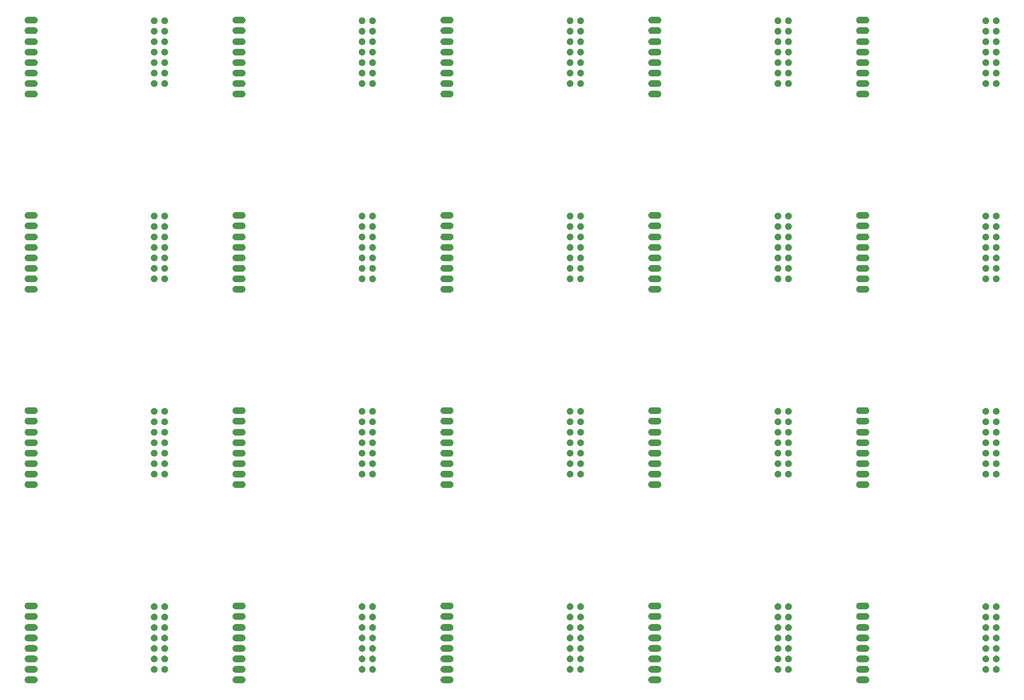
<source format=gbr>
G04 #@! TF.GenerationSoftware,KiCad,Pcbnew,5.1.5+dfsg1-2build2*
G04 #@! TF.CreationDate,2020-09-10T23:56:58-04:00*
G04 #@! TF.ProjectId,Xenium2019-Panel,58656e69-756d-4323-9031-392d50616e65,rev?*
G04 #@! TF.SameCoordinates,Original*
G04 #@! TF.FileFunction,Soldermask,Bot*
G04 #@! TF.FilePolarity,Negative*
%FSLAX46Y46*%
G04 Gerber Fmt 4.6, Leading zero omitted, Abs format (unit mm)*
G04 Created by KiCad (PCBNEW 5.1.5+dfsg1-2build2) date 2020-09-10 23:56:58*
%MOMM*%
%LPD*%
G04 APERTURE LIST*
%ADD10C,0.100000*%
G04 APERTURE END LIST*
D10*
G36*
X238070993Y-194976481D02*
G01*
X238150602Y-194984322D01*
X238303815Y-195030799D01*
X238303818Y-195030800D01*
X238445017Y-195106272D01*
X238568782Y-195207844D01*
X238670354Y-195331609D01*
X238745826Y-195472808D01*
X238745827Y-195472811D01*
X238792304Y-195626024D01*
X238807997Y-195785361D01*
X238792304Y-195944698D01*
X238745827Y-196097911D01*
X238745826Y-196097914D01*
X238670354Y-196239113D01*
X238568782Y-196362878D01*
X238445017Y-196464450D01*
X238303818Y-196539922D01*
X238303815Y-196539923D01*
X238150602Y-196586400D01*
X238070993Y-196594241D01*
X238031189Y-196598161D01*
X236427341Y-196598161D01*
X236387537Y-196594241D01*
X236307928Y-196586400D01*
X236154715Y-196539923D01*
X236154712Y-196539922D01*
X236013513Y-196464450D01*
X235889748Y-196362878D01*
X235788176Y-196239113D01*
X235712704Y-196097914D01*
X235712703Y-196097911D01*
X235666226Y-195944698D01*
X235650533Y-195785361D01*
X235666226Y-195626024D01*
X235712703Y-195472811D01*
X235712704Y-195472808D01*
X235788176Y-195331609D01*
X235889748Y-195207844D01*
X236013513Y-195106272D01*
X236154712Y-195030800D01*
X236154715Y-195030799D01*
X236307928Y-194984322D01*
X236387537Y-194976481D01*
X236427341Y-194972561D01*
X238031189Y-194972561D01*
X238070993Y-194976481D01*
G37*
G36*
X137270993Y-194976481D02*
G01*
X137350602Y-194984322D01*
X137503815Y-195030799D01*
X137503818Y-195030800D01*
X137645017Y-195106272D01*
X137768782Y-195207844D01*
X137870354Y-195331609D01*
X137945826Y-195472808D01*
X137945827Y-195472811D01*
X137992304Y-195626024D01*
X138007997Y-195785361D01*
X137992304Y-195944698D01*
X137945827Y-196097911D01*
X137945826Y-196097914D01*
X137870354Y-196239113D01*
X137768782Y-196362878D01*
X137645017Y-196464450D01*
X137503818Y-196539922D01*
X137503815Y-196539923D01*
X137350602Y-196586400D01*
X137270993Y-196594241D01*
X137231189Y-196598161D01*
X135627341Y-196598161D01*
X135587537Y-196594241D01*
X135507928Y-196586400D01*
X135354715Y-196539923D01*
X135354712Y-196539922D01*
X135213513Y-196464450D01*
X135089748Y-196362878D01*
X134988176Y-196239113D01*
X134912704Y-196097914D01*
X134912703Y-196097911D01*
X134866226Y-195944698D01*
X134850533Y-195785361D01*
X134866226Y-195626024D01*
X134912703Y-195472811D01*
X134912704Y-195472808D01*
X134988176Y-195331609D01*
X135089748Y-195207844D01*
X135213513Y-195106272D01*
X135354712Y-195030800D01*
X135354715Y-195030799D01*
X135507928Y-194984322D01*
X135587537Y-194976481D01*
X135627341Y-194972561D01*
X137231189Y-194972561D01*
X137270993Y-194976481D01*
G37*
G36*
X86870993Y-194976481D02*
G01*
X86950602Y-194984322D01*
X87103815Y-195030799D01*
X87103818Y-195030800D01*
X87245017Y-195106272D01*
X87368782Y-195207844D01*
X87470354Y-195331609D01*
X87545826Y-195472808D01*
X87545827Y-195472811D01*
X87592304Y-195626024D01*
X87607997Y-195785361D01*
X87592304Y-195944698D01*
X87545827Y-196097911D01*
X87545826Y-196097914D01*
X87470354Y-196239113D01*
X87368782Y-196362878D01*
X87245017Y-196464450D01*
X87103818Y-196539922D01*
X87103815Y-196539923D01*
X86950602Y-196586400D01*
X86870993Y-196594241D01*
X86831189Y-196598161D01*
X85227341Y-196598161D01*
X85187537Y-196594241D01*
X85107928Y-196586400D01*
X84954715Y-196539923D01*
X84954712Y-196539922D01*
X84813513Y-196464450D01*
X84689748Y-196362878D01*
X84588176Y-196239113D01*
X84512704Y-196097914D01*
X84512703Y-196097911D01*
X84466226Y-195944698D01*
X84450533Y-195785361D01*
X84466226Y-195626024D01*
X84512703Y-195472811D01*
X84512704Y-195472808D01*
X84588176Y-195331609D01*
X84689748Y-195207844D01*
X84813513Y-195106272D01*
X84954712Y-195030800D01*
X84954715Y-195030799D01*
X85107928Y-194984322D01*
X85187537Y-194976481D01*
X85227341Y-194972561D01*
X86831189Y-194972561D01*
X86870993Y-194976481D01*
G37*
G36*
X36470993Y-194976481D02*
G01*
X36550602Y-194984322D01*
X36703815Y-195030799D01*
X36703818Y-195030800D01*
X36845017Y-195106272D01*
X36968782Y-195207844D01*
X37070354Y-195331609D01*
X37145826Y-195472808D01*
X37145827Y-195472811D01*
X37192304Y-195626024D01*
X37207997Y-195785361D01*
X37192304Y-195944698D01*
X37145827Y-196097911D01*
X37145826Y-196097914D01*
X37070354Y-196239113D01*
X36968782Y-196362878D01*
X36845017Y-196464450D01*
X36703818Y-196539922D01*
X36703815Y-196539923D01*
X36550602Y-196586400D01*
X36470993Y-196594241D01*
X36431189Y-196598161D01*
X34827341Y-196598161D01*
X34787537Y-196594241D01*
X34707928Y-196586400D01*
X34554715Y-196539923D01*
X34554712Y-196539922D01*
X34413513Y-196464450D01*
X34289748Y-196362878D01*
X34188176Y-196239113D01*
X34112704Y-196097914D01*
X34112703Y-196097911D01*
X34066226Y-195944698D01*
X34050533Y-195785361D01*
X34066226Y-195626024D01*
X34112703Y-195472811D01*
X34112704Y-195472808D01*
X34188176Y-195331609D01*
X34289748Y-195207844D01*
X34413513Y-195106272D01*
X34554712Y-195030800D01*
X34554715Y-195030799D01*
X34707928Y-194984322D01*
X34787537Y-194976481D01*
X34827341Y-194972561D01*
X36431189Y-194972561D01*
X36470993Y-194976481D01*
G37*
G36*
X187670993Y-194976481D02*
G01*
X187750602Y-194984322D01*
X187903815Y-195030799D01*
X187903818Y-195030800D01*
X188045017Y-195106272D01*
X188168782Y-195207844D01*
X188270354Y-195331609D01*
X188345826Y-195472808D01*
X188345827Y-195472811D01*
X188392304Y-195626024D01*
X188407997Y-195785361D01*
X188392304Y-195944698D01*
X188345827Y-196097911D01*
X188345826Y-196097914D01*
X188270354Y-196239113D01*
X188168782Y-196362878D01*
X188045017Y-196464450D01*
X187903818Y-196539922D01*
X187903815Y-196539923D01*
X187750602Y-196586400D01*
X187670993Y-196594241D01*
X187631189Y-196598161D01*
X186027341Y-196598161D01*
X185987537Y-196594241D01*
X185907928Y-196586400D01*
X185754715Y-196539923D01*
X185754712Y-196539922D01*
X185613513Y-196464450D01*
X185489748Y-196362878D01*
X185388176Y-196239113D01*
X185312704Y-196097914D01*
X185312703Y-196097911D01*
X185266226Y-195944698D01*
X185250533Y-195785361D01*
X185266226Y-195626024D01*
X185312703Y-195472811D01*
X185312704Y-195472808D01*
X185388176Y-195331609D01*
X185489748Y-195207844D01*
X185613513Y-195106272D01*
X185754712Y-195030800D01*
X185754715Y-195030799D01*
X185907928Y-194984322D01*
X185987537Y-194976481D01*
X186027341Y-194972561D01*
X187631189Y-194972561D01*
X187670993Y-194976481D01*
G37*
G36*
X216911350Y-192463796D02*
G01*
X217059269Y-192525066D01*
X217059270Y-192525067D01*
X217192395Y-192614018D01*
X217305608Y-192727231D01*
X217305609Y-192727233D01*
X217394560Y-192860357D01*
X217455830Y-193008276D01*
X217487065Y-193165306D01*
X217487065Y-193325416D01*
X217455830Y-193482446D01*
X217394560Y-193630365D01*
X217394559Y-193630366D01*
X217305608Y-193763491D01*
X217192395Y-193876704D01*
X217125380Y-193921482D01*
X217059269Y-193965656D01*
X216911350Y-194026926D01*
X216754320Y-194058161D01*
X216594210Y-194058161D01*
X216437180Y-194026926D01*
X216289261Y-193965656D01*
X216223150Y-193921482D01*
X216156135Y-193876704D01*
X216042922Y-193763491D01*
X215953971Y-193630366D01*
X215953970Y-193630365D01*
X215892700Y-193482446D01*
X215861465Y-193325416D01*
X215861465Y-193165306D01*
X215892700Y-193008276D01*
X215953970Y-192860357D01*
X216042921Y-192727233D01*
X216042922Y-192727231D01*
X216156135Y-192614018D01*
X216289260Y-192525067D01*
X216289261Y-192525066D01*
X216437180Y-192463796D01*
X216594210Y-192432561D01*
X216754320Y-192432561D01*
X216911350Y-192463796D01*
G37*
G36*
X238070993Y-192436481D02*
G01*
X238150602Y-192444322D01*
X238303815Y-192490799D01*
X238303818Y-192490800D01*
X238445017Y-192566272D01*
X238568782Y-192667844D01*
X238670354Y-192791609D01*
X238745826Y-192932808D01*
X238745827Y-192932811D01*
X238792304Y-193086024D01*
X238807997Y-193245361D01*
X238792304Y-193404698D01*
X238768719Y-193482446D01*
X238745826Y-193557914D01*
X238670354Y-193699113D01*
X238568782Y-193822878D01*
X238445017Y-193924450D01*
X238303818Y-193999922D01*
X238303815Y-193999923D01*
X238150602Y-194046400D01*
X238070993Y-194054241D01*
X238031189Y-194058161D01*
X236427341Y-194058161D01*
X236387537Y-194054241D01*
X236307928Y-194046400D01*
X236154715Y-193999923D01*
X236154712Y-193999922D01*
X236013513Y-193924450D01*
X235889748Y-193822878D01*
X235788176Y-193699113D01*
X235712704Y-193557914D01*
X235689811Y-193482446D01*
X235666226Y-193404698D01*
X235650533Y-193245361D01*
X235666226Y-193086024D01*
X235712703Y-192932811D01*
X235712704Y-192932808D01*
X235788176Y-192791609D01*
X235889748Y-192667844D01*
X236013513Y-192566272D01*
X236154712Y-192490800D01*
X236154715Y-192490799D01*
X236307928Y-192444322D01*
X236387537Y-192436481D01*
X236427341Y-192432561D01*
X238031189Y-192432561D01*
X238070993Y-192436481D01*
G37*
G36*
X187670993Y-192436481D02*
G01*
X187750602Y-192444322D01*
X187903815Y-192490799D01*
X187903818Y-192490800D01*
X188045017Y-192566272D01*
X188168782Y-192667844D01*
X188270354Y-192791609D01*
X188345826Y-192932808D01*
X188345827Y-192932811D01*
X188392304Y-193086024D01*
X188407997Y-193245361D01*
X188392304Y-193404698D01*
X188368719Y-193482446D01*
X188345826Y-193557914D01*
X188270354Y-193699113D01*
X188168782Y-193822878D01*
X188045017Y-193924450D01*
X187903818Y-193999922D01*
X187903815Y-193999923D01*
X187750602Y-194046400D01*
X187670993Y-194054241D01*
X187631189Y-194058161D01*
X186027341Y-194058161D01*
X185987537Y-194054241D01*
X185907928Y-194046400D01*
X185754715Y-193999923D01*
X185754712Y-193999922D01*
X185613513Y-193924450D01*
X185489748Y-193822878D01*
X185388176Y-193699113D01*
X185312704Y-193557914D01*
X185289811Y-193482446D01*
X185266226Y-193404698D01*
X185250533Y-193245361D01*
X185266226Y-193086024D01*
X185312703Y-192932811D01*
X185312704Y-192932808D01*
X185388176Y-192791609D01*
X185489748Y-192667844D01*
X185613513Y-192566272D01*
X185754712Y-192490800D01*
X185754715Y-192490799D01*
X185907928Y-192444322D01*
X185987537Y-192436481D01*
X186027341Y-192432561D01*
X187631189Y-192432561D01*
X187670993Y-192436481D01*
G37*
G36*
X137270993Y-192436481D02*
G01*
X137350602Y-192444322D01*
X137503815Y-192490799D01*
X137503818Y-192490800D01*
X137645017Y-192566272D01*
X137768782Y-192667844D01*
X137870354Y-192791609D01*
X137945826Y-192932808D01*
X137945827Y-192932811D01*
X137992304Y-193086024D01*
X138007997Y-193245361D01*
X137992304Y-193404698D01*
X137968719Y-193482446D01*
X137945826Y-193557914D01*
X137870354Y-193699113D01*
X137768782Y-193822878D01*
X137645017Y-193924450D01*
X137503818Y-193999922D01*
X137503815Y-193999923D01*
X137350602Y-194046400D01*
X137270993Y-194054241D01*
X137231189Y-194058161D01*
X135627341Y-194058161D01*
X135587537Y-194054241D01*
X135507928Y-194046400D01*
X135354715Y-193999923D01*
X135354712Y-193999922D01*
X135213513Y-193924450D01*
X135089748Y-193822878D01*
X134988176Y-193699113D01*
X134912704Y-193557914D01*
X134889811Y-193482446D01*
X134866226Y-193404698D01*
X134850533Y-193245361D01*
X134866226Y-193086024D01*
X134912703Y-192932811D01*
X134912704Y-192932808D01*
X134988176Y-192791609D01*
X135089748Y-192667844D01*
X135213513Y-192566272D01*
X135354712Y-192490800D01*
X135354715Y-192490799D01*
X135507928Y-192444322D01*
X135587537Y-192436481D01*
X135627341Y-192432561D01*
X137231189Y-192432561D01*
X137270993Y-192436481D01*
G37*
G36*
X86870993Y-192436481D02*
G01*
X86950602Y-192444322D01*
X87103815Y-192490799D01*
X87103818Y-192490800D01*
X87245017Y-192566272D01*
X87368782Y-192667844D01*
X87470354Y-192791609D01*
X87545826Y-192932808D01*
X87545827Y-192932811D01*
X87592304Y-193086024D01*
X87607997Y-193245361D01*
X87592304Y-193404698D01*
X87568719Y-193482446D01*
X87545826Y-193557914D01*
X87470354Y-193699113D01*
X87368782Y-193822878D01*
X87245017Y-193924450D01*
X87103818Y-193999922D01*
X87103815Y-193999923D01*
X86950602Y-194046400D01*
X86870993Y-194054241D01*
X86831189Y-194058161D01*
X85227341Y-194058161D01*
X85187537Y-194054241D01*
X85107928Y-194046400D01*
X84954715Y-193999923D01*
X84954712Y-193999922D01*
X84813513Y-193924450D01*
X84689748Y-193822878D01*
X84588176Y-193699113D01*
X84512704Y-193557914D01*
X84489811Y-193482446D01*
X84466226Y-193404698D01*
X84450533Y-193245361D01*
X84466226Y-193086024D01*
X84512703Y-192932811D01*
X84512704Y-192932808D01*
X84588176Y-192791609D01*
X84689748Y-192667844D01*
X84813513Y-192566272D01*
X84954712Y-192490800D01*
X84954715Y-192490799D01*
X85107928Y-192444322D01*
X85187537Y-192436481D01*
X85227341Y-192432561D01*
X86831189Y-192432561D01*
X86870993Y-192436481D01*
G37*
G36*
X36470993Y-192436481D02*
G01*
X36550602Y-192444322D01*
X36703815Y-192490799D01*
X36703818Y-192490800D01*
X36845017Y-192566272D01*
X36968782Y-192667844D01*
X37070354Y-192791609D01*
X37145826Y-192932808D01*
X37145827Y-192932811D01*
X37192304Y-193086024D01*
X37207997Y-193245361D01*
X37192304Y-193404698D01*
X37168719Y-193482446D01*
X37145826Y-193557914D01*
X37070354Y-193699113D01*
X36968782Y-193822878D01*
X36845017Y-193924450D01*
X36703818Y-193999922D01*
X36703815Y-193999923D01*
X36550602Y-194046400D01*
X36470993Y-194054241D01*
X36431189Y-194058161D01*
X34827341Y-194058161D01*
X34787537Y-194054241D01*
X34707928Y-194046400D01*
X34554715Y-193999923D01*
X34554712Y-193999922D01*
X34413513Y-193924450D01*
X34289748Y-193822878D01*
X34188176Y-193699113D01*
X34112704Y-193557914D01*
X34089811Y-193482446D01*
X34066226Y-193404698D01*
X34050533Y-193245361D01*
X34066226Y-193086024D01*
X34112703Y-192932811D01*
X34112704Y-192932808D01*
X34188176Y-192791609D01*
X34289748Y-192667844D01*
X34413513Y-192566272D01*
X34554712Y-192490800D01*
X34554715Y-192490799D01*
X34707928Y-192444322D01*
X34787537Y-192436481D01*
X34827341Y-192432561D01*
X36431189Y-192432561D01*
X36470993Y-192436481D01*
G37*
G36*
X269851350Y-192463796D02*
G01*
X269999269Y-192525066D01*
X269999270Y-192525067D01*
X270132395Y-192614018D01*
X270245608Y-192727231D01*
X270245609Y-192727233D01*
X270334560Y-192860357D01*
X270395830Y-193008276D01*
X270427065Y-193165306D01*
X270427065Y-193325416D01*
X270395830Y-193482446D01*
X270334560Y-193630365D01*
X270334559Y-193630366D01*
X270245608Y-193763491D01*
X270132395Y-193876704D01*
X270065380Y-193921482D01*
X269999269Y-193965656D01*
X269851350Y-194026926D01*
X269694320Y-194058161D01*
X269534210Y-194058161D01*
X269377180Y-194026926D01*
X269229261Y-193965656D01*
X269163150Y-193921482D01*
X269096135Y-193876704D01*
X268982922Y-193763491D01*
X268893971Y-193630366D01*
X268893970Y-193630365D01*
X268832700Y-193482446D01*
X268801465Y-193325416D01*
X268801465Y-193165306D01*
X268832700Y-193008276D01*
X268893970Y-192860357D01*
X268982921Y-192727233D01*
X268982922Y-192727231D01*
X269096135Y-192614018D01*
X269229260Y-192525067D01*
X269229261Y-192525066D01*
X269377180Y-192463796D01*
X269534210Y-192432561D01*
X269694320Y-192432561D01*
X269851350Y-192463796D01*
G37*
G36*
X219451350Y-192463796D02*
G01*
X219599269Y-192525066D01*
X219599270Y-192525067D01*
X219732395Y-192614018D01*
X219845608Y-192727231D01*
X219845609Y-192727233D01*
X219934560Y-192860357D01*
X219995830Y-193008276D01*
X220027065Y-193165306D01*
X220027065Y-193325416D01*
X219995830Y-193482446D01*
X219934560Y-193630365D01*
X219934559Y-193630366D01*
X219845608Y-193763491D01*
X219732395Y-193876704D01*
X219665380Y-193921482D01*
X219599269Y-193965656D01*
X219451350Y-194026926D01*
X219294320Y-194058161D01*
X219134210Y-194058161D01*
X218977180Y-194026926D01*
X218829261Y-193965656D01*
X218763150Y-193921482D01*
X218696135Y-193876704D01*
X218582922Y-193763491D01*
X218493971Y-193630366D01*
X218493970Y-193630365D01*
X218432700Y-193482446D01*
X218401465Y-193325416D01*
X218401465Y-193165306D01*
X218432700Y-193008276D01*
X218493970Y-192860357D01*
X218582921Y-192727233D01*
X218582922Y-192727231D01*
X218696135Y-192614018D01*
X218829260Y-192525067D01*
X218829261Y-192525066D01*
X218977180Y-192463796D01*
X219134210Y-192432561D01*
X219294320Y-192432561D01*
X219451350Y-192463796D01*
G37*
G36*
X166511350Y-192463796D02*
G01*
X166659269Y-192525066D01*
X166659270Y-192525067D01*
X166792395Y-192614018D01*
X166905608Y-192727231D01*
X166905609Y-192727233D01*
X166994560Y-192860357D01*
X167055830Y-193008276D01*
X167087065Y-193165306D01*
X167087065Y-193325416D01*
X167055830Y-193482446D01*
X166994560Y-193630365D01*
X166994559Y-193630366D01*
X166905608Y-193763491D01*
X166792395Y-193876704D01*
X166725380Y-193921482D01*
X166659269Y-193965656D01*
X166511350Y-194026926D01*
X166354320Y-194058161D01*
X166194210Y-194058161D01*
X166037180Y-194026926D01*
X165889261Y-193965656D01*
X165823150Y-193921482D01*
X165756135Y-193876704D01*
X165642922Y-193763491D01*
X165553971Y-193630366D01*
X165553970Y-193630365D01*
X165492700Y-193482446D01*
X165461465Y-193325416D01*
X165461465Y-193165306D01*
X165492700Y-193008276D01*
X165553970Y-192860357D01*
X165642921Y-192727233D01*
X165642922Y-192727231D01*
X165756135Y-192614018D01*
X165889260Y-192525067D01*
X165889261Y-192525066D01*
X166037180Y-192463796D01*
X166194210Y-192432561D01*
X166354320Y-192432561D01*
X166511350Y-192463796D01*
G37*
G36*
X169051350Y-192463796D02*
G01*
X169199269Y-192525066D01*
X169199270Y-192525067D01*
X169332395Y-192614018D01*
X169445608Y-192727231D01*
X169445609Y-192727233D01*
X169534560Y-192860357D01*
X169595830Y-193008276D01*
X169627065Y-193165306D01*
X169627065Y-193325416D01*
X169595830Y-193482446D01*
X169534560Y-193630365D01*
X169534559Y-193630366D01*
X169445608Y-193763491D01*
X169332395Y-193876704D01*
X169265380Y-193921482D01*
X169199269Y-193965656D01*
X169051350Y-194026926D01*
X168894320Y-194058161D01*
X168734210Y-194058161D01*
X168577180Y-194026926D01*
X168429261Y-193965656D01*
X168363150Y-193921482D01*
X168296135Y-193876704D01*
X168182922Y-193763491D01*
X168093971Y-193630366D01*
X168093970Y-193630365D01*
X168032700Y-193482446D01*
X168001465Y-193325416D01*
X168001465Y-193165306D01*
X168032700Y-193008276D01*
X168093970Y-192860357D01*
X168182921Y-192727233D01*
X168182922Y-192727231D01*
X168296135Y-192614018D01*
X168429260Y-192525067D01*
X168429261Y-192525066D01*
X168577180Y-192463796D01*
X168734210Y-192432561D01*
X168894320Y-192432561D01*
X169051350Y-192463796D01*
G37*
G36*
X116111350Y-192463796D02*
G01*
X116259269Y-192525066D01*
X116259270Y-192525067D01*
X116392395Y-192614018D01*
X116505608Y-192727231D01*
X116505609Y-192727233D01*
X116594560Y-192860357D01*
X116655830Y-193008276D01*
X116687065Y-193165306D01*
X116687065Y-193325416D01*
X116655830Y-193482446D01*
X116594560Y-193630365D01*
X116594559Y-193630366D01*
X116505608Y-193763491D01*
X116392395Y-193876704D01*
X116325380Y-193921482D01*
X116259269Y-193965656D01*
X116111350Y-194026926D01*
X115954320Y-194058161D01*
X115794210Y-194058161D01*
X115637180Y-194026926D01*
X115489261Y-193965656D01*
X115423150Y-193921482D01*
X115356135Y-193876704D01*
X115242922Y-193763491D01*
X115153971Y-193630366D01*
X115153970Y-193630365D01*
X115092700Y-193482446D01*
X115061465Y-193325416D01*
X115061465Y-193165306D01*
X115092700Y-193008276D01*
X115153970Y-192860357D01*
X115242921Y-192727233D01*
X115242922Y-192727231D01*
X115356135Y-192614018D01*
X115489260Y-192525067D01*
X115489261Y-192525066D01*
X115637180Y-192463796D01*
X115794210Y-192432561D01*
X115954320Y-192432561D01*
X116111350Y-192463796D01*
G37*
G36*
X118651350Y-192463796D02*
G01*
X118799269Y-192525066D01*
X118799270Y-192525067D01*
X118932395Y-192614018D01*
X119045608Y-192727231D01*
X119045609Y-192727233D01*
X119134560Y-192860357D01*
X119195830Y-193008276D01*
X119227065Y-193165306D01*
X119227065Y-193325416D01*
X119195830Y-193482446D01*
X119134560Y-193630365D01*
X119134559Y-193630366D01*
X119045608Y-193763491D01*
X118932395Y-193876704D01*
X118865380Y-193921482D01*
X118799269Y-193965656D01*
X118651350Y-194026926D01*
X118494320Y-194058161D01*
X118334210Y-194058161D01*
X118177180Y-194026926D01*
X118029261Y-193965656D01*
X117963150Y-193921482D01*
X117896135Y-193876704D01*
X117782922Y-193763491D01*
X117693971Y-193630366D01*
X117693970Y-193630365D01*
X117632700Y-193482446D01*
X117601465Y-193325416D01*
X117601465Y-193165306D01*
X117632700Y-193008276D01*
X117693970Y-192860357D01*
X117782921Y-192727233D01*
X117782922Y-192727231D01*
X117896135Y-192614018D01*
X118029260Y-192525067D01*
X118029261Y-192525066D01*
X118177180Y-192463796D01*
X118334210Y-192432561D01*
X118494320Y-192432561D01*
X118651350Y-192463796D01*
G37*
G36*
X65711350Y-192463796D02*
G01*
X65859269Y-192525066D01*
X65859270Y-192525067D01*
X65992395Y-192614018D01*
X66105608Y-192727231D01*
X66105609Y-192727233D01*
X66194560Y-192860357D01*
X66255830Y-193008276D01*
X66287065Y-193165306D01*
X66287065Y-193325416D01*
X66255830Y-193482446D01*
X66194560Y-193630365D01*
X66194559Y-193630366D01*
X66105608Y-193763491D01*
X65992395Y-193876704D01*
X65925380Y-193921482D01*
X65859269Y-193965656D01*
X65711350Y-194026926D01*
X65554320Y-194058161D01*
X65394210Y-194058161D01*
X65237180Y-194026926D01*
X65089261Y-193965656D01*
X65023150Y-193921482D01*
X64956135Y-193876704D01*
X64842922Y-193763491D01*
X64753971Y-193630366D01*
X64753970Y-193630365D01*
X64692700Y-193482446D01*
X64661465Y-193325416D01*
X64661465Y-193165306D01*
X64692700Y-193008276D01*
X64753970Y-192860357D01*
X64842921Y-192727233D01*
X64842922Y-192727231D01*
X64956135Y-192614018D01*
X65089260Y-192525067D01*
X65089261Y-192525066D01*
X65237180Y-192463796D01*
X65394210Y-192432561D01*
X65554320Y-192432561D01*
X65711350Y-192463796D01*
G37*
G36*
X68251350Y-192463796D02*
G01*
X68399269Y-192525066D01*
X68399270Y-192525067D01*
X68532395Y-192614018D01*
X68645608Y-192727231D01*
X68645609Y-192727233D01*
X68734560Y-192860357D01*
X68795830Y-193008276D01*
X68827065Y-193165306D01*
X68827065Y-193325416D01*
X68795830Y-193482446D01*
X68734560Y-193630365D01*
X68734559Y-193630366D01*
X68645608Y-193763491D01*
X68532395Y-193876704D01*
X68465380Y-193921482D01*
X68399269Y-193965656D01*
X68251350Y-194026926D01*
X68094320Y-194058161D01*
X67934210Y-194058161D01*
X67777180Y-194026926D01*
X67629261Y-193965656D01*
X67563150Y-193921482D01*
X67496135Y-193876704D01*
X67382922Y-193763491D01*
X67293971Y-193630366D01*
X67293970Y-193630365D01*
X67232700Y-193482446D01*
X67201465Y-193325416D01*
X67201465Y-193165306D01*
X67232700Y-193008276D01*
X67293970Y-192860357D01*
X67382921Y-192727233D01*
X67382922Y-192727231D01*
X67496135Y-192614018D01*
X67629260Y-192525067D01*
X67629261Y-192525066D01*
X67777180Y-192463796D01*
X67934210Y-192432561D01*
X68094320Y-192432561D01*
X68251350Y-192463796D01*
G37*
G36*
X267311350Y-192463796D02*
G01*
X267459269Y-192525066D01*
X267459270Y-192525067D01*
X267592395Y-192614018D01*
X267705608Y-192727231D01*
X267705609Y-192727233D01*
X267794560Y-192860357D01*
X267855830Y-193008276D01*
X267887065Y-193165306D01*
X267887065Y-193325416D01*
X267855830Y-193482446D01*
X267794560Y-193630365D01*
X267794559Y-193630366D01*
X267705608Y-193763491D01*
X267592395Y-193876704D01*
X267525380Y-193921482D01*
X267459269Y-193965656D01*
X267311350Y-194026926D01*
X267154320Y-194058161D01*
X266994210Y-194058161D01*
X266837180Y-194026926D01*
X266689261Y-193965656D01*
X266623150Y-193921482D01*
X266556135Y-193876704D01*
X266442922Y-193763491D01*
X266353971Y-193630366D01*
X266353970Y-193630365D01*
X266292700Y-193482446D01*
X266261465Y-193325416D01*
X266261465Y-193165306D01*
X266292700Y-193008276D01*
X266353970Y-192860357D01*
X266442921Y-192727233D01*
X266442922Y-192727231D01*
X266556135Y-192614018D01*
X266689260Y-192525067D01*
X266689261Y-192525066D01*
X266837180Y-192463796D01*
X266994210Y-192432561D01*
X267154320Y-192432561D01*
X267311350Y-192463796D01*
G37*
G36*
X68251350Y-189923796D02*
G01*
X68399269Y-189985066D01*
X68399270Y-189985067D01*
X68532395Y-190074018D01*
X68645608Y-190187231D01*
X68645609Y-190187233D01*
X68734560Y-190320357D01*
X68795830Y-190468276D01*
X68827065Y-190625306D01*
X68827065Y-190785416D01*
X68795830Y-190942446D01*
X68734560Y-191090365D01*
X68734559Y-191090366D01*
X68645608Y-191223491D01*
X68532395Y-191336704D01*
X68465380Y-191381482D01*
X68399269Y-191425656D01*
X68251350Y-191486926D01*
X68094320Y-191518161D01*
X67934210Y-191518161D01*
X67777180Y-191486926D01*
X67629261Y-191425656D01*
X67563150Y-191381482D01*
X67496135Y-191336704D01*
X67382922Y-191223491D01*
X67293971Y-191090366D01*
X67293970Y-191090365D01*
X67232700Y-190942446D01*
X67201465Y-190785416D01*
X67201465Y-190625306D01*
X67232700Y-190468276D01*
X67293970Y-190320357D01*
X67382921Y-190187233D01*
X67382922Y-190187231D01*
X67496135Y-190074018D01*
X67629260Y-189985067D01*
X67629261Y-189985066D01*
X67777180Y-189923796D01*
X67934210Y-189892561D01*
X68094320Y-189892561D01*
X68251350Y-189923796D01*
G37*
G36*
X137270993Y-189896481D02*
G01*
X137350602Y-189904322D01*
X137503815Y-189950799D01*
X137503818Y-189950800D01*
X137645017Y-190026272D01*
X137768782Y-190127844D01*
X137870354Y-190251609D01*
X137945826Y-190392808D01*
X137945827Y-190392811D01*
X137992304Y-190546024D01*
X138007997Y-190705361D01*
X137992304Y-190864698D01*
X137968719Y-190942446D01*
X137945826Y-191017914D01*
X137870354Y-191159113D01*
X137768782Y-191282878D01*
X137645017Y-191384450D01*
X137503818Y-191459922D01*
X137503815Y-191459923D01*
X137350602Y-191506400D01*
X137270993Y-191514241D01*
X137231189Y-191518161D01*
X135627341Y-191518161D01*
X135587537Y-191514241D01*
X135507928Y-191506400D01*
X135354715Y-191459923D01*
X135354712Y-191459922D01*
X135213513Y-191384450D01*
X135089748Y-191282878D01*
X134988176Y-191159113D01*
X134912704Y-191017914D01*
X134889811Y-190942446D01*
X134866226Y-190864698D01*
X134850533Y-190705361D01*
X134866226Y-190546024D01*
X134912703Y-190392811D01*
X134912704Y-190392808D01*
X134988176Y-190251609D01*
X135089748Y-190127844D01*
X135213513Y-190026272D01*
X135354712Y-189950800D01*
X135354715Y-189950799D01*
X135507928Y-189904322D01*
X135587537Y-189896481D01*
X135627341Y-189892561D01*
X137231189Y-189892561D01*
X137270993Y-189896481D01*
G37*
G36*
X86870993Y-189896481D02*
G01*
X86950602Y-189904322D01*
X87103815Y-189950799D01*
X87103818Y-189950800D01*
X87245017Y-190026272D01*
X87368782Y-190127844D01*
X87470354Y-190251609D01*
X87545826Y-190392808D01*
X87545827Y-190392811D01*
X87592304Y-190546024D01*
X87607997Y-190705361D01*
X87592304Y-190864698D01*
X87568719Y-190942446D01*
X87545826Y-191017914D01*
X87470354Y-191159113D01*
X87368782Y-191282878D01*
X87245017Y-191384450D01*
X87103818Y-191459922D01*
X87103815Y-191459923D01*
X86950602Y-191506400D01*
X86870993Y-191514241D01*
X86831189Y-191518161D01*
X85227341Y-191518161D01*
X85187537Y-191514241D01*
X85107928Y-191506400D01*
X84954715Y-191459923D01*
X84954712Y-191459922D01*
X84813513Y-191384450D01*
X84689748Y-191282878D01*
X84588176Y-191159113D01*
X84512704Y-191017914D01*
X84489811Y-190942446D01*
X84466226Y-190864698D01*
X84450533Y-190705361D01*
X84466226Y-190546024D01*
X84512703Y-190392811D01*
X84512704Y-190392808D01*
X84588176Y-190251609D01*
X84689748Y-190127844D01*
X84813513Y-190026272D01*
X84954712Y-189950800D01*
X84954715Y-189950799D01*
X85107928Y-189904322D01*
X85187537Y-189896481D01*
X85227341Y-189892561D01*
X86831189Y-189892561D01*
X86870993Y-189896481D01*
G37*
G36*
X36470993Y-189896481D02*
G01*
X36550602Y-189904322D01*
X36703815Y-189950799D01*
X36703818Y-189950800D01*
X36845017Y-190026272D01*
X36968782Y-190127844D01*
X37070354Y-190251609D01*
X37145826Y-190392808D01*
X37145827Y-190392811D01*
X37192304Y-190546024D01*
X37207997Y-190705361D01*
X37192304Y-190864698D01*
X37168719Y-190942446D01*
X37145826Y-191017914D01*
X37070354Y-191159113D01*
X36968782Y-191282878D01*
X36845017Y-191384450D01*
X36703818Y-191459922D01*
X36703815Y-191459923D01*
X36550602Y-191506400D01*
X36470993Y-191514241D01*
X36431189Y-191518161D01*
X34827341Y-191518161D01*
X34787537Y-191514241D01*
X34707928Y-191506400D01*
X34554715Y-191459923D01*
X34554712Y-191459922D01*
X34413513Y-191384450D01*
X34289748Y-191282878D01*
X34188176Y-191159113D01*
X34112704Y-191017914D01*
X34089811Y-190942446D01*
X34066226Y-190864698D01*
X34050533Y-190705361D01*
X34066226Y-190546024D01*
X34112703Y-190392811D01*
X34112704Y-190392808D01*
X34188176Y-190251609D01*
X34289748Y-190127844D01*
X34413513Y-190026272D01*
X34554712Y-189950800D01*
X34554715Y-189950799D01*
X34707928Y-189904322D01*
X34787537Y-189896481D01*
X34827341Y-189892561D01*
X36431189Y-189892561D01*
X36470993Y-189896481D01*
G37*
G36*
X269851350Y-189923796D02*
G01*
X269999269Y-189985066D01*
X269999270Y-189985067D01*
X270132395Y-190074018D01*
X270245608Y-190187231D01*
X270245609Y-190187233D01*
X270334560Y-190320357D01*
X270395830Y-190468276D01*
X270427065Y-190625306D01*
X270427065Y-190785416D01*
X270395830Y-190942446D01*
X270334560Y-191090365D01*
X270334559Y-191090366D01*
X270245608Y-191223491D01*
X270132395Y-191336704D01*
X270065380Y-191381482D01*
X269999269Y-191425656D01*
X269851350Y-191486926D01*
X269694320Y-191518161D01*
X269534210Y-191518161D01*
X269377180Y-191486926D01*
X269229261Y-191425656D01*
X269163150Y-191381482D01*
X269096135Y-191336704D01*
X268982922Y-191223491D01*
X268893971Y-191090366D01*
X268893970Y-191090365D01*
X268832700Y-190942446D01*
X268801465Y-190785416D01*
X268801465Y-190625306D01*
X268832700Y-190468276D01*
X268893970Y-190320357D01*
X268982921Y-190187233D01*
X268982922Y-190187231D01*
X269096135Y-190074018D01*
X269229260Y-189985067D01*
X269229261Y-189985066D01*
X269377180Y-189923796D01*
X269534210Y-189892561D01*
X269694320Y-189892561D01*
X269851350Y-189923796D01*
G37*
G36*
X267311350Y-189923796D02*
G01*
X267459269Y-189985066D01*
X267459270Y-189985067D01*
X267592395Y-190074018D01*
X267705608Y-190187231D01*
X267705609Y-190187233D01*
X267794560Y-190320357D01*
X267855830Y-190468276D01*
X267887065Y-190625306D01*
X267887065Y-190785416D01*
X267855830Y-190942446D01*
X267794560Y-191090365D01*
X267794559Y-191090366D01*
X267705608Y-191223491D01*
X267592395Y-191336704D01*
X267525380Y-191381482D01*
X267459269Y-191425656D01*
X267311350Y-191486926D01*
X267154320Y-191518161D01*
X266994210Y-191518161D01*
X266837180Y-191486926D01*
X266689261Y-191425656D01*
X266623150Y-191381482D01*
X266556135Y-191336704D01*
X266442922Y-191223491D01*
X266353971Y-191090366D01*
X266353970Y-191090365D01*
X266292700Y-190942446D01*
X266261465Y-190785416D01*
X266261465Y-190625306D01*
X266292700Y-190468276D01*
X266353970Y-190320357D01*
X266442921Y-190187233D01*
X266442922Y-190187231D01*
X266556135Y-190074018D01*
X266689260Y-189985067D01*
X266689261Y-189985066D01*
X266837180Y-189923796D01*
X266994210Y-189892561D01*
X267154320Y-189892561D01*
X267311350Y-189923796D01*
G37*
G36*
X65711350Y-189923796D02*
G01*
X65859269Y-189985066D01*
X65859270Y-189985067D01*
X65992395Y-190074018D01*
X66105608Y-190187231D01*
X66105609Y-190187233D01*
X66194560Y-190320357D01*
X66255830Y-190468276D01*
X66287065Y-190625306D01*
X66287065Y-190785416D01*
X66255830Y-190942446D01*
X66194560Y-191090365D01*
X66194559Y-191090366D01*
X66105608Y-191223491D01*
X65992395Y-191336704D01*
X65925380Y-191381482D01*
X65859269Y-191425656D01*
X65711350Y-191486926D01*
X65554320Y-191518161D01*
X65394210Y-191518161D01*
X65237180Y-191486926D01*
X65089261Y-191425656D01*
X65023150Y-191381482D01*
X64956135Y-191336704D01*
X64842922Y-191223491D01*
X64753971Y-191090366D01*
X64753970Y-191090365D01*
X64692700Y-190942446D01*
X64661465Y-190785416D01*
X64661465Y-190625306D01*
X64692700Y-190468276D01*
X64753970Y-190320357D01*
X64842921Y-190187233D01*
X64842922Y-190187231D01*
X64956135Y-190074018D01*
X65089260Y-189985067D01*
X65089261Y-189985066D01*
X65237180Y-189923796D01*
X65394210Y-189892561D01*
X65554320Y-189892561D01*
X65711350Y-189923796D01*
G37*
G36*
X216911350Y-189923796D02*
G01*
X217059269Y-189985066D01*
X217059270Y-189985067D01*
X217192395Y-190074018D01*
X217305608Y-190187231D01*
X217305609Y-190187233D01*
X217394560Y-190320357D01*
X217455830Y-190468276D01*
X217487065Y-190625306D01*
X217487065Y-190785416D01*
X217455830Y-190942446D01*
X217394560Y-191090365D01*
X217394559Y-191090366D01*
X217305608Y-191223491D01*
X217192395Y-191336704D01*
X217125380Y-191381482D01*
X217059269Y-191425656D01*
X216911350Y-191486926D01*
X216754320Y-191518161D01*
X216594210Y-191518161D01*
X216437180Y-191486926D01*
X216289261Y-191425656D01*
X216223150Y-191381482D01*
X216156135Y-191336704D01*
X216042922Y-191223491D01*
X215953971Y-191090366D01*
X215953970Y-191090365D01*
X215892700Y-190942446D01*
X215861465Y-190785416D01*
X215861465Y-190625306D01*
X215892700Y-190468276D01*
X215953970Y-190320357D01*
X216042921Y-190187233D01*
X216042922Y-190187231D01*
X216156135Y-190074018D01*
X216289260Y-189985067D01*
X216289261Y-189985066D01*
X216437180Y-189923796D01*
X216594210Y-189892561D01*
X216754320Y-189892561D01*
X216911350Y-189923796D01*
G37*
G36*
X169051350Y-189923796D02*
G01*
X169199269Y-189985066D01*
X169199270Y-189985067D01*
X169332395Y-190074018D01*
X169445608Y-190187231D01*
X169445609Y-190187233D01*
X169534560Y-190320357D01*
X169595830Y-190468276D01*
X169627065Y-190625306D01*
X169627065Y-190785416D01*
X169595830Y-190942446D01*
X169534560Y-191090365D01*
X169534559Y-191090366D01*
X169445608Y-191223491D01*
X169332395Y-191336704D01*
X169265380Y-191381482D01*
X169199269Y-191425656D01*
X169051350Y-191486926D01*
X168894320Y-191518161D01*
X168734210Y-191518161D01*
X168577180Y-191486926D01*
X168429261Y-191425656D01*
X168363150Y-191381482D01*
X168296135Y-191336704D01*
X168182922Y-191223491D01*
X168093971Y-191090366D01*
X168093970Y-191090365D01*
X168032700Y-190942446D01*
X168001465Y-190785416D01*
X168001465Y-190625306D01*
X168032700Y-190468276D01*
X168093970Y-190320357D01*
X168182921Y-190187233D01*
X168182922Y-190187231D01*
X168296135Y-190074018D01*
X168429260Y-189985067D01*
X168429261Y-189985066D01*
X168577180Y-189923796D01*
X168734210Y-189892561D01*
X168894320Y-189892561D01*
X169051350Y-189923796D01*
G37*
G36*
X118651350Y-189923796D02*
G01*
X118799269Y-189985066D01*
X118799270Y-189985067D01*
X118932395Y-190074018D01*
X119045608Y-190187231D01*
X119045609Y-190187233D01*
X119134560Y-190320357D01*
X119195830Y-190468276D01*
X119227065Y-190625306D01*
X119227065Y-190785416D01*
X119195830Y-190942446D01*
X119134560Y-191090365D01*
X119134559Y-191090366D01*
X119045608Y-191223491D01*
X118932395Y-191336704D01*
X118865380Y-191381482D01*
X118799269Y-191425656D01*
X118651350Y-191486926D01*
X118494320Y-191518161D01*
X118334210Y-191518161D01*
X118177180Y-191486926D01*
X118029261Y-191425656D01*
X117963150Y-191381482D01*
X117896135Y-191336704D01*
X117782922Y-191223491D01*
X117693971Y-191090366D01*
X117693970Y-191090365D01*
X117632700Y-190942446D01*
X117601465Y-190785416D01*
X117601465Y-190625306D01*
X117632700Y-190468276D01*
X117693970Y-190320357D01*
X117782921Y-190187233D01*
X117782922Y-190187231D01*
X117896135Y-190074018D01*
X118029260Y-189985067D01*
X118029261Y-189985066D01*
X118177180Y-189923796D01*
X118334210Y-189892561D01*
X118494320Y-189892561D01*
X118651350Y-189923796D01*
G37*
G36*
X166511350Y-189923796D02*
G01*
X166659269Y-189985066D01*
X166659270Y-189985067D01*
X166792395Y-190074018D01*
X166905608Y-190187231D01*
X166905609Y-190187233D01*
X166994560Y-190320357D01*
X167055830Y-190468276D01*
X167087065Y-190625306D01*
X167087065Y-190785416D01*
X167055830Y-190942446D01*
X166994560Y-191090365D01*
X166994559Y-191090366D01*
X166905608Y-191223491D01*
X166792395Y-191336704D01*
X166725380Y-191381482D01*
X166659269Y-191425656D01*
X166511350Y-191486926D01*
X166354320Y-191518161D01*
X166194210Y-191518161D01*
X166037180Y-191486926D01*
X165889261Y-191425656D01*
X165823150Y-191381482D01*
X165756135Y-191336704D01*
X165642922Y-191223491D01*
X165553971Y-191090366D01*
X165553970Y-191090365D01*
X165492700Y-190942446D01*
X165461465Y-190785416D01*
X165461465Y-190625306D01*
X165492700Y-190468276D01*
X165553970Y-190320357D01*
X165642921Y-190187233D01*
X165642922Y-190187231D01*
X165756135Y-190074018D01*
X165889260Y-189985067D01*
X165889261Y-189985066D01*
X166037180Y-189923796D01*
X166194210Y-189892561D01*
X166354320Y-189892561D01*
X166511350Y-189923796D01*
G37*
G36*
X238070993Y-189896481D02*
G01*
X238150602Y-189904322D01*
X238303815Y-189950799D01*
X238303818Y-189950800D01*
X238445017Y-190026272D01*
X238568782Y-190127844D01*
X238670354Y-190251609D01*
X238745826Y-190392808D01*
X238745827Y-190392811D01*
X238792304Y-190546024D01*
X238807997Y-190705361D01*
X238792304Y-190864698D01*
X238768719Y-190942446D01*
X238745826Y-191017914D01*
X238670354Y-191159113D01*
X238568782Y-191282878D01*
X238445017Y-191384450D01*
X238303818Y-191459922D01*
X238303815Y-191459923D01*
X238150602Y-191506400D01*
X238070993Y-191514241D01*
X238031189Y-191518161D01*
X236427341Y-191518161D01*
X236387537Y-191514241D01*
X236307928Y-191506400D01*
X236154715Y-191459923D01*
X236154712Y-191459922D01*
X236013513Y-191384450D01*
X235889748Y-191282878D01*
X235788176Y-191159113D01*
X235712704Y-191017914D01*
X235689811Y-190942446D01*
X235666226Y-190864698D01*
X235650533Y-190705361D01*
X235666226Y-190546024D01*
X235712703Y-190392811D01*
X235712704Y-190392808D01*
X235788176Y-190251609D01*
X235889748Y-190127844D01*
X236013513Y-190026272D01*
X236154712Y-189950800D01*
X236154715Y-189950799D01*
X236307928Y-189904322D01*
X236387537Y-189896481D01*
X236427341Y-189892561D01*
X238031189Y-189892561D01*
X238070993Y-189896481D01*
G37*
G36*
X116111350Y-189923796D02*
G01*
X116259269Y-189985066D01*
X116259270Y-189985067D01*
X116392395Y-190074018D01*
X116505608Y-190187231D01*
X116505609Y-190187233D01*
X116594560Y-190320357D01*
X116655830Y-190468276D01*
X116687065Y-190625306D01*
X116687065Y-190785416D01*
X116655830Y-190942446D01*
X116594560Y-191090365D01*
X116594559Y-191090366D01*
X116505608Y-191223491D01*
X116392395Y-191336704D01*
X116325380Y-191381482D01*
X116259269Y-191425656D01*
X116111350Y-191486926D01*
X115954320Y-191518161D01*
X115794210Y-191518161D01*
X115637180Y-191486926D01*
X115489261Y-191425656D01*
X115423150Y-191381482D01*
X115356135Y-191336704D01*
X115242922Y-191223491D01*
X115153971Y-191090366D01*
X115153970Y-191090365D01*
X115092700Y-190942446D01*
X115061465Y-190785416D01*
X115061465Y-190625306D01*
X115092700Y-190468276D01*
X115153970Y-190320357D01*
X115242921Y-190187233D01*
X115242922Y-190187231D01*
X115356135Y-190074018D01*
X115489260Y-189985067D01*
X115489261Y-189985066D01*
X115637180Y-189923796D01*
X115794210Y-189892561D01*
X115954320Y-189892561D01*
X116111350Y-189923796D01*
G37*
G36*
X219451350Y-189923796D02*
G01*
X219599269Y-189985066D01*
X219599270Y-189985067D01*
X219732395Y-190074018D01*
X219845608Y-190187231D01*
X219845609Y-190187233D01*
X219934560Y-190320357D01*
X219995830Y-190468276D01*
X220027065Y-190625306D01*
X220027065Y-190785416D01*
X219995830Y-190942446D01*
X219934560Y-191090365D01*
X219934559Y-191090366D01*
X219845608Y-191223491D01*
X219732395Y-191336704D01*
X219665380Y-191381482D01*
X219599269Y-191425656D01*
X219451350Y-191486926D01*
X219294320Y-191518161D01*
X219134210Y-191518161D01*
X218977180Y-191486926D01*
X218829261Y-191425656D01*
X218763150Y-191381482D01*
X218696135Y-191336704D01*
X218582922Y-191223491D01*
X218493971Y-191090366D01*
X218493970Y-191090365D01*
X218432700Y-190942446D01*
X218401465Y-190785416D01*
X218401465Y-190625306D01*
X218432700Y-190468276D01*
X218493970Y-190320357D01*
X218582921Y-190187233D01*
X218582922Y-190187231D01*
X218696135Y-190074018D01*
X218829260Y-189985067D01*
X218829261Y-189985066D01*
X218977180Y-189923796D01*
X219134210Y-189892561D01*
X219294320Y-189892561D01*
X219451350Y-189923796D01*
G37*
G36*
X187670993Y-189896481D02*
G01*
X187750602Y-189904322D01*
X187903815Y-189950799D01*
X187903818Y-189950800D01*
X188045017Y-190026272D01*
X188168782Y-190127844D01*
X188270354Y-190251609D01*
X188345826Y-190392808D01*
X188345827Y-190392811D01*
X188392304Y-190546024D01*
X188407997Y-190705361D01*
X188392304Y-190864698D01*
X188368719Y-190942446D01*
X188345826Y-191017914D01*
X188270354Y-191159113D01*
X188168782Y-191282878D01*
X188045017Y-191384450D01*
X187903818Y-191459922D01*
X187903815Y-191459923D01*
X187750602Y-191506400D01*
X187670993Y-191514241D01*
X187631189Y-191518161D01*
X186027341Y-191518161D01*
X185987537Y-191514241D01*
X185907928Y-191506400D01*
X185754715Y-191459923D01*
X185754712Y-191459922D01*
X185613513Y-191384450D01*
X185489748Y-191282878D01*
X185388176Y-191159113D01*
X185312704Y-191017914D01*
X185289811Y-190942446D01*
X185266226Y-190864698D01*
X185250533Y-190705361D01*
X185266226Y-190546024D01*
X185312703Y-190392811D01*
X185312704Y-190392808D01*
X185388176Y-190251609D01*
X185489748Y-190127844D01*
X185613513Y-190026272D01*
X185754712Y-189950800D01*
X185754715Y-189950799D01*
X185907928Y-189904322D01*
X185987537Y-189896481D01*
X186027341Y-189892561D01*
X187631189Y-189892561D01*
X187670993Y-189896481D01*
G37*
G36*
X36470993Y-187356481D02*
G01*
X36550602Y-187364322D01*
X36703815Y-187410799D01*
X36703818Y-187410800D01*
X36845017Y-187486272D01*
X36968782Y-187587844D01*
X37070354Y-187711609D01*
X37145826Y-187852808D01*
X37145827Y-187852811D01*
X37192304Y-188006024D01*
X37207997Y-188165361D01*
X37192304Y-188324698D01*
X37168719Y-188402446D01*
X37145826Y-188477914D01*
X37070354Y-188619113D01*
X36968782Y-188742878D01*
X36845017Y-188844450D01*
X36703818Y-188919922D01*
X36703815Y-188919923D01*
X36550602Y-188966400D01*
X36470993Y-188974241D01*
X36431189Y-188978161D01*
X34827341Y-188978161D01*
X34787537Y-188974241D01*
X34707928Y-188966400D01*
X34554715Y-188919923D01*
X34554712Y-188919922D01*
X34413513Y-188844450D01*
X34289748Y-188742878D01*
X34188176Y-188619113D01*
X34112704Y-188477914D01*
X34089811Y-188402446D01*
X34066226Y-188324698D01*
X34050533Y-188165361D01*
X34066226Y-188006024D01*
X34112703Y-187852811D01*
X34112704Y-187852808D01*
X34188176Y-187711609D01*
X34289748Y-187587844D01*
X34413513Y-187486272D01*
X34554712Y-187410800D01*
X34554715Y-187410799D01*
X34707928Y-187364322D01*
X34787537Y-187356481D01*
X34827341Y-187352561D01*
X36431189Y-187352561D01*
X36470993Y-187356481D01*
G37*
G36*
X238070993Y-187356481D02*
G01*
X238150602Y-187364322D01*
X238303815Y-187410799D01*
X238303818Y-187410800D01*
X238445017Y-187486272D01*
X238568782Y-187587844D01*
X238670354Y-187711609D01*
X238745826Y-187852808D01*
X238745827Y-187852811D01*
X238792304Y-188006024D01*
X238807997Y-188165361D01*
X238792304Y-188324698D01*
X238768719Y-188402446D01*
X238745826Y-188477914D01*
X238670354Y-188619113D01*
X238568782Y-188742878D01*
X238445017Y-188844450D01*
X238303818Y-188919922D01*
X238303815Y-188919923D01*
X238150602Y-188966400D01*
X238070993Y-188974241D01*
X238031189Y-188978161D01*
X236427341Y-188978161D01*
X236387537Y-188974241D01*
X236307928Y-188966400D01*
X236154715Y-188919923D01*
X236154712Y-188919922D01*
X236013513Y-188844450D01*
X235889748Y-188742878D01*
X235788176Y-188619113D01*
X235712704Y-188477914D01*
X235689811Y-188402446D01*
X235666226Y-188324698D01*
X235650533Y-188165361D01*
X235666226Y-188006024D01*
X235712703Y-187852811D01*
X235712704Y-187852808D01*
X235788176Y-187711609D01*
X235889748Y-187587844D01*
X236013513Y-187486272D01*
X236154712Y-187410800D01*
X236154715Y-187410799D01*
X236307928Y-187364322D01*
X236387537Y-187356481D01*
X236427341Y-187352561D01*
X238031189Y-187352561D01*
X238070993Y-187356481D01*
G37*
G36*
X86870993Y-187356481D02*
G01*
X86950602Y-187364322D01*
X87103815Y-187410799D01*
X87103818Y-187410800D01*
X87245017Y-187486272D01*
X87368782Y-187587844D01*
X87470354Y-187711609D01*
X87545826Y-187852808D01*
X87545827Y-187852811D01*
X87592304Y-188006024D01*
X87607997Y-188165361D01*
X87592304Y-188324698D01*
X87568719Y-188402446D01*
X87545826Y-188477914D01*
X87470354Y-188619113D01*
X87368782Y-188742878D01*
X87245017Y-188844450D01*
X87103818Y-188919922D01*
X87103815Y-188919923D01*
X86950602Y-188966400D01*
X86870993Y-188974241D01*
X86831189Y-188978161D01*
X85227341Y-188978161D01*
X85187537Y-188974241D01*
X85107928Y-188966400D01*
X84954715Y-188919923D01*
X84954712Y-188919922D01*
X84813513Y-188844450D01*
X84689748Y-188742878D01*
X84588176Y-188619113D01*
X84512704Y-188477914D01*
X84489811Y-188402446D01*
X84466226Y-188324698D01*
X84450533Y-188165361D01*
X84466226Y-188006024D01*
X84512703Y-187852811D01*
X84512704Y-187852808D01*
X84588176Y-187711609D01*
X84689748Y-187587844D01*
X84813513Y-187486272D01*
X84954712Y-187410800D01*
X84954715Y-187410799D01*
X85107928Y-187364322D01*
X85187537Y-187356481D01*
X85227341Y-187352561D01*
X86831189Y-187352561D01*
X86870993Y-187356481D01*
G37*
G36*
X116111350Y-187383796D02*
G01*
X116259269Y-187445066D01*
X116259270Y-187445067D01*
X116392395Y-187534018D01*
X116505608Y-187647231D01*
X116505609Y-187647233D01*
X116594560Y-187780357D01*
X116655830Y-187928276D01*
X116687065Y-188085306D01*
X116687065Y-188245416D01*
X116655830Y-188402446D01*
X116594560Y-188550365D01*
X116594559Y-188550366D01*
X116505608Y-188683491D01*
X116392395Y-188796704D01*
X116325380Y-188841482D01*
X116259269Y-188885656D01*
X116111350Y-188946926D01*
X115954320Y-188978161D01*
X115794210Y-188978161D01*
X115637180Y-188946926D01*
X115489261Y-188885656D01*
X115423150Y-188841482D01*
X115356135Y-188796704D01*
X115242922Y-188683491D01*
X115153971Y-188550366D01*
X115153970Y-188550365D01*
X115092700Y-188402446D01*
X115061465Y-188245416D01*
X115061465Y-188085306D01*
X115092700Y-187928276D01*
X115153970Y-187780357D01*
X115242921Y-187647233D01*
X115242922Y-187647231D01*
X115356135Y-187534018D01*
X115489260Y-187445067D01*
X115489261Y-187445066D01*
X115637180Y-187383796D01*
X115794210Y-187352561D01*
X115954320Y-187352561D01*
X116111350Y-187383796D01*
G37*
G36*
X118651350Y-187383796D02*
G01*
X118799269Y-187445066D01*
X118799270Y-187445067D01*
X118932395Y-187534018D01*
X119045608Y-187647231D01*
X119045609Y-187647233D01*
X119134560Y-187780357D01*
X119195830Y-187928276D01*
X119227065Y-188085306D01*
X119227065Y-188245416D01*
X119195830Y-188402446D01*
X119134560Y-188550365D01*
X119134559Y-188550366D01*
X119045608Y-188683491D01*
X118932395Y-188796704D01*
X118865380Y-188841482D01*
X118799269Y-188885656D01*
X118651350Y-188946926D01*
X118494320Y-188978161D01*
X118334210Y-188978161D01*
X118177180Y-188946926D01*
X118029261Y-188885656D01*
X117963150Y-188841482D01*
X117896135Y-188796704D01*
X117782922Y-188683491D01*
X117693971Y-188550366D01*
X117693970Y-188550365D01*
X117632700Y-188402446D01*
X117601465Y-188245416D01*
X117601465Y-188085306D01*
X117632700Y-187928276D01*
X117693970Y-187780357D01*
X117782921Y-187647233D01*
X117782922Y-187647231D01*
X117896135Y-187534018D01*
X118029260Y-187445067D01*
X118029261Y-187445066D01*
X118177180Y-187383796D01*
X118334210Y-187352561D01*
X118494320Y-187352561D01*
X118651350Y-187383796D01*
G37*
G36*
X216911350Y-187383796D02*
G01*
X217059269Y-187445066D01*
X217059270Y-187445067D01*
X217192395Y-187534018D01*
X217305608Y-187647231D01*
X217305609Y-187647233D01*
X217394560Y-187780357D01*
X217455830Y-187928276D01*
X217487065Y-188085306D01*
X217487065Y-188245416D01*
X217455830Y-188402446D01*
X217394560Y-188550365D01*
X217394559Y-188550366D01*
X217305608Y-188683491D01*
X217192395Y-188796704D01*
X217125380Y-188841482D01*
X217059269Y-188885656D01*
X216911350Y-188946926D01*
X216754320Y-188978161D01*
X216594210Y-188978161D01*
X216437180Y-188946926D01*
X216289261Y-188885656D01*
X216223150Y-188841482D01*
X216156135Y-188796704D01*
X216042922Y-188683491D01*
X215953971Y-188550366D01*
X215953970Y-188550365D01*
X215892700Y-188402446D01*
X215861465Y-188245416D01*
X215861465Y-188085306D01*
X215892700Y-187928276D01*
X215953970Y-187780357D01*
X216042921Y-187647233D01*
X216042922Y-187647231D01*
X216156135Y-187534018D01*
X216289260Y-187445067D01*
X216289261Y-187445066D01*
X216437180Y-187383796D01*
X216594210Y-187352561D01*
X216754320Y-187352561D01*
X216911350Y-187383796D01*
G37*
G36*
X219451350Y-187383796D02*
G01*
X219599269Y-187445066D01*
X219599270Y-187445067D01*
X219732395Y-187534018D01*
X219845608Y-187647231D01*
X219845609Y-187647233D01*
X219934560Y-187780357D01*
X219995830Y-187928276D01*
X220027065Y-188085306D01*
X220027065Y-188245416D01*
X219995830Y-188402446D01*
X219934560Y-188550365D01*
X219934559Y-188550366D01*
X219845608Y-188683491D01*
X219732395Y-188796704D01*
X219665380Y-188841482D01*
X219599269Y-188885656D01*
X219451350Y-188946926D01*
X219294320Y-188978161D01*
X219134210Y-188978161D01*
X218977180Y-188946926D01*
X218829261Y-188885656D01*
X218763150Y-188841482D01*
X218696135Y-188796704D01*
X218582922Y-188683491D01*
X218493971Y-188550366D01*
X218493970Y-188550365D01*
X218432700Y-188402446D01*
X218401465Y-188245416D01*
X218401465Y-188085306D01*
X218432700Y-187928276D01*
X218493970Y-187780357D01*
X218582921Y-187647233D01*
X218582922Y-187647231D01*
X218696135Y-187534018D01*
X218829260Y-187445067D01*
X218829261Y-187445066D01*
X218977180Y-187383796D01*
X219134210Y-187352561D01*
X219294320Y-187352561D01*
X219451350Y-187383796D01*
G37*
G36*
X65711350Y-187383796D02*
G01*
X65859269Y-187445066D01*
X65859270Y-187445067D01*
X65992395Y-187534018D01*
X66105608Y-187647231D01*
X66105609Y-187647233D01*
X66194560Y-187780357D01*
X66255830Y-187928276D01*
X66287065Y-188085306D01*
X66287065Y-188245416D01*
X66255830Y-188402446D01*
X66194560Y-188550365D01*
X66194559Y-188550366D01*
X66105608Y-188683491D01*
X65992395Y-188796704D01*
X65925380Y-188841482D01*
X65859269Y-188885656D01*
X65711350Y-188946926D01*
X65554320Y-188978161D01*
X65394210Y-188978161D01*
X65237180Y-188946926D01*
X65089261Y-188885656D01*
X65023150Y-188841482D01*
X64956135Y-188796704D01*
X64842922Y-188683491D01*
X64753971Y-188550366D01*
X64753970Y-188550365D01*
X64692700Y-188402446D01*
X64661465Y-188245416D01*
X64661465Y-188085306D01*
X64692700Y-187928276D01*
X64753970Y-187780357D01*
X64842921Y-187647233D01*
X64842922Y-187647231D01*
X64956135Y-187534018D01*
X65089260Y-187445067D01*
X65089261Y-187445066D01*
X65237180Y-187383796D01*
X65394210Y-187352561D01*
X65554320Y-187352561D01*
X65711350Y-187383796D01*
G37*
G36*
X269851350Y-187383796D02*
G01*
X269999269Y-187445066D01*
X269999270Y-187445067D01*
X270132395Y-187534018D01*
X270245608Y-187647231D01*
X270245609Y-187647233D01*
X270334560Y-187780357D01*
X270395830Y-187928276D01*
X270427065Y-188085306D01*
X270427065Y-188245416D01*
X270395830Y-188402446D01*
X270334560Y-188550365D01*
X270334559Y-188550366D01*
X270245608Y-188683491D01*
X270132395Y-188796704D01*
X270065380Y-188841482D01*
X269999269Y-188885656D01*
X269851350Y-188946926D01*
X269694320Y-188978161D01*
X269534210Y-188978161D01*
X269377180Y-188946926D01*
X269229261Y-188885656D01*
X269163150Y-188841482D01*
X269096135Y-188796704D01*
X268982922Y-188683491D01*
X268893971Y-188550366D01*
X268893970Y-188550365D01*
X268832700Y-188402446D01*
X268801465Y-188245416D01*
X268801465Y-188085306D01*
X268832700Y-187928276D01*
X268893970Y-187780357D01*
X268982921Y-187647233D01*
X268982922Y-187647231D01*
X269096135Y-187534018D01*
X269229260Y-187445067D01*
X269229261Y-187445066D01*
X269377180Y-187383796D01*
X269534210Y-187352561D01*
X269694320Y-187352561D01*
X269851350Y-187383796D01*
G37*
G36*
X68251350Y-187383796D02*
G01*
X68399269Y-187445066D01*
X68399270Y-187445067D01*
X68532395Y-187534018D01*
X68645608Y-187647231D01*
X68645609Y-187647233D01*
X68734560Y-187780357D01*
X68795830Y-187928276D01*
X68827065Y-188085306D01*
X68827065Y-188245416D01*
X68795830Y-188402446D01*
X68734560Y-188550365D01*
X68734559Y-188550366D01*
X68645608Y-188683491D01*
X68532395Y-188796704D01*
X68465380Y-188841482D01*
X68399269Y-188885656D01*
X68251350Y-188946926D01*
X68094320Y-188978161D01*
X67934210Y-188978161D01*
X67777180Y-188946926D01*
X67629261Y-188885656D01*
X67563150Y-188841482D01*
X67496135Y-188796704D01*
X67382922Y-188683491D01*
X67293971Y-188550366D01*
X67293970Y-188550365D01*
X67232700Y-188402446D01*
X67201465Y-188245416D01*
X67201465Y-188085306D01*
X67232700Y-187928276D01*
X67293970Y-187780357D01*
X67382921Y-187647233D01*
X67382922Y-187647231D01*
X67496135Y-187534018D01*
X67629260Y-187445067D01*
X67629261Y-187445066D01*
X67777180Y-187383796D01*
X67934210Y-187352561D01*
X68094320Y-187352561D01*
X68251350Y-187383796D01*
G37*
G36*
X169051350Y-187383796D02*
G01*
X169199269Y-187445066D01*
X169199270Y-187445067D01*
X169332395Y-187534018D01*
X169445608Y-187647231D01*
X169445609Y-187647233D01*
X169534560Y-187780357D01*
X169595830Y-187928276D01*
X169627065Y-188085306D01*
X169627065Y-188245416D01*
X169595830Y-188402446D01*
X169534560Y-188550365D01*
X169534559Y-188550366D01*
X169445608Y-188683491D01*
X169332395Y-188796704D01*
X169265380Y-188841482D01*
X169199269Y-188885656D01*
X169051350Y-188946926D01*
X168894320Y-188978161D01*
X168734210Y-188978161D01*
X168577180Y-188946926D01*
X168429261Y-188885656D01*
X168363150Y-188841482D01*
X168296135Y-188796704D01*
X168182922Y-188683491D01*
X168093971Y-188550366D01*
X168093970Y-188550365D01*
X168032700Y-188402446D01*
X168001465Y-188245416D01*
X168001465Y-188085306D01*
X168032700Y-187928276D01*
X168093970Y-187780357D01*
X168182921Y-187647233D01*
X168182922Y-187647231D01*
X168296135Y-187534018D01*
X168429260Y-187445067D01*
X168429261Y-187445066D01*
X168577180Y-187383796D01*
X168734210Y-187352561D01*
X168894320Y-187352561D01*
X169051350Y-187383796D01*
G37*
G36*
X187670993Y-187356481D02*
G01*
X187750602Y-187364322D01*
X187903815Y-187410799D01*
X187903818Y-187410800D01*
X188045017Y-187486272D01*
X188168782Y-187587844D01*
X188270354Y-187711609D01*
X188345826Y-187852808D01*
X188345827Y-187852811D01*
X188392304Y-188006024D01*
X188407997Y-188165361D01*
X188392304Y-188324698D01*
X188368719Y-188402446D01*
X188345826Y-188477914D01*
X188270354Y-188619113D01*
X188168782Y-188742878D01*
X188045017Y-188844450D01*
X187903818Y-188919922D01*
X187903815Y-188919923D01*
X187750602Y-188966400D01*
X187670993Y-188974241D01*
X187631189Y-188978161D01*
X186027341Y-188978161D01*
X185987537Y-188974241D01*
X185907928Y-188966400D01*
X185754715Y-188919923D01*
X185754712Y-188919922D01*
X185613513Y-188844450D01*
X185489748Y-188742878D01*
X185388176Y-188619113D01*
X185312704Y-188477914D01*
X185289811Y-188402446D01*
X185266226Y-188324698D01*
X185250533Y-188165361D01*
X185266226Y-188006024D01*
X185312703Y-187852811D01*
X185312704Y-187852808D01*
X185388176Y-187711609D01*
X185489748Y-187587844D01*
X185613513Y-187486272D01*
X185754712Y-187410800D01*
X185754715Y-187410799D01*
X185907928Y-187364322D01*
X185987537Y-187356481D01*
X186027341Y-187352561D01*
X187631189Y-187352561D01*
X187670993Y-187356481D01*
G37*
G36*
X137270993Y-187356481D02*
G01*
X137350602Y-187364322D01*
X137503815Y-187410799D01*
X137503818Y-187410800D01*
X137645017Y-187486272D01*
X137768782Y-187587844D01*
X137870354Y-187711609D01*
X137945826Y-187852808D01*
X137945827Y-187852811D01*
X137992304Y-188006024D01*
X138007997Y-188165361D01*
X137992304Y-188324698D01*
X137968719Y-188402446D01*
X137945826Y-188477914D01*
X137870354Y-188619113D01*
X137768782Y-188742878D01*
X137645017Y-188844450D01*
X137503818Y-188919922D01*
X137503815Y-188919923D01*
X137350602Y-188966400D01*
X137270993Y-188974241D01*
X137231189Y-188978161D01*
X135627341Y-188978161D01*
X135587537Y-188974241D01*
X135507928Y-188966400D01*
X135354715Y-188919923D01*
X135354712Y-188919922D01*
X135213513Y-188844450D01*
X135089748Y-188742878D01*
X134988176Y-188619113D01*
X134912704Y-188477914D01*
X134889811Y-188402446D01*
X134866226Y-188324698D01*
X134850533Y-188165361D01*
X134866226Y-188006024D01*
X134912703Y-187852811D01*
X134912704Y-187852808D01*
X134988176Y-187711609D01*
X135089748Y-187587844D01*
X135213513Y-187486272D01*
X135354712Y-187410800D01*
X135354715Y-187410799D01*
X135507928Y-187364322D01*
X135587537Y-187356481D01*
X135627341Y-187352561D01*
X137231189Y-187352561D01*
X137270993Y-187356481D01*
G37*
G36*
X166511350Y-187383796D02*
G01*
X166659269Y-187445066D01*
X166659270Y-187445067D01*
X166792395Y-187534018D01*
X166905608Y-187647231D01*
X166905609Y-187647233D01*
X166994560Y-187780357D01*
X167055830Y-187928276D01*
X167087065Y-188085306D01*
X167087065Y-188245416D01*
X167055830Y-188402446D01*
X166994560Y-188550365D01*
X166994559Y-188550366D01*
X166905608Y-188683491D01*
X166792395Y-188796704D01*
X166725380Y-188841482D01*
X166659269Y-188885656D01*
X166511350Y-188946926D01*
X166354320Y-188978161D01*
X166194210Y-188978161D01*
X166037180Y-188946926D01*
X165889261Y-188885656D01*
X165823150Y-188841482D01*
X165756135Y-188796704D01*
X165642922Y-188683491D01*
X165553971Y-188550366D01*
X165553970Y-188550365D01*
X165492700Y-188402446D01*
X165461465Y-188245416D01*
X165461465Y-188085306D01*
X165492700Y-187928276D01*
X165553970Y-187780357D01*
X165642921Y-187647233D01*
X165642922Y-187647231D01*
X165756135Y-187534018D01*
X165889260Y-187445067D01*
X165889261Y-187445066D01*
X166037180Y-187383796D01*
X166194210Y-187352561D01*
X166354320Y-187352561D01*
X166511350Y-187383796D01*
G37*
G36*
X267311350Y-187383796D02*
G01*
X267459269Y-187445066D01*
X267459270Y-187445067D01*
X267592395Y-187534018D01*
X267705608Y-187647231D01*
X267705609Y-187647233D01*
X267794560Y-187780357D01*
X267855830Y-187928276D01*
X267887065Y-188085306D01*
X267887065Y-188245416D01*
X267855830Y-188402446D01*
X267794560Y-188550365D01*
X267794559Y-188550366D01*
X267705608Y-188683491D01*
X267592395Y-188796704D01*
X267525380Y-188841482D01*
X267459269Y-188885656D01*
X267311350Y-188946926D01*
X267154320Y-188978161D01*
X266994210Y-188978161D01*
X266837180Y-188946926D01*
X266689261Y-188885656D01*
X266623150Y-188841482D01*
X266556135Y-188796704D01*
X266442922Y-188683491D01*
X266353971Y-188550366D01*
X266353970Y-188550365D01*
X266292700Y-188402446D01*
X266261465Y-188245416D01*
X266261465Y-188085306D01*
X266292700Y-187928276D01*
X266353970Y-187780357D01*
X266442921Y-187647233D01*
X266442922Y-187647231D01*
X266556135Y-187534018D01*
X266689260Y-187445067D01*
X266689261Y-187445066D01*
X266837180Y-187383796D01*
X266994210Y-187352561D01*
X267154320Y-187352561D01*
X267311350Y-187383796D01*
G37*
G36*
X65711350Y-184843796D02*
G01*
X65859269Y-184905066D01*
X65859270Y-184905067D01*
X65992395Y-184994018D01*
X66105608Y-185107231D01*
X66105609Y-185107233D01*
X66194560Y-185240357D01*
X66255830Y-185388276D01*
X66287065Y-185545306D01*
X66287065Y-185705416D01*
X66255830Y-185862446D01*
X66194560Y-186010365D01*
X66194559Y-186010366D01*
X66105608Y-186143491D01*
X65992395Y-186256704D01*
X65925380Y-186301482D01*
X65859269Y-186345656D01*
X65711350Y-186406926D01*
X65554320Y-186438161D01*
X65394210Y-186438161D01*
X65237180Y-186406926D01*
X65089261Y-186345656D01*
X65023150Y-186301482D01*
X64956135Y-186256704D01*
X64842922Y-186143491D01*
X64753971Y-186010366D01*
X64753970Y-186010365D01*
X64692700Y-185862446D01*
X64661465Y-185705416D01*
X64661465Y-185545306D01*
X64692700Y-185388276D01*
X64753970Y-185240357D01*
X64842921Y-185107233D01*
X64842922Y-185107231D01*
X64956135Y-184994018D01*
X65089260Y-184905067D01*
X65089261Y-184905066D01*
X65237180Y-184843796D01*
X65394210Y-184812561D01*
X65554320Y-184812561D01*
X65711350Y-184843796D01*
G37*
G36*
X219451350Y-184843796D02*
G01*
X219599269Y-184905066D01*
X219599270Y-184905067D01*
X219732395Y-184994018D01*
X219845608Y-185107231D01*
X219845609Y-185107233D01*
X219934560Y-185240357D01*
X219995830Y-185388276D01*
X220027065Y-185545306D01*
X220027065Y-185705416D01*
X219995830Y-185862446D01*
X219934560Y-186010365D01*
X219934559Y-186010366D01*
X219845608Y-186143491D01*
X219732395Y-186256704D01*
X219665380Y-186301482D01*
X219599269Y-186345656D01*
X219451350Y-186406926D01*
X219294320Y-186438161D01*
X219134210Y-186438161D01*
X218977180Y-186406926D01*
X218829261Y-186345656D01*
X218763150Y-186301482D01*
X218696135Y-186256704D01*
X218582922Y-186143491D01*
X218493971Y-186010366D01*
X218493970Y-186010365D01*
X218432700Y-185862446D01*
X218401465Y-185705416D01*
X218401465Y-185545306D01*
X218432700Y-185388276D01*
X218493970Y-185240357D01*
X218582921Y-185107233D01*
X218582922Y-185107231D01*
X218696135Y-184994018D01*
X218829260Y-184905067D01*
X218829261Y-184905066D01*
X218977180Y-184843796D01*
X219134210Y-184812561D01*
X219294320Y-184812561D01*
X219451350Y-184843796D01*
G37*
G36*
X216911350Y-184843796D02*
G01*
X217059269Y-184905066D01*
X217059270Y-184905067D01*
X217192395Y-184994018D01*
X217305608Y-185107231D01*
X217305609Y-185107233D01*
X217394560Y-185240357D01*
X217455830Y-185388276D01*
X217487065Y-185545306D01*
X217487065Y-185705416D01*
X217455830Y-185862446D01*
X217394560Y-186010365D01*
X217394559Y-186010366D01*
X217305608Y-186143491D01*
X217192395Y-186256704D01*
X217125380Y-186301482D01*
X217059269Y-186345656D01*
X216911350Y-186406926D01*
X216754320Y-186438161D01*
X216594210Y-186438161D01*
X216437180Y-186406926D01*
X216289261Y-186345656D01*
X216223150Y-186301482D01*
X216156135Y-186256704D01*
X216042922Y-186143491D01*
X215953971Y-186010366D01*
X215953970Y-186010365D01*
X215892700Y-185862446D01*
X215861465Y-185705416D01*
X215861465Y-185545306D01*
X215892700Y-185388276D01*
X215953970Y-185240357D01*
X216042921Y-185107233D01*
X216042922Y-185107231D01*
X216156135Y-184994018D01*
X216289260Y-184905067D01*
X216289261Y-184905066D01*
X216437180Y-184843796D01*
X216594210Y-184812561D01*
X216754320Y-184812561D01*
X216911350Y-184843796D01*
G37*
G36*
X187670993Y-184816481D02*
G01*
X187750602Y-184824322D01*
X187903815Y-184870799D01*
X187903818Y-184870800D01*
X188045017Y-184946272D01*
X188168782Y-185047844D01*
X188270354Y-185171609D01*
X188345826Y-185312808D01*
X188345827Y-185312811D01*
X188392304Y-185466024D01*
X188407997Y-185625361D01*
X188392304Y-185784698D01*
X188368719Y-185862446D01*
X188345826Y-185937914D01*
X188270354Y-186079113D01*
X188168782Y-186202878D01*
X188045017Y-186304450D01*
X187903818Y-186379922D01*
X187903815Y-186379923D01*
X187750602Y-186426400D01*
X187670993Y-186434241D01*
X187631189Y-186438161D01*
X186027341Y-186438161D01*
X185987537Y-186434241D01*
X185907928Y-186426400D01*
X185754715Y-186379923D01*
X185754712Y-186379922D01*
X185613513Y-186304450D01*
X185489748Y-186202878D01*
X185388176Y-186079113D01*
X185312704Y-185937914D01*
X185289811Y-185862446D01*
X185266226Y-185784698D01*
X185250533Y-185625361D01*
X185266226Y-185466024D01*
X185312703Y-185312811D01*
X185312704Y-185312808D01*
X185388176Y-185171609D01*
X185489748Y-185047844D01*
X185613513Y-184946272D01*
X185754712Y-184870800D01*
X185754715Y-184870799D01*
X185907928Y-184824322D01*
X185987537Y-184816481D01*
X186027341Y-184812561D01*
X187631189Y-184812561D01*
X187670993Y-184816481D01*
G37*
G36*
X169051350Y-184843796D02*
G01*
X169199269Y-184905066D01*
X169199270Y-184905067D01*
X169332395Y-184994018D01*
X169445608Y-185107231D01*
X169445609Y-185107233D01*
X169534560Y-185240357D01*
X169595830Y-185388276D01*
X169627065Y-185545306D01*
X169627065Y-185705416D01*
X169595830Y-185862446D01*
X169534560Y-186010365D01*
X169534559Y-186010366D01*
X169445608Y-186143491D01*
X169332395Y-186256704D01*
X169265380Y-186301482D01*
X169199269Y-186345656D01*
X169051350Y-186406926D01*
X168894320Y-186438161D01*
X168734210Y-186438161D01*
X168577180Y-186406926D01*
X168429261Y-186345656D01*
X168363150Y-186301482D01*
X168296135Y-186256704D01*
X168182922Y-186143491D01*
X168093971Y-186010366D01*
X168093970Y-186010365D01*
X168032700Y-185862446D01*
X168001465Y-185705416D01*
X168001465Y-185545306D01*
X168032700Y-185388276D01*
X168093970Y-185240357D01*
X168182921Y-185107233D01*
X168182922Y-185107231D01*
X168296135Y-184994018D01*
X168429260Y-184905067D01*
X168429261Y-184905066D01*
X168577180Y-184843796D01*
X168734210Y-184812561D01*
X168894320Y-184812561D01*
X169051350Y-184843796D01*
G37*
G36*
X166511350Y-184843796D02*
G01*
X166659269Y-184905066D01*
X166659270Y-184905067D01*
X166792395Y-184994018D01*
X166905608Y-185107231D01*
X166905609Y-185107233D01*
X166994560Y-185240357D01*
X167055830Y-185388276D01*
X167087065Y-185545306D01*
X167087065Y-185705416D01*
X167055830Y-185862446D01*
X166994560Y-186010365D01*
X166994559Y-186010366D01*
X166905608Y-186143491D01*
X166792395Y-186256704D01*
X166725380Y-186301482D01*
X166659269Y-186345656D01*
X166511350Y-186406926D01*
X166354320Y-186438161D01*
X166194210Y-186438161D01*
X166037180Y-186406926D01*
X165889261Y-186345656D01*
X165823150Y-186301482D01*
X165756135Y-186256704D01*
X165642922Y-186143491D01*
X165553971Y-186010366D01*
X165553970Y-186010365D01*
X165492700Y-185862446D01*
X165461465Y-185705416D01*
X165461465Y-185545306D01*
X165492700Y-185388276D01*
X165553970Y-185240357D01*
X165642921Y-185107233D01*
X165642922Y-185107231D01*
X165756135Y-184994018D01*
X165889260Y-184905067D01*
X165889261Y-184905066D01*
X166037180Y-184843796D01*
X166194210Y-184812561D01*
X166354320Y-184812561D01*
X166511350Y-184843796D01*
G37*
G36*
X238070993Y-184816481D02*
G01*
X238150602Y-184824322D01*
X238303815Y-184870799D01*
X238303818Y-184870800D01*
X238445017Y-184946272D01*
X238568782Y-185047844D01*
X238670354Y-185171609D01*
X238745826Y-185312808D01*
X238745827Y-185312811D01*
X238792304Y-185466024D01*
X238807997Y-185625361D01*
X238792304Y-185784698D01*
X238768719Y-185862446D01*
X238745826Y-185937914D01*
X238670354Y-186079113D01*
X238568782Y-186202878D01*
X238445017Y-186304450D01*
X238303818Y-186379922D01*
X238303815Y-186379923D01*
X238150602Y-186426400D01*
X238070993Y-186434241D01*
X238031189Y-186438161D01*
X236427341Y-186438161D01*
X236387537Y-186434241D01*
X236307928Y-186426400D01*
X236154715Y-186379923D01*
X236154712Y-186379922D01*
X236013513Y-186304450D01*
X235889748Y-186202878D01*
X235788176Y-186079113D01*
X235712704Y-185937914D01*
X235689811Y-185862446D01*
X235666226Y-185784698D01*
X235650533Y-185625361D01*
X235666226Y-185466024D01*
X235712703Y-185312811D01*
X235712704Y-185312808D01*
X235788176Y-185171609D01*
X235889748Y-185047844D01*
X236013513Y-184946272D01*
X236154712Y-184870800D01*
X236154715Y-184870799D01*
X236307928Y-184824322D01*
X236387537Y-184816481D01*
X236427341Y-184812561D01*
X238031189Y-184812561D01*
X238070993Y-184816481D01*
G37*
G36*
X116111350Y-184843796D02*
G01*
X116259269Y-184905066D01*
X116259270Y-184905067D01*
X116392395Y-184994018D01*
X116505608Y-185107231D01*
X116505609Y-185107233D01*
X116594560Y-185240357D01*
X116655830Y-185388276D01*
X116687065Y-185545306D01*
X116687065Y-185705416D01*
X116655830Y-185862446D01*
X116594560Y-186010365D01*
X116594559Y-186010366D01*
X116505608Y-186143491D01*
X116392395Y-186256704D01*
X116325380Y-186301482D01*
X116259269Y-186345656D01*
X116111350Y-186406926D01*
X115954320Y-186438161D01*
X115794210Y-186438161D01*
X115637180Y-186406926D01*
X115489261Y-186345656D01*
X115423150Y-186301482D01*
X115356135Y-186256704D01*
X115242922Y-186143491D01*
X115153971Y-186010366D01*
X115153970Y-186010365D01*
X115092700Y-185862446D01*
X115061465Y-185705416D01*
X115061465Y-185545306D01*
X115092700Y-185388276D01*
X115153970Y-185240357D01*
X115242921Y-185107233D01*
X115242922Y-185107231D01*
X115356135Y-184994018D01*
X115489260Y-184905067D01*
X115489261Y-184905066D01*
X115637180Y-184843796D01*
X115794210Y-184812561D01*
X115954320Y-184812561D01*
X116111350Y-184843796D01*
G37*
G36*
X68251350Y-184843796D02*
G01*
X68399269Y-184905066D01*
X68399270Y-184905067D01*
X68532395Y-184994018D01*
X68645608Y-185107231D01*
X68645609Y-185107233D01*
X68734560Y-185240357D01*
X68795830Y-185388276D01*
X68827065Y-185545306D01*
X68827065Y-185705416D01*
X68795830Y-185862446D01*
X68734560Y-186010365D01*
X68734559Y-186010366D01*
X68645608Y-186143491D01*
X68532395Y-186256704D01*
X68465380Y-186301482D01*
X68399269Y-186345656D01*
X68251350Y-186406926D01*
X68094320Y-186438161D01*
X67934210Y-186438161D01*
X67777180Y-186406926D01*
X67629261Y-186345656D01*
X67563150Y-186301482D01*
X67496135Y-186256704D01*
X67382922Y-186143491D01*
X67293971Y-186010366D01*
X67293970Y-186010365D01*
X67232700Y-185862446D01*
X67201465Y-185705416D01*
X67201465Y-185545306D01*
X67232700Y-185388276D01*
X67293970Y-185240357D01*
X67382921Y-185107233D01*
X67382922Y-185107231D01*
X67496135Y-184994018D01*
X67629260Y-184905067D01*
X67629261Y-184905066D01*
X67777180Y-184843796D01*
X67934210Y-184812561D01*
X68094320Y-184812561D01*
X68251350Y-184843796D01*
G37*
G36*
X269851350Y-184843796D02*
G01*
X269999269Y-184905066D01*
X269999270Y-184905067D01*
X270132395Y-184994018D01*
X270245608Y-185107231D01*
X270245609Y-185107233D01*
X270334560Y-185240357D01*
X270395830Y-185388276D01*
X270427065Y-185545306D01*
X270427065Y-185705416D01*
X270395830Y-185862446D01*
X270334560Y-186010365D01*
X270334559Y-186010366D01*
X270245608Y-186143491D01*
X270132395Y-186256704D01*
X270065380Y-186301482D01*
X269999269Y-186345656D01*
X269851350Y-186406926D01*
X269694320Y-186438161D01*
X269534210Y-186438161D01*
X269377180Y-186406926D01*
X269229261Y-186345656D01*
X269163150Y-186301482D01*
X269096135Y-186256704D01*
X268982922Y-186143491D01*
X268893971Y-186010366D01*
X268893970Y-186010365D01*
X268832700Y-185862446D01*
X268801465Y-185705416D01*
X268801465Y-185545306D01*
X268832700Y-185388276D01*
X268893970Y-185240357D01*
X268982921Y-185107233D01*
X268982922Y-185107231D01*
X269096135Y-184994018D01*
X269229260Y-184905067D01*
X269229261Y-184905066D01*
X269377180Y-184843796D01*
X269534210Y-184812561D01*
X269694320Y-184812561D01*
X269851350Y-184843796D01*
G37*
G36*
X86870993Y-184816481D02*
G01*
X86950602Y-184824322D01*
X87103815Y-184870799D01*
X87103818Y-184870800D01*
X87245017Y-184946272D01*
X87368782Y-185047844D01*
X87470354Y-185171609D01*
X87545826Y-185312808D01*
X87545827Y-185312811D01*
X87592304Y-185466024D01*
X87607997Y-185625361D01*
X87592304Y-185784698D01*
X87568719Y-185862446D01*
X87545826Y-185937914D01*
X87470354Y-186079113D01*
X87368782Y-186202878D01*
X87245017Y-186304450D01*
X87103818Y-186379922D01*
X87103815Y-186379923D01*
X86950602Y-186426400D01*
X86870993Y-186434241D01*
X86831189Y-186438161D01*
X85227341Y-186438161D01*
X85187537Y-186434241D01*
X85107928Y-186426400D01*
X84954715Y-186379923D01*
X84954712Y-186379922D01*
X84813513Y-186304450D01*
X84689748Y-186202878D01*
X84588176Y-186079113D01*
X84512704Y-185937914D01*
X84489811Y-185862446D01*
X84466226Y-185784698D01*
X84450533Y-185625361D01*
X84466226Y-185466024D01*
X84512703Y-185312811D01*
X84512704Y-185312808D01*
X84588176Y-185171609D01*
X84689748Y-185047844D01*
X84813513Y-184946272D01*
X84954712Y-184870800D01*
X84954715Y-184870799D01*
X85107928Y-184824322D01*
X85187537Y-184816481D01*
X85227341Y-184812561D01*
X86831189Y-184812561D01*
X86870993Y-184816481D01*
G37*
G36*
X267311350Y-184843796D02*
G01*
X267459269Y-184905066D01*
X267459270Y-184905067D01*
X267592395Y-184994018D01*
X267705608Y-185107231D01*
X267705609Y-185107233D01*
X267794560Y-185240357D01*
X267855830Y-185388276D01*
X267887065Y-185545306D01*
X267887065Y-185705416D01*
X267855830Y-185862446D01*
X267794560Y-186010365D01*
X267794559Y-186010366D01*
X267705608Y-186143491D01*
X267592395Y-186256704D01*
X267525380Y-186301482D01*
X267459269Y-186345656D01*
X267311350Y-186406926D01*
X267154320Y-186438161D01*
X266994210Y-186438161D01*
X266837180Y-186406926D01*
X266689261Y-186345656D01*
X266623150Y-186301482D01*
X266556135Y-186256704D01*
X266442922Y-186143491D01*
X266353971Y-186010366D01*
X266353970Y-186010365D01*
X266292700Y-185862446D01*
X266261465Y-185705416D01*
X266261465Y-185545306D01*
X266292700Y-185388276D01*
X266353970Y-185240357D01*
X266442921Y-185107233D01*
X266442922Y-185107231D01*
X266556135Y-184994018D01*
X266689260Y-184905067D01*
X266689261Y-184905066D01*
X266837180Y-184843796D01*
X266994210Y-184812561D01*
X267154320Y-184812561D01*
X267311350Y-184843796D01*
G37*
G36*
X137270993Y-184816481D02*
G01*
X137350602Y-184824322D01*
X137503815Y-184870799D01*
X137503818Y-184870800D01*
X137645017Y-184946272D01*
X137768782Y-185047844D01*
X137870354Y-185171609D01*
X137945826Y-185312808D01*
X137945827Y-185312811D01*
X137992304Y-185466024D01*
X138007997Y-185625361D01*
X137992304Y-185784698D01*
X137968719Y-185862446D01*
X137945826Y-185937914D01*
X137870354Y-186079113D01*
X137768782Y-186202878D01*
X137645017Y-186304450D01*
X137503818Y-186379922D01*
X137503815Y-186379923D01*
X137350602Y-186426400D01*
X137270993Y-186434241D01*
X137231189Y-186438161D01*
X135627341Y-186438161D01*
X135587537Y-186434241D01*
X135507928Y-186426400D01*
X135354715Y-186379923D01*
X135354712Y-186379922D01*
X135213513Y-186304450D01*
X135089748Y-186202878D01*
X134988176Y-186079113D01*
X134912704Y-185937914D01*
X134889811Y-185862446D01*
X134866226Y-185784698D01*
X134850533Y-185625361D01*
X134866226Y-185466024D01*
X134912703Y-185312811D01*
X134912704Y-185312808D01*
X134988176Y-185171609D01*
X135089748Y-185047844D01*
X135213513Y-184946272D01*
X135354712Y-184870800D01*
X135354715Y-184870799D01*
X135507928Y-184824322D01*
X135587537Y-184816481D01*
X135627341Y-184812561D01*
X137231189Y-184812561D01*
X137270993Y-184816481D01*
G37*
G36*
X118651350Y-184843796D02*
G01*
X118799269Y-184905066D01*
X118799270Y-184905067D01*
X118932395Y-184994018D01*
X119045608Y-185107231D01*
X119045609Y-185107233D01*
X119134560Y-185240357D01*
X119195830Y-185388276D01*
X119227065Y-185545306D01*
X119227065Y-185705416D01*
X119195830Y-185862446D01*
X119134560Y-186010365D01*
X119134559Y-186010366D01*
X119045608Y-186143491D01*
X118932395Y-186256704D01*
X118865380Y-186301482D01*
X118799269Y-186345656D01*
X118651350Y-186406926D01*
X118494320Y-186438161D01*
X118334210Y-186438161D01*
X118177180Y-186406926D01*
X118029261Y-186345656D01*
X117963150Y-186301482D01*
X117896135Y-186256704D01*
X117782922Y-186143491D01*
X117693971Y-186010366D01*
X117693970Y-186010365D01*
X117632700Y-185862446D01*
X117601465Y-185705416D01*
X117601465Y-185545306D01*
X117632700Y-185388276D01*
X117693970Y-185240357D01*
X117782921Y-185107233D01*
X117782922Y-185107231D01*
X117896135Y-184994018D01*
X118029260Y-184905067D01*
X118029261Y-184905066D01*
X118177180Y-184843796D01*
X118334210Y-184812561D01*
X118494320Y-184812561D01*
X118651350Y-184843796D01*
G37*
G36*
X36470993Y-184816481D02*
G01*
X36550602Y-184824322D01*
X36703815Y-184870799D01*
X36703818Y-184870800D01*
X36845017Y-184946272D01*
X36968782Y-185047844D01*
X37070354Y-185171609D01*
X37145826Y-185312808D01*
X37145827Y-185312811D01*
X37192304Y-185466024D01*
X37207997Y-185625361D01*
X37192304Y-185784698D01*
X37168719Y-185862446D01*
X37145826Y-185937914D01*
X37070354Y-186079113D01*
X36968782Y-186202878D01*
X36845017Y-186304450D01*
X36703818Y-186379922D01*
X36703815Y-186379923D01*
X36550602Y-186426400D01*
X36470993Y-186434241D01*
X36431189Y-186438161D01*
X34827341Y-186438161D01*
X34787537Y-186434241D01*
X34707928Y-186426400D01*
X34554715Y-186379923D01*
X34554712Y-186379922D01*
X34413513Y-186304450D01*
X34289748Y-186202878D01*
X34188176Y-186079113D01*
X34112704Y-185937914D01*
X34089811Y-185862446D01*
X34066226Y-185784698D01*
X34050533Y-185625361D01*
X34066226Y-185466024D01*
X34112703Y-185312811D01*
X34112704Y-185312808D01*
X34188176Y-185171609D01*
X34289748Y-185047844D01*
X34413513Y-184946272D01*
X34554712Y-184870800D01*
X34554715Y-184870799D01*
X34707928Y-184824322D01*
X34787537Y-184816481D01*
X34827341Y-184812561D01*
X36431189Y-184812561D01*
X36470993Y-184816481D01*
G37*
G36*
X219451350Y-182303796D02*
G01*
X219599269Y-182365066D01*
X219599270Y-182365067D01*
X219732395Y-182454018D01*
X219845608Y-182567231D01*
X219845609Y-182567233D01*
X219934560Y-182700357D01*
X219995830Y-182848276D01*
X220027065Y-183005306D01*
X220027065Y-183165416D01*
X219995830Y-183322446D01*
X219934560Y-183470365D01*
X219934559Y-183470366D01*
X219845608Y-183603491D01*
X219732395Y-183716704D01*
X219665380Y-183761482D01*
X219599269Y-183805656D01*
X219451350Y-183866926D01*
X219294320Y-183898161D01*
X219134210Y-183898161D01*
X218977180Y-183866926D01*
X218829261Y-183805656D01*
X218763150Y-183761482D01*
X218696135Y-183716704D01*
X218582922Y-183603491D01*
X218493971Y-183470366D01*
X218493970Y-183470365D01*
X218432700Y-183322446D01*
X218401465Y-183165416D01*
X218401465Y-183005306D01*
X218432700Y-182848276D01*
X218493970Y-182700357D01*
X218582921Y-182567233D01*
X218582922Y-182567231D01*
X218696135Y-182454018D01*
X218829260Y-182365067D01*
X218829261Y-182365066D01*
X218977180Y-182303796D01*
X219134210Y-182272561D01*
X219294320Y-182272561D01*
X219451350Y-182303796D01*
G37*
G36*
X68251350Y-182303796D02*
G01*
X68399269Y-182365066D01*
X68399270Y-182365067D01*
X68532395Y-182454018D01*
X68645608Y-182567231D01*
X68645609Y-182567233D01*
X68734560Y-182700357D01*
X68795830Y-182848276D01*
X68827065Y-183005306D01*
X68827065Y-183165416D01*
X68795830Y-183322446D01*
X68734560Y-183470365D01*
X68734559Y-183470366D01*
X68645608Y-183603491D01*
X68532395Y-183716704D01*
X68465380Y-183761482D01*
X68399269Y-183805656D01*
X68251350Y-183866926D01*
X68094320Y-183898161D01*
X67934210Y-183898161D01*
X67777180Y-183866926D01*
X67629261Y-183805656D01*
X67563150Y-183761482D01*
X67496135Y-183716704D01*
X67382922Y-183603491D01*
X67293971Y-183470366D01*
X67293970Y-183470365D01*
X67232700Y-183322446D01*
X67201465Y-183165416D01*
X67201465Y-183005306D01*
X67232700Y-182848276D01*
X67293970Y-182700357D01*
X67382921Y-182567233D01*
X67382922Y-182567231D01*
X67496135Y-182454018D01*
X67629260Y-182365067D01*
X67629261Y-182365066D01*
X67777180Y-182303796D01*
X67934210Y-182272561D01*
X68094320Y-182272561D01*
X68251350Y-182303796D01*
G37*
G36*
X65711350Y-182303796D02*
G01*
X65859269Y-182365066D01*
X65859270Y-182365067D01*
X65992395Y-182454018D01*
X66105608Y-182567231D01*
X66105609Y-182567233D01*
X66194560Y-182700357D01*
X66255830Y-182848276D01*
X66287065Y-183005306D01*
X66287065Y-183165416D01*
X66255830Y-183322446D01*
X66194560Y-183470365D01*
X66194559Y-183470366D01*
X66105608Y-183603491D01*
X65992395Y-183716704D01*
X65925380Y-183761482D01*
X65859269Y-183805656D01*
X65711350Y-183866926D01*
X65554320Y-183898161D01*
X65394210Y-183898161D01*
X65237180Y-183866926D01*
X65089261Y-183805656D01*
X65023150Y-183761482D01*
X64956135Y-183716704D01*
X64842922Y-183603491D01*
X64753971Y-183470366D01*
X64753970Y-183470365D01*
X64692700Y-183322446D01*
X64661465Y-183165416D01*
X64661465Y-183005306D01*
X64692700Y-182848276D01*
X64753970Y-182700357D01*
X64842921Y-182567233D01*
X64842922Y-182567231D01*
X64956135Y-182454018D01*
X65089260Y-182365067D01*
X65089261Y-182365066D01*
X65237180Y-182303796D01*
X65394210Y-182272561D01*
X65554320Y-182272561D01*
X65711350Y-182303796D01*
G37*
G36*
X118651350Y-182303796D02*
G01*
X118799269Y-182365066D01*
X118799270Y-182365067D01*
X118932395Y-182454018D01*
X119045608Y-182567231D01*
X119045609Y-182567233D01*
X119134560Y-182700357D01*
X119195830Y-182848276D01*
X119227065Y-183005306D01*
X119227065Y-183165416D01*
X119195830Y-183322446D01*
X119134560Y-183470365D01*
X119134559Y-183470366D01*
X119045608Y-183603491D01*
X118932395Y-183716704D01*
X118865380Y-183761482D01*
X118799269Y-183805656D01*
X118651350Y-183866926D01*
X118494320Y-183898161D01*
X118334210Y-183898161D01*
X118177180Y-183866926D01*
X118029261Y-183805656D01*
X117963150Y-183761482D01*
X117896135Y-183716704D01*
X117782922Y-183603491D01*
X117693971Y-183470366D01*
X117693970Y-183470365D01*
X117632700Y-183322446D01*
X117601465Y-183165416D01*
X117601465Y-183005306D01*
X117632700Y-182848276D01*
X117693970Y-182700357D01*
X117782921Y-182567233D01*
X117782922Y-182567231D01*
X117896135Y-182454018D01*
X118029260Y-182365067D01*
X118029261Y-182365066D01*
X118177180Y-182303796D01*
X118334210Y-182272561D01*
X118494320Y-182272561D01*
X118651350Y-182303796D01*
G37*
G36*
X116111350Y-182303796D02*
G01*
X116259269Y-182365066D01*
X116259270Y-182365067D01*
X116392395Y-182454018D01*
X116505608Y-182567231D01*
X116505609Y-182567233D01*
X116594560Y-182700357D01*
X116655830Y-182848276D01*
X116687065Y-183005306D01*
X116687065Y-183165416D01*
X116655830Y-183322446D01*
X116594560Y-183470365D01*
X116594559Y-183470366D01*
X116505608Y-183603491D01*
X116392395Y-183716704D01*
X116325380Y-183761482D01*
X116259269Y-183805656D01*
X116111350Y-183866926D01*
X115954320Y-183898161D01*
X115794210Y-183898161D01*
X115637180Y-183866926D01*
X115489261Y-183805656D01*
X115423150Y-183761482D01*
X115356135Y-183716704D01*
X115242922Y-183603491D01*
X115153971Y-183470366D01*
X115153970Y-183470365D01*
X115092700Y-183322446D01*
X115061465Y-183165416D01*
X115061465Y-183005306D01*
X115092700Y-182848276D01*
X115153970Y-182700357D01*
X115242921Y-182567233D01*
X115242922Y-182567231D01*
X115356135Y-182454018D01*
X115489260Y-182365067D01*
X115489261Y-182365066D01*
X115637180Y-182303796D01*
X115794210Y-182272561D01*
X115954320Y-182272561D01*
X116111350Y-182303796D01*
G37*
G36*
X169051350Y-182303796D02*
G01*
X169199269Y-182365066D01*
X169199270Y-182365067D01*
X169332395Y-182454018D01*
X169445608Y-182567231D01*
X169445609Y-182567233D01*
X169534560Y-182700357D01*
X169595830Y-182848276D01*
X169627065Y-183005306D01*
X169627065Y-183165416D01*
X169595830Y-183322446D01*
X169534560Y-183470365D01*
X169534559Y-183470366D01*
X169445608Y-183603491D01*
X169332395Y-183716704D01*
X169265380Y-183761482D01*
X169199269Y-183805656D01*
X169051350Y-183866926D01*
X168894320Y-183898161D01*
X168734210Y-183898161D01*
X168577180Y-183866926D01*
X168429261Y-183805656D01*
X168363150Y-183761482D01*
X168296135Y-183716704D01*
X168182922Y-183603491D01*
X168093971Y-183470366D01*
X168093970Y-183470365D01*
X168032700Y-183322446D01*
X168001465Y-183165416D01*
X168001465Y-183005306D01*
X168032700Y-182848276D01*
X168093970Y-182700357D01*
X168182921Y-182567233D01*
X168182922Y-182567231D01*
X168296135Y-182454018D01*
X168429260Y-182365067D01*
X168429261Y-182365066D01*
X168577180Y-182303796D01*
X168734210Y-182272561D01*
X168894320Y-182272561D01*
X169051350Y-182303796D01*
G37*
G36*
X166511350Y-182303796D02*
G01*
X166659269Y-182365066D01*
X166659270Y-182365067D01*
X166792395Y-182454018D01*
X166905608Y-182567231D01*
X166905609Y-182567233D01*
X166994560Y-182700357D01*
X167055830Y-182848276D01*
X167087065Y-183005306D01*
X167087065Y-183165416D01*
X167055830Y-183322446D01*
X166994560Y-183470365D01*
X166994559Y-183470366D01*
X166905608Y-183603491D01*
X166792395Y-183716704D01*
X166725380Y-183761482D01*
X166659269Y-183805656D01*
X166511350Y-183866926D01*
X166354320Y-183898161D01*
X166194210Y-183898161D01*
X166037180Y-183866926D01*
X165889261Y-183805656D01*
X165823150Y-183761482D01*
X165756135Y-183716704D01*
X165642922Y-183603491D01*
X165553971Y-183470366D01*
X165553970Y-183470365D01*
X165492700Y-183322446D01*
X165461465Y-183165416D01*
X165461465Y-183005306D01*
X165492700Y-182848276D01*
X165553970Y-182700357D01*
X165642921Y-182567233D01*
X165642922Y-182567231D01*
X165756135Y-182454018D01*
X165889260Y-182365067D01*
X165889261Y-182365066D01*
X166037180Y-182303796D01*
X166194210Y-182272561D01*
X166354320Y-182272561D01*
X166511350Y-182303796D01*
G37*
G36*
X216911350Y-182303796D02*
G01*
X217059269Y-182365066D01*
X217059270Y-182365067D01*
X217192395Y-182454018D01*
X217305608Y-182567231D01*
X217305609Y-182567233D01*
X217394560Y-182700357D01*
X217455830Y-182848276D01*
X217487065Y-183005306D01*
X217487065Y-183165416D01*
X217455830Y-183322446D01*
X217394560Y-183470365D01*
X217394559Y-183470366D01*
X217305608Y-183603491D01*
X217192395Y-183716704D01*
X217125380Y-183761482D01*
X217059269Y-183805656D01*
X216911350Y-183866926D01*
X216754320Y-183898161D01*
X216594210Y-183898161D01*
X216437180Y-183866926D01*
X216289261Y-183805656D01*
X216223150Y-183761482D01*
X216156135Y-183716704D01*
X216042922Y-183603491D01*
X215953971Y-183470366D01*
X215953970Y-183470365D01*
X215892700Y-183322446D01*
X215861465Y-183165416D01*
X215861465Y-183005306D01*
X215892700Y-182848276D01*
X215953970Y-182700357D01*
X216042921Y-182567233D01*
X216042922Y-182567231D01*
X216156135Y-182454018D01*
X216289260Y-182365067D01*
X216289261Y-182365066D01*
X216437180Y-182303796D01*
X216594210Y-182272561D01*
X216754320Y-182272561D01*
X216911350Y-182303796D01*
G37*
G36*
X269851350Y-182303796D02*
G01*
X269999269Y-182365066D01*
X269999270Y-182365067D01*
X270132395Y-182454018D01*
X270245608Y-182567231D01*
X270245609Y-182567233D01*
X270334560Y-182700357D01*
X270395830Y-182848276D01*
X270427065Y-183005306D01*
X270427065Y-183165416D01*
X270395830Y-183322446D01*
X270334560Y-183470365D01*
X270334559Y-183470366D01*
X270245608Y-183603491D01*
X270132395Y-183716704D01*
X270065380Y-183761482D01*
X269999269Y-183805656D01*
X269851350Y-183866926D01*
X269694320Y-183898161D01*
X269534210Y-183898161D01*
X269377180Y-183866926D01*
X269229261Y-183805656D01*
X269163150Y-183761482D01*
X269096135Y-183716704D01*
X268982922Y-183603491D01*
X268893971Y-183470366D01*
X268893970Y-183470365D01*
X268832700Y-183322446D01*
X268801465Y-183165416D01*
X268801465Y-183005306D01*
X268832700Y-182848276D01*
X268893970Y-182700357D01*
X268982921Y-182567233D01*
X268982922Y-182567231D01*
X269096135Y-182454018D01*
X269229260Y-182365067D01*
X269229261Y-182365066D01*
X269377180Y-182303796D01*
X269534210Y-182272561D01*
X269694320Y-182272561D01*
X269851350Y-182303796D01*
G37*
G36*
X267311350Y-182303796D02*
G01*
X267459269Y-182365066D01*
X267459270Y-182365067D01*
X267592395Y-182454018D01*
X267705608Y-182567231D01*
X267705609Y-182567233D01*
X267794560Y-182700357D01*
X267855830Y-182848276D01*
X267887065Y-183005306D01*
X267887065Y-183165416D01*
X267855830Y-183322446D01*
X267794560Y-183470365D01*
X267794559Y-183470366D01*
X267705608Y-183603491D01*
X267592395Y-183716704D01*
X267525380Y-183761482D01*
X267459269Y-183805656D01*
X267311350Y-183866926D01*
X267154320Y-183898161D01*
X266994210Y-183898161D01*
X266837180Y-183866926D01*
X266689261Y-183805656D01*
X266623150Y-183761482D01*
X266556135Y-183716704D01*
X266442922Y-183603491D01*
X266353971Y-183470366D01*
X266353970Y-183470365D01*
X266292700Y-183322446D01*
X266261465Y-183165416D01*
X266261465Y-183005306D01*
X266292700Y-182848276D01*
X266353970Y-182700357D01*
X266442921Y-182567233D01*
X266442922Y-182567231D01*
X266556135Y-182454018D01*
X266689260Y-182365067D01*
X266689261Y-182365066D01*
X266837180Y-182303796D01*
X266994210Y-182272561D01*
X267154320Y-182272561D01*
X267311350Y-182303796D01*
G37*
G36*
X36470993Y-182276481D02*
G01*
X36550602Y-182284322D01*
X36703815Y-182330799D01*
X36703818Y-182330800D01*
X36845017Y-182406272D01*
X36968782Y-182507844D01*
X37070354Y-182631609D01*
X37145826Y-182772808D01*
X37145827Y-182772811D01*
X37192304Y-182926024D01*
X37207997Y-183085361D01*
X37192304Y-183244698D01*
X37168719Y-183322446D01*
X37145826Y-183397914D01*
X37070354Y-183539113D01*
X36968782Y-183662878D01*
X36845017Y-183764450D01*
X36703818Y-183839922D01*
X36703815Y-183839923D01*
X36550602Y-183886400D01*
X36470993Y-183894241D01*
X36431189Y-183898161D01*
X34827341Y-183898161D01*
X34787537Y-183894241D01*
X34707928Y-183886400D01*
X34554715Y-183839923D01*
X34554712Y-183839922D01*
X34413513Y-183764450D01*
X34289748Y-183662878D01*
X34188176Y-183539113D01*
X34112704Y-183397914D01*
X34089811Y-183322446D01*
X34066226Y-183244698D01*
X34050533Y-183085361D01*
X34066226Y-182926024D01*
X34112703Y-182772811D01*
X34112704Y-182772808D01*
X34188176Y-182631609D01*
X34289748Y-182507844D01*
X34413513Y-182406272D01*
X34554712Y-182330800D01*
X34554715Y-182330799D01*
X34707928Y-182284322D01*
X34787537Y-182276481D01*
X34827341Y-182272561D01*
X36431189Y-182272561D01*
X36470993Y-182276481D01*
G37*
G36*
X86870993Y-182276481D02*
G01*
X86950602Y-182284322D01*
X87103815Y-182330799D01*
X87103818Y-182330800D01*
X87245017Y-182406272D01*
X87368782Y-182507844D01*
X87470354Y-182631609D01*
X87545826Y-182772808D01*
X87545827Y-182772811D01*
X87592304Y-182926024D01*
X87607997Y-183085361D01*
X87592304Y-183244698D01*
X87568719Y-183322446D01*
X87545826Y-183397914D01*
X87470354Y-183539113D01*
X87368782Y-183662878D01*
X87245017Y-183764450D01*
X87103818Y-183839922D01*
X87103815Y-183839923D01*
X86950602Y-183886400D01*
X86870993Y-183894241D01*
X86831189Y-183898161D01*
X85227341Y-183898161D01*
X85187537Y-183894241D01*
X85107928Y-183886400D01*
X84954715Y-183839923D01*
X84954712Y-183839922D01*
X84813513Y-183764450D01*
X84689748Y-183662878D01*
X84588176Y-183539113D01*
X84512704Y-183397914D01*
X84489811Y-183322446D01*
X84466226Y-183244698D01*
X84450533Y-183085361D01*
X84466226Y-182926024D01*
X84512703Y-182772811D01*
X84512704Y-182772808D01*
X84588176Y-182631609D01*
X84689748Y-182507844D01*
X84813513Y-182406272D01*
X84954712Y-182330800D01*
X84954715Y-182330799D01*
X85107928Y-182284322D01*
X85187537Y-182276481D01*
X85227341Y-182272561D01*
X86831189Y-182272561D01*
X86870993Y-182276481D01*
G37*
G36*
X137270993Y-182276481D02*
G01*
X137350602Y-182284322D01*
X137503815Y-182330799D01*
X137503818Y-182330800D01*
X137645017Y-182406272D01*
X137768782Y-182507844D01*
X137870354Y-182631609D01*
X137945826Y-182772808D01*
X137945827Y-182772811D01*
X137992304Y-182926024D01*
X138007997Y-183085361D01*
X137992304Y-183244698D01*
X137968719Y-183322446D01*
X137945826Y-183397914D01*
X137870354Y-183539113D01*
X137768782Y-183662878D01*
X137645017Y-183764450D01*
X137503818Y-183839922D01*
X137503815Y-183839923D01*
X137350602Y-183886400D01*
X137270993Y-183894241D01*
X137231189Y-183898161D01*
X135627341Y-183898161D01*
X135587537Y-183894241D01*
X135507928Y-183886400D01*
X135354715Y-183839923D01*
X135354712Y-183839922D01*
X135213513Y-183764450D01*
X135089748Y-183662878D01*
X134988176Y-183539113D01*
X134912704Y-183397914D01*
X134889811Y-183322446D01*
X134866226Y-183244698D01*
X134850533Y-183085361D01*
X134866226Y-182926024D01*
X134912703Y-182772811D01*
X134912704Y-182772808D01*
X134988176Y-182631609D01*
X135089748Y-182507844D01*
X135213513Y-182406272D01*
X135354712Y-182330800D01*
X135354715Y-182330799D01*
X135507928Y-182284322D01*
X135587537Y-182276481D01*
X135627341Y-182272561D01*
X137231189Y-182272561D01*
X137270993Y-182276481D01*
G37*
G36*
X187670993Y-182276481D02*
G01*
X187750602Y-182284322D01*
X187903815Y-182330799D01*
X187903818Y-182330800D01*
X188045017Y-182406272D01*
X188168782Y-182507844D01*
X188270354Y-182631609D01*
X188345826Y-182772808D01*
X188345827Y-182772811D01*
X188392304Y-182926024D01*
X188407997Y-183085361D01*
X188392304Y-183244698D01*
X188368719Y-183322446D01*
X188345826Y-183397914D01*
X188270354Y-183539113D01*
X188168782Y-183662878D01*
X188045017Y-183764450D01*
X187903818Y-183839922D01*
X187903815Y-183839923D01*
X187750602Y-183886400D01*
X187670993Y-183894241D01*
X187631189Y-183898161D01*
X186027341Y-183898161D01*
X185987537Y-183894241D01*
X185907928Y-183886400D01*
X185754715Y-183839923D01*
X185754712Y-183839922D01*
X185613513Y-183764450D01*
X185489748Y-183662878D01*
X185388176Y-183539113D01*
X185312704Y-183397914D01*
X185289811Y-183322446D01*
X185266226Y-183244698D01*
X185250533Y-183085361D01*
X185266226Y-182926024D01*
X185312703Y-182772811D01*
X185312704Y-182772808D01*
X185388176Y-182631609D01*
X185489748Y-182507844D01*
X185613513Y-182406272D01*
X185754712Y-182330800D01*
X185754715Y-182330799D01*
X185907928Y-182284322D01*
X185987537Y-182276481D01*
X186027341Y-182272561D01*
X187631189Y-182272561D01*
X187670993Y-182276481D01*
G37*
G36*
X238070993Y-182276481D02*
G01*
X238150602Y-182284322D01*
X238303815Y-182330799D01*
X238303818Y-182330800D01*
X238445017Y-182406272D01*
X238568782Y-182507844D01*
X238670354Y-182631609D01*
X238745826Y-182772808D01*
X238745827Y-182772811D01*
X238792304Y-182926024D01*
X238807997Y-183085361D01*
X238792304Y-183244698D01*
X238768719Y-183322446D01*
X238745826Y-183397914D01*
X238670354Y-183539113D01*
X238568782Y-183662878D01*
X238445017Y-183764450D01*
X238303818Y-183839922D01*
X238303815Y-183839923D01*
X238150602Y-183886400D01*
X238070993Y-183894241D01*
X238031189Y-183898161D01*
X236427341Y-183898161D01*
X236387537Y-183894241D01*
X236307928Y-183886400D01*
X236154715Y-183839923D01*
X236154712Y-183839922D01*
X236013513Y-183764450D01*
X235889748Y-183662878D01*
X235788176Y-183539113D01*
X235712704Y-183397914D01*
X235689811Y-183322446D01*
X235666226Y-183244698D01*
X235650533Y-183085361D01*
X235666226Y-182926024D01*
X235712703Y-182772811D01*
X235712704Y-182772808D01*
X235788176Y-182631609D01*
X235889748Y-182507844D01*
X236013513Y-182406272D01*
X236154712Y-182330800D01*
X236154715Y-182330799D01*
X236307928Y-182284322D01*
X236387537Y-182276481D01*
X236427341Y-182272561D01*
X238031189Y-182272561D01*
X238070993Y-182276481D01*
G37*
G36*
X166511350Y-179763796D02*
G01*
X166659269Y-179825066D01*
X166659270Y-179825067D01*
X166792395Y-179914018D01*
X166905608Y-180027231D01*
X166905609Y-180027233D01*
X166994560Y-180160357D01*
X167055830Y-180308276D01*
X167087065Y-180465306D01*
X167087065Y-180625416D01*
X167055830Y-180782446D01*
X166994560Y-180930365D01*
X166994559Y-180930366D01*
X166905608Y-181063491D01*
X166792395Y-181176704D01*
X166774114Y-181188919D01*
X166659269Y-181265656D01*
X166511350Y-181326926D01*
X166354320Y-181358161D01*
X166194210Y-181358161D01*
X166037180Y-181326926D01*
X165889261Y-181265656D01*
X165774416Y-181188919D01*
X165756135Y-181176704D01*
X165642922Y-181063491D01*
X165553971Y-180930366D01*
X165553970Y-180930365D01*
X165492700Y-180782446D01*
X165461465Y-180625416D01*
X165461465Y-180465306D01*
X165492700Y-180308276D01*
X165553970Y-180160357D01*
X165642921Y-180027233D01*
X165642922Y-180027231D01*
X165756135Y-179914018D01*
X165889260Y-179825067D01*
X165889261Y-179825066D01*
X166037180Y-179763796D01*
X166194210Y-179732561D01*
X166354320Y-179732561D01*
X166511350Y-179763796D01*
G37*
G36*
X219451350Y-179763796D02*
G01*
X219599269Y-179825066D01*
X219599270Y-179825067D01*
X219732395Y-179914018D01*
X219845608Y-180027231D01*
X219845609Y-180027233D01*
X219934560Y-180160357D01*
X219995830Y-180308276D01*
X220027065Y-180465306D01*
X220027065Y-180625416D01*
X219995830Y-180782446D01*
X219934560Y-180930365D01*
X219934559Y-180930366D01*
X219845608Y-181063491D01*
X219732395Y-181176704D01*
X219714114Y-181188919D01*
X219599269Y-181265656D01*
X219451350Y-181326926D01*
X219294320Y-181358161D01*
X219134210Y-181358161D01*
X218977180Y-181326926D01*
X218829261Y-181265656D01*
X218714416Y-181188919D01*
X218696135Y-181176704D01*
X218582922Y-181063491D01*
X218493971Y-180930366D01*
X218493970Y-180930365D01*
X218432700Y-180782446D01*
X218401465Y-180625416D01*
X218401465Y-180465306D01*
X218432700Y-180308276D01*
X218493970Y-180160357D01*
X218582921Y-180027233D01*
X218582922Y-180027231D01*
X218696135Y-179914018D01*
X218829260Y-179825067D01*
X218829261Y-179825066D01*
X218977180Y-179763796D01*
X219134210Y-179732561D01*
X219294320Y-179732561D01*
X219451350Y-179763796D01*
G37*
G36*
X216911350Y-179763796D02*
G01*
X217059269Y-179825066D01*
X217059270Y-179825067D01*
X217192395Y-179914018D01*
X217305608Y-180027231D01*
X217305609Y-180027233D01*
X217394560Y-180160357D01*
X217455830Y-180308276D01*
X217487065Y-180465306D01*
X217487065Y-180625416D01*
X217455830Y-180782446D01*
X217394560Y-180930365D01*
X217394559Y-180930366D01*
X217305608Y-181063491D01*
X217192395Y-181176704D01*
X217174114Y-181188919D01*
X217059269Y-181265656D01*
X216911350Y-181326926D01*
X216754320Y-181358161D01*
X216594210Y-181358161D01*
X216437180Y-181326926D01*
X216289261Y-181265656D01*
X216174416Y-181188919D01*
X216156135Y-181176704D01*
X216042922Y-181063491D01*
X215953971Y-180930366D01*
X215953970Y-180930365D01*
X215892700Y-180782446D01*
X215861465Y-180625416D01*
X215861465Y-180465306D01*
X215892700Y-180308276D01*
X215953970Y-180160357D01*
X216042921Y-180027233D01*
X216042922Y-180027231D01*
X216156135Y-179914018D01*
X216289260Y-179825067D01*
X216289261Y-179825066D01*
X216437180Y-179763796D01*
X216594210Y-179732561D01*
X216754320Y-179732561D01*
X216911350Y-179763796D01*
G37*
G36*
X269851350Y-179763796D02*
G01*
X269999269Y-179825066D01*
X269999270Y-179825067D01*
X270132395Y-179914018D01*
X270245608Y-180027231D01*
X270245609Y-180027233D01*
X270334560Y-180160357D01*
X270395830Y-180308276D01*
X270427065Y-180465306D01*
X270427065Y-180625416D01*
X270395830Y-180782446D01*
X270334560Y-180930365D01*
X270334559Y-180930366D01*
X270245608Y-181063491D01*
X270132395Y-181176704D01*
X270114114Y-181188919D01*
X269999269Y-181265656D01*
X269851350Y-181326926D01*
X269694320Y-181358161D01*
X269534210Y-181358161D01*
X269377180Y-181326926D01*
X269229261Y-181265656D01*
X269114416Y-181188919D01*
X269096135Y-181176704D01*
X268982922Y-181063491D01*
X268893971Y-180930366D01*
X268893970Y-180930365D01*
X268832700Y-180782446D01*
X268801465Y-180625416D01*
X268801465Y-180465306D01*
X268832700Y-180308276D01*
X268893970Y-180160357D01*
X268982921Y-180027233D01*
X268982922Y-180027231D01*
X269096135Y-179914018D01*
X269229260Y-179825067D01*
X269229261Y-179825066D01*
X269377180Y-179763796D01*
X269534210Y-179732561D01*
X269694320Y-179732561D01*
X269851350Y-179763796D01*
G37*
G36*
X169051350Y-179763796D02*
G01*
X169199269Y-179825066D01*
X169199270Y-179825067D01*
X169332395Y-179914018D01*
X169445608Y-180027231D01*
X169445609Y-180027233D01*
X169534560Y-180160357D01*
X169595830Y-180308276D01*
X169627065Y-180465306D01*
X169627065Y-180625416D01*
X169595830Y-180782446D01*
X169534560Y-180930365D01*
X169534559Y-180930366D01*
X169445608Y-181063491D01*
X169332395Y-181176704D01*
X169314114Y-181188919D01*
X169199269Y-181265656D01*
X169051350Y-181326926D01*
X168894320Y-181358161D01*
X168734210Y-181358161D01*
X168577180Y-181326926D01*
X168429261Y-181265656D01*
X168314416Y-181188919D01*
X168296135Y-181176704D01*
X168182922Y-181063491D01*
X168093971Y-180930366D01*
X168093970Y-180930365D01*
X168032700Y-180782446D01*
X168001465Y-180625416D01*
X168001465Y-180465306D01*
X168032700Y-180308276D01*
X168093970Y-180160357D01*
X168182921Y-180027233D01*
X168182922Y-180027231D01*
X168296135Y-179914018D01*
X168429260Y-179825067D01*
X168429261Y-179825066D01*
X168577180Y-179763796D01*
X168734210Y-179732561D01*
X168894320Y-179732561D01*
X169051350Y-179763796D01*
G37*
G36*
X116111350Y-179763796D02*
G01*
X116259269Y-179825066D01*
X116259270Y-179825067D01*
X116392395Y-179914018D01*
X116505608Y-180027231D01*
X116505609Y-180027233D01*
X116594560Y-180160357D01*
X116655830Y-180308276D01*
X116687065Y-180465306D01*
X116687065Y-180625416D01*
X116655830Y-180782446D01*
X116594560Y-180930365D01*
X116594559Y-180930366D01*
X116505608Y-181063491D01*
X116392395Y-181176704D01*
X116374114Y-181188919D01*
X116259269Y-181265656D01*
X116111350Y-181326926D01*
X115954320Y-181358161D01*
X115794210Y-181358161D01*
X115637180Y-181326926D01*
X115489261Y-181265656D01*
X115374416Y-181188919D01*
X115356135Y-181176704D01*
X115242922Y-181063491D01*
X115153971Y-180930366D01*
X115153970Y-180930365D01*
X115092700Y-180782446D01*
X115061465Y-180625416D01*
X115061465Y-180465306D01*
X115092700Y-180308276D01*
X115153970Y-180160357D01*
X115242921Y-180027233D01*
X115242922Y-180027231D01*
X115356135Y-179914018D01*
X115489260Y-179825067D01*
X115489261Y-179825066D01*
X115637180Y-179763796D01*
X115794210Y-179732561D01*
X115954320Y-179732561D01*
X116111350Y-179763796D01*
G37*
G36*
X68251350Y-179763796D02*
G01*
X68399269Y-179825066D01*
X68399270Y-179825067D01*
X68532395Y-179914018D01*
X68645608Y-180027231D01*
X68645609Y-180027233D01*
X68734560Y-180160357D01*
X68795830Y-180308276D01*
X68827065Y-180465306D01*
X68827065Y-180625416D01*
X68795830Y-180782446D01*
X68734560Y-180930365D01*
X68734559Y-180930366D01*
X68645608Y-181063491D01*
X68532395Y-181176704D01*
X68514114Y-181188919D01*
X68399269Y-181265656D01*
X68251350Y-181326926D01*
X68094320Y-181358161D01*
X67934210Y-181358161D01*
X67777180Y-181326926D01*
X67629261Y-181265656D01*
X67514416Y-181188919D01*
X67496135Y-181176704D01*
X67382922Y-181063491D01*
X67293971Y-180930366D01*
X67293970Y-180930365D01*
X67232700Y-180782446D01*
X67201465Y-180625416D01*
X67201465Y-180465306D01*
X67232700Y-180308276D01*
X67293970Y-180160357D01*
X67382921Y-180027233D01*
X67382922Y-180027231D01*
X67496135Y-179914018D01*
X67629260Y-179825067D01*
X67629261Y-179825066D01*
X67777180Y-179763796D01*
X67934210Y-179732561D01*
X68094320Y-179732561D01*
X68251350Y-179763796D01*
G37*
G36*
X65711350Y-179763796D02*
G01*
X65859269Y-179825066D01*
X65859270Y-179825067D01*
X65992395Y-179914018D01*
X66105608Y-180027231D01*
X66105609Y-180027233D01*
X66194560Y-180160357D01*
X66255830Y-180308276D01*
X66287065Y-180465306D01*
X66287065Y-180625416D01*
X66255830Y-180782446D01*
X66194560Y-180930365D01*
X66194559Y-180930366D01*
X66105608Y-181063491D01*
X65992395Y-181176704D01*
X65974114Y-181188919D01*
X65859269Y-181265656D01*
X65711350Y-181326926D01*
X65554320Y-181358161D01*
X65394210Y-181358161D01*
X65237180Y-181326926D01*
X65089261Y-181265656D01*
X64974416Y-181188919D01*
X64956135Y-181176704D01*
X64842922Y-181063491D01*
X64753971Y-180930366D01*
X64753970Y-180930365D01*
X64692700Y-180782446D01*
X64661465Y-180625416D01*
X64661465Y-180465306D01*
X64692700Y-180308276D01*
X64753970Y-180160357D01*
X64842921Y-180027233D01*
X64842922Y-180027231D01*
X64956135Y-179914018D01*
X65089260Y-179825067D01*
X65089261Y-179825066D01*
X65237180Y-179763796D01*
X65394210Y-179732561D01*
X65554320Y-179732561D01*
X65711350Y-179763796D01*
G37*
G36*
X267311350Y-179763796D02*
G01*
X267459269Y-179825066D01*
X267459270Y-179825067D01*
X267592395Y-179914018D01*
X267705608Y-180027231D01*
X267705609Y-180027233D01*
X267794560Y-180160357D01*
X267855830Y-180308276D01*
X267887065Y-180465306D01*
X267887065Y-180625416D01*
X267855830Y-180782446D01*
X267794560Y-180930365D01*
X267794559Y-180930366D01*
X267705608Y-181063491D01*
X267592395Y-181176704D01*
X267574114Y-181188919D01*
X267459269Y-181265656D01*
X267311350Y-181326926D01*
X267154320Y-181358161D01*
X266994210Y-181358161D01*
X266837180Y-181326926D01*
X266689261Y-181265656D01*
X266574416Y-181188919D01*
X266556135Y-181176704D01*
X266442922Y-181063491D01*
X266353971Y-180930366D01*
X266353970Y-180930365D01*
X266292700Y-180782446D01*
X266261465Y-180625416D01*
X266261465Y-180465306D01*
X266292700Y-180308276D01*
X266353970Y-180160357D01*
X266442921Y-180027233D01*
X266442922Y-180027231D01*
X266556135Y-179914018D01*
X266689260Y-179825067D01*
X266689261Y-179825066D01*
X266837180Y-179763796D01*
X266994210Y-179732561D01*
X267154320Y-179732561D01*
X267311350Y-179763796D01*
G37*
G36*
X118651350Y-179763796D02*
G01*
X118799269Y-179825066D01*
X118799270Y-179825067D01*
X118932395Y-179914018D01*
X119045608Y-180027231D01*
X119045609Y-180027233D01*
X119134560Y-180160357D01*
X119195830Y-180308276D01*
X119227065Y-180465306D01*
X119227065Y-180625416D01*
X119195830Y-180782446D01*
X119134560Y-180930365D01*
X119134559Y-180930366D01*
X119045608Y-181063491D01*
X118932395Y-181176704D01*
X118914114Y-181188919D01*
X118799269Y-181265656D01*
X118651350Y-181326926D01*
X118494320Y-181358161D01*
X118334210Y-181358161D01*
X118177180Y-181326926D01*
X118029261Y-181265656D01*
X117914416Y-181188919D01*
X117896135Y-181176704D01*
X117782922Y-181063491D01*
X117693971Y-180930366D01*
X117693970Y-180930365D01*
X117632700Y-180782446D01*
X117601465Y-180625416D01*
X117601465Y-180465306D01*
X117632700Y-180308276D01*
X117693970Y-180160357D01*
X117782921Y-180027233D01*
X117782922Y-180027231D01*
X117896135Y-179914018D01*
X118029260Y-179825067D01*
X118029261Y-179825066D01*
X118177180Y-179763796D01*
X118334210Y-179732561D01*
X118494320Y-179732561D01*
X118651350Y-179763796D01*
G37*
G36*
X187670993Y-179579000D02*
G01*
X187750602Y-179586841D01*
X187903815Y-179633318D01*
X187903818Y-179633319D01*
X188045017Y-179708791D01*
X188168782Y-179810363D01*
X188270354Y-179934128D01*
X188345826Y-180075327D01*
X188345827Y-180075330D01*
X188392304Y-180228543D01*
X188407997Y-180387880D01*
X188392304Y-180547217D01*
X188368582Y-180625416D01*
X188345826Y-180700433D01*
X188270354Y-180841632D01*
X188168782Y-180965397D01*
X188045017Y-181066969D01*
X187903818Y-181142441D01*
X187903815Y-181142442D01*
X187750602Y-181188919D01*
X187670993Y-181196760D01*
X187631189Y-181200680D01*
X186027341Y-181200680D01*
X185987537Y-181196760D01*
X185907928Y-181188919D01*
X185754715Y-181142442D01*
X185754712Y-181142441D01*
X185613513Y-181066969D01*
X185489748Y-180965397D01*
X185388176Y-180841632D01*
X185312704Y-180700433D01*
X185289948Y-180625416D01*
X185266226Y-180547217D01*
X185250533Y-180387880D01*
X185266226Y-180228543D01*
X185312703Y-180075330D01*
X185312704Y-180075327D01*
X185388176Y-179934128D01*
X185489748Y-179810363D01*
X185613513Y-179708791D01*
X185754712Y-179633319D01*
X185754715Y-179633318D01*
X185907928Y-179586841D01*
X185987537Y-179579000D01*
X186027341Y-179575080D01*
X187631189Y-179575080D01*
X187670993Y-179579000D01*
G37*
G36*
X238070993Y-179579000D02*
G01*
X238150602Y-179586841D01*
X238303815Y-179633318D01*
X238303818Y-179633319D01*
X238445017Y-179708791D01*
X238568782Y-179810363D01*
X238670354Y-179934128D01*
X238745826Y-180075327D01*
X238745827Y-180075330D01*
X238792304Y-180228543D01*
X238807997Y-180387880D01*
X238792304Y-180547217D01*
X238768582Y-180625416D01*
X238745826Y-180700433D01*
X238670354Y-180841632D01*
X238568782Y-180965397D01*
X238445017Y-181066969D01*
X238303818Y-181142441D01*
X238303815Y-181142442D01*
X238150602Y-181188919D01*
X238070993Y-181196760D01*
X238031189Y-181200680D01*
X236427341Y-181200680D01*
X236387537Y-181196760D01*
X236307928Y-181188919D01*
X236154715Y-181142442D01*
X236154712Y-181142441D01*
X236013513Y-181066969D01*
X235889748Y-180965397D01*
X235788176Y-180841632D01*
X235712704Y-180700433D01*
X235689948Y-180625416D01*
X235666226Y-180547217D01*
X235650533Y-180387880D01*
X235666226Y-180228543D01*
X235712703Y-180075330D01*
X235712704Y-180075327D01*
X235788176Y-179934128D01*
X235889748Y-179810363D01*
X236013513Y-179708791D01*
X236154712Y-179633319D01*
X236154715Y-179633318D01*
X236307928Y-179586841D01*
X236387537Y-179579000D01*
X236427341Y-179575080D01*
X238031189Y-179575080D01*
X238070993Y-179579000D01*
G37*
G36*
X86870993Y-179579000D02*
G01*
X86950602Y-179586841D01*
X87103815Y-179633318D01*
X87103818Y-179633319D01*
X87245017Y-179708791D01*
X87368782Y-179810363D01*
X87470354Y-179934128D01*
X87545826Y-180075327D01*
X87545827Y-180075330D01*
X87592304Y-180228543D01*
X87607997Y-180387880D01*
X87592304Y-180547217D01*
X87568582Y-180625416D01*
X87545826Y-180700433D01*
X87470354Y-180841632D01*
X87368782Y-180965397D01*
X87245017Y-181066969D01*
X87103818Y-181142441D01*
X87103815Y-181142442D01*
X86950602Y-181188919D01*
X86870993Y-181196760D01*
X86831189Y-181200680D01*
X85227341Y-181200680D01*
X85187537Y-181196760D01*
X85107928Y-181188919D01*
X84954715Y-181142442D01*
X84954712Y-181142441D01*
X84813513Y-181066969D01*
X84689748Y-180965397D01*
X84588176Y-180841632D01*
X84512704Y-180700433D01*
X84489948Y-180625416D01*
X84466226Y-180547217D01*
X84450533Y-180387880D01*
X84466226Y-180228543D01*
X84512703Y-180075330D01*
X84512704Y-180075327D01*
X84588176Y-179934128D01*
X84689748Y-179810363D01*
X84813513Y-179708791D01*
X84954712Y-179633319D01*
X84954715Y-179633318D01*
X85107928Y-179586841D01*
X85187537Y-179579000D01*
X85227341Y-179575080D01*
X86831189Y-179575080D01*
X86870993Y-179579000D01*
G37*
G36*
X137270993Y-179579000D02*
G01*
X137350602Y-179586841D01*
X137503815Y-179633318D01*
X137503818Y-179633319D01*
X137645017Y-179708791D01*
X137768782Y-179810363D01*
X137870354Y-179934128D01*
X137945826Y-180075327D01*
X137945827Y-180075330D01*
X137992304Y-180228543D01*
X138007997Y-180387880D01*
X137992304Y-180547217D01*
X137968582Y-180625416D01*
X137945826Y-180700433D01*
X137870354Y-180841632D01*
X137768782Y-180965397D01*
X137645017Y-181066969D01*
X137503818Y-181142441D01*
X137503815Y-181142442D01*
X137350602Y-181188919D01*
X137270993Y-181196760D01*
X137231189Y-181200680D01*
X135627341Y-181200680D01*
X135587537Y-181196760D01*
X135507928Y-181188919D01*
X135354715Y-181142442D01*
X135354712Y-181142441D01*
X135213513Y-181066969D01*
X135089748Y-180965397D01*
X134988176Y-180841632D01*
X134912704Y-180700433D01*
X134889948Y-180625416D01*
X134866226Y-180547217D01*
X134850533Y-180387880D01*
X134866226Y-180228543D01*
X134912703Y-180075330D01*
X134912704Y-180075327D01*
X134988176Y-179934128D01*
X135089748Y-179810363D01*
X135213513Y-179708791D01*
X135354712Y-179633319D01*
X135354715Y-179633318D01*
X135507928Y-179586841D01*
X135587537Y-179579000D01*
X135627341Y-179575080D01*
X137231189Y-179575080D01*
X137270993Y-179579000D01*
G37*
G36*
X36470993Y-179579000D02*
G01*
X36550602Y-179586841D01*
X36703815Y-179633318D01*
X36703818Y-179633319D01*
X36845017Y-179708791D01*
X36968782Y-179810363D01*
X37070354Y-179934128D01*
X37145826Y-180075327D01*
X37145827Y-180075330D01*
X37192304Y-180228543D01*
X37207997Y-180387880D01*
X37192304Y-180547217D01*
X37168582Y-180625416D01*
X37145826Y-180700433D01*
X37070354Y-180841632D01*
X36968782Y-180965397D01*
X36845017Y-181066969D01*
X36703818Y-181142441D01*
X36703815Y-181142442D01*
X36550602Y-181188919D01*
X36470993Y-181196760D01*
X36431189Y-181200680D01*
X34827341Y-181200680D01*
X34787537Y-181196760D01*
X34707928Y-181188919D01*
X34554715Y-181142442D01*
X34554712Y-181142441D01*
X34413513Y-181066969D01*
X34289748Y-180965397D01*
X34188176Y-180841632D01*
X34112704Y-180700433D01*
X34089948Y-180625416D01*
X34066226Y-180547217D01*
X34050533Y-180387880D01*
X34066226Y-180228543D01*
X34112703Y-180075330D01*
X34112704Y-180075327D01*
X34188176Y-179934128D01*
X34289748Y-179810363D01*
X34413513Y-179708791D01*
X34554712Y-179633319D01*
X34554715Y-179633318D01*
X34707928Y-179586841D01*
X34787537Y-179579000D01*
X34827341Y-179575080D01*
X36431189Y-179575080D01*
X36470993Y-179579000D01*
G37*
G36*
X65711350Y-177223796D02*
G01*
X65859269Y-177285066D01*
X65859270Y-177285067D01*
X65992395Y-177374018D01*
X66105608Y-177487231D01*
X66105609Y-177487233D01*
X66194560Y-177620357D01*
X66255830Y-177768276D01*
X66287065Y-177925306D01*
X66287065Y-178085416D01*
X66255830Y-178242446D01*
X66194560Y-178390365D01*
X66194559Y-178390366D01*
X66105608Y-178523491D01*
X65992395Y-178636704D01*
X65974114Y-178648919D01*
X65859269Y-178725656D01*
X65711350Y-178786926D01*
X65554320Y-178818161D01*
X65394210Y-178818161D01*
X65237180Y-178786926D01*
X65089261Y-178725656D01*
X64974416Y-178648919D01*
X64956135Y-178636704D01*
X64842922Y-178523491D01*
X64753971Y-178390366D01*
X64753970Y-178390365D01*
X64692700Y-178242446D01*
X64661465Y-178085416D01*
X64661465Y-177925306D01*
X64692700Y-177768276D01*
X64753970Y-177620357D01*
X64842921Y-177487233D01*
X64842922Y-177487231D01*
X64956135Y-177374018D01*
X65089260Y-177285067D01*
X65089261Y-177285066D01*
X65237180Y-177223796D01*
X65394210Y-177192561D01*
X65554320Y-177192561D01*
X65711350Y-177223796D01*
G37*
G36*
X269851350Y-177223796D02*
G01*
X269999269Y-177285066D01*
X269999270Y-177285067D01*
X270132395Y-177374018D01*
X270245608Y-177487231D01*
X270245609Y-177487233D01*
X270334560Y-177620357D01*
X270395830Y-177768276D01*
X270427065Y-177925306D01*
X270427065Y-178085416D01*
X270395830Y-178242446D01*
X270334560Y-178390365D01*
X270334559Y-178390366D01*
X270245608Y-178523491D01*
X270132395Y-178636704D01*
X270114114Y-178648919D01*
X269999269Y-178725656D01*
X269851350Y-178786926D01*
X269694320Y-178818161D01*
X269534210Y-178818161D01*
X269377180Y-178786926D01*
X269229261Y-178725656D01*
X269114416Y-178648919D01*
X269096135Y-178636704D01*
X268982922Y-178523491D01*
X268893971Y-178390366D01*
X268893970Y-178390365D01*
X268832700Y-178242446D01*
X268801465Y-178085416D01*
X268801465Y-177925306D01*
X268832700Y-177768276D01*
X268893970Y-177620357D01*
X268982921Y-177487233D01*
X268982922Y-177487231D01*
X269096135Y-177374018D01*
X269229260Y-177285067D01*
X269229261Y-177285066D01*
X269377180Y-177223796D01*
X269534210Y-177192561D01*
X269694320Y-177192561D01*
X269851350Y-177223796D01*
G37*
G36*
X267311350Y-177223796D02*
G01*
X267459269Y-177285066D01*
X267459270Y-177285067D01*
X267592395Y-177374018D01*
X267705608Y-177487231D01*
X267705609Y-177487233D01*
X267794560Y-177620357D01*
X267855830Y-177768276D01*
X267887065Y-177925306D01*
X267887065Y-178085416D01*
X267855830Y-178242446D01*
X267794560Y-178390365D01*
X267794559Y-178390366D01*
X267705608Y-178523491D01*
X267592395Y-178636704D01*
X267574114Y-178648919D01*
X267459269Y-178725656D01*
X267311350Y-178786926D01*
X267154320Y-178818161D01*
X266994210Y-178818161D01*
X266837180Y-178786926D01*
X266689261Y-178725656D01*
X266574416Y-178648919D01*
X266556135Y-178636704D01*
X266442922Y-178523491D01*
X266353971Y-178390366D01*
X266353970Y-178390365D01*
X266292700Y-178242446D01*
X266261465Y-178085416D01*
X266261465Y-177925306D01*
X266292700Y-177768276D01*
X266353970Y-177620357D01*
X266442921Y-177487233D01*
X266442922Y-177487231D01*
X266556135Y-177374018D01*
X266689260Y-177285067D01*
X266689261Y-177285066D01*
X266837180Y-177223796D01*
X266994210Y-177192561D01*
X267154320Y-177192561D01*
X267311350Y-177223796D01*
G37*
G36*
X169051350Y-177223796D02*
G01*
X169199269Y-177285066D01*
X169199270Y-177285067D01*
X169332395Y-177374018D01*
X169445608Y-177487231D01*
X169445609Y-177487233D01*
X169534560Y-177620357D01*
X169595830Y-177768276D01*
X169627065Y-177925306D01*
X169627065Y-178085416D01*
X169595830Y-178242446D01*
X169534560Y-178390365D01*
X169534559Y-178390366D01*
X169445608Y-178523491D01*
X169332395Y-178636704D01*
X169314114Y-178648919D01*
X169199269Y-178725656D01*
X169051350Y-178786926D01*
X168894320Y-178818161D01*
X168734210Y-178818161D01*
X168577180Y-178786926D01*
X168429261Y-178725656D01*
X168314416Y-178648919D01*
X168296135Y-178636704D01*
X168182922Y-178523491D01*
X168093971Y-178390366D01*
X168093970Y-178390365D01*
X168032700Y-178242446D01*
X168001465Y-178085416D01*
X168001465Y-177925306D01*
X168032700Y-177768276D01*
X168093970Y-177620357D01*
X168182921Y-177487233D01*
X168182922Y-177487231D01*
X168296135Y-177374018D01*
X168429260Y-177285067D01*
X168429261Y-177285066D01*
X168577180Y-177223796D01*
X168734210Y-177192561D01*
X168894320Y-177192561D01*
X169051350Y-177223796D01*
G37*
G36*
X166511350Y-177223796D02*
G01*
X166659269Y-177285066D01*
X166659270Y-177285067D01*
X166792395Y-177374018D01*
X166905608Y-177487231D01*
X166905609Y-177487233D01*
X166994560Y-177620357D01*
X167055830Y-177768276D01*
X167087065Y-177925306D01*
X167087065Y-178085416D01*
X167055830Y-178242446D01*
X166994560Y-178390365D01*
X166994559Y-178390366D01*
X166905608Y-178523491D01*
X166792395Y-178636704D01*
X166774114Y-178648919D01*
X166659269Y-178725656D01*
X166511350Y-178786926D01*
X166354320Y-178818161D01*
X166194210Y-178818161D01*
X166037180Y-178786926D01*
X165889261Y-178725656D01*
X165774416Y-178648919D01*
X165756135Y-178636704D01*
X165642922Y-178523491D01*
X165553971Y-178390366D01*
X165553970Y-178390365D01*
X165492700Y-178242446D01*
X165461465Y-178085416D01*
X165461465Y-177925306D01*
X165492700Y-177768276D01*
X165553970Y-177620357D01*
X165642921Y-177487233D01*
X165642922Y-177487231D01*
X165756135Y-177374018D01*
X165889260Y-177285067D01*
X165889261Y-177285066D01*
X166037180Y-177223796D01*
X166194210Y-177192561D01*
X166354320Y-177192561D01*
X166511350Y-177223796D01*
G37*
G36*
X216911350Y-177223796D02*
G01*
X217059269Y-177285066D01*
X217059270Y-177285067D01*
X217192395Y-177374018D01*
X217305608Y-177487231D01*
X217305609Y-177487233D01*
X217394560Y-177620357D01*
X217455830Y-177768276D01*
X217487065Y-177925306D01*
X217487065Y-178085416D01*
X217455830Y-178242446D01*
X217394560Y-178390365D01*
X217394559Y-178390366D01*
X217305608Y-178523491D01*
X217192395Y-178636704D01*
X217174114Y-178648919D01*
X217059269Y-178725656D01*
X216911350Y-178786926D01*
X216754320Y-178818161D01*
X216594210Y-178818161D01*
X216437180Y-178786926D01*
X216289261Y-178725656D01*
X216174416Y-178648919D01*
X216156135Y-178636704D01*
X216042922Y-178523491D01*
X215953971Y-178390366D01*
X215953970Y-178390365D01*
X215892700Y-178242446D01*
X215861465Y-178085416D01*
X215861465Y-177925306D01*
X215892700Y-177768276D01*
X215953970Y-177620357D01*
X216042921Y-177487233D01*
X216042922Y-177487231D01*
X216156135Y-177374018D01*
X216289260Y-177285067D01*
X216289261Y-177285066D01*
X216437180Y-177223796D01*
X216594210Y-177192561D01*
X216754320Y-177192561D01*
X216911350Y-177223796D01*
G37*
G36*
X68251350Y-177223796D02*
G01*
X68399269Y-177285066D01*
X68399270Y-177285067D01*
X68532395Y-177374018D01*
X68645608Y-177487231D01*
X68645609Y-177487233D01*
X68734560Y-177620357D01*
X68795830Y-177768276D01*
X68827065Y-177925306D01*
X68827065Y-178085416D01*
X68795830Y-178242446D01*
X68734560Y-178390365D01*
X68734559Y-178390366D01*
X68645608Y-178523491D01*
X68532395Y-178636704D01*
X68514114Y-178648919D01*
X68399269Y-178725656D01*
X68251350Y-178786926D01*
X68094320Y-178818161D01*
X67934210Y-178818161D01*
X67777180Y-178786926D01*
X67629261Y-178725656D01*
X67514416Y-178648919D01*
X67496135Y-178636704D01*
X67382922Y-178523491D01*
X67293971Y-178390366D01*
X67293970Y-178390365D01*
X67232700Y-178242446D01*
X67201465Y-178085416D01*
X67201465Y-177925306D01*
X67232700Y-177768276D01*
X67293970Y-177620357D01*
X67382921Y-177487233D01*
X67382922Y-177487231D01*
X67496135Y-177374018D01*
X67629260Y-177285067D01*
X67629261Y-177285066D01*
X67777180Y-177223796D01*
X67934210Y-177192561D01*
X68094320Y-177192561D01*
X68251350Y-177223796D01*
G37*
G36*
X219451350Y-177223796D02*
G01*
X219599269Y-177285066D01*
X219599270Y-177285067D01*
X219732395Y-177374018D01*
X219845608Y-177487231D01*
X219845609Y-177487233D01*
X219934560Y-177620357D01*
X219995830Y-177768276D01*
X220027065Y-177925306D01*
X220027065Y-178085416D01*
X219995830Y-178242446D01*
X219934560Y-178390365D01*
X219934559Y-178390366D01*
X219845608Y-178523491D01*
X219732395Y-178636704D01*
X219714114Y-178648919D01*
X219599269Y-178725656D01*
X219451350Y-178786926D01*
X219294320Y-178818161D01*
X219134210Y-178818161D01*
X218977180Y-178786926D01*
X218829261Y-178725656D01*
X218714416Y-178648919D01*
X218696135Y-178636704D01*
X218582922Y-178523491D01*
X218493971Y-178390366D01*
X218493970Y-178390365D01*
X218432700Y-178242446D01*
X218401465Y-178085416D01*
X218401465Y-177925306D01*
X218432700Y-177768276D01*
X218493970Y-177620357D01*
X218582921Y-177487233D01*
X218582922Y-177487231D01*
X218696135Y-177374018D01*
X218829260Y-177285067D01*
X218829261Y-177285066D01*
X218977180Y-177223796D01*
X219134210Y-177192561D01*
X219294320Y-177192561D01*
X219451350Y-177223796D01*
G37*
G36*
X118651350Y-177223796D02*
G01*
X118799269Y-177285066D01*
X118799270Y-177285067D01*
X118932395Y-177374018D01*
X119045608Y-177487231D01*
X119045609Y-177487233D01*
X119134560Y-177620357D01*
X119195830Y-177768276D01*
X119227065Y-177925306D01*
X119227065Y-178085416D01*
X119195830Y-178242446D01*
X119134560Y-178390365D01*
X119134559Y-178390366D01*
X119045608Y-178523491D01*
X118932395Y-178636704D01*
X118914114Y-178648919D01*
X118799269Y-178725656D01*
X118651350Y-178786926D01*
X118494320Y-178818161D01*
X118334210Y-178818161D01*
X118177180Y-178786926D01*
X118029261Y-178725656D01*
X117914416Y-178648919D01*
X117896135Y-178636704D01*
X117782922Y-178523491D01*
X117693971Y-178390366D01*
X117693970Y-178390365D01*
X117632700Y-178242446D01*
X117601465Y-178085416D01*
X117601465Y-177925306D01*
X117632700Y-177768276D01*
X117693970Y-177620357D01*
X117782921Y-177487233D01*
X117782922Y-177487231D01*
X117896135Y-177374018D01*
X118029260Y-177285067D01*
X118029261Y-177285066D01*
X118177180Y-177223796D01*
X118334210Y-177192561D01*
X118494320Y-177192561D01*
X118651350Y-177223796D01*
G37*
G36*
X116111350Y-177223796D02*
G01*
X116259269Y-177285066D01*
X116259270Y-177285067D01*
X116392395Y-177374018D01*
X116505608Y-177487231D01*
X116505609Y-177487233D01*
X116594560Y-177620357D01*
X116655830Y-177768276D01*
X116687065Y-177925306D01*
X116687065Y-178085416D01*
X116655830Y-178242446D01*
X116594560Y-178390365D01*
X116594559Y-178390366D01*
X116505608Y-178523491D01*
X116392395Y-178636704D01*
X116374114Y-178648919D01*
X116259269Y-178725656D01*
X116111350Y-178786926D01*
X115954320Y-178818161D01*
X115794210Y-178818161D01*
X115637180Y-178786926D01*
X115489261Y-178725656D01*
X115374416Y-178648919D01*
X115356135Y-178636704D01*
X115242922Y-178523491D01*
X115153971Y-178390366D01*
X115153970Y-178390365D01*
X115092700Y-178242446D01*
X115061465Y-178085416D01*
X115061465Y-177925306D01*
X115092700Y-177768276D01*
X115153970Y-177620357D01*
X115242921Y-177487233D01*
X115242922Y-177487231D01*
X115356135Y-177374018D01*
X115489260Y-177285067D01*
X115489261Y-177285066D01*
X115637180Y-177223796D01*
X115794210Y-177192561D01*
X115954320Y-177192561D01*
X116111350Y-177223796D01*
G37*
G36*
X238070993Y-177039000D02*
G01*
X238150602Y-177046841D01*
X238303815Y-177093318D01*
X238303818Y-177093319D01*
X238445017Y-177168791D01*
X238568782Y-177270363D01*
X238670354Y-177394128D01*
X238745826Y-177535327D01*
X238745827Y-177535330D01*
X238792304Y-177688543D01*
X238807997Y-177847880D01*
X238792304Y-178007217D01*
X238768582Y-178085416D01*
X238745826Y-178160433D01*
X238670354Y-178301632D01*
X238568782Y-178425397D01*
X238445017Y-178526969D01*
X238303818Y-178602441D01*
X238303815Y-178602442D01*
X238150602Y-178648919D01*
X238070993Y-178656760D01*
X238031189Y-178660680D01*
X236427341Y-178660680D01*
X236387537Y-178656760D01*
X236307928Y-178648919D01*
X236154715Y-178602442D01*
X236154712Y-178602441D01*
X236013513Y-178526969D01*
X235889748Y-178425397D01*
X235788176Y-178301632D01*
X235712704Y-178160433D01*
X235689948Y-178085416D01*
X235666226Y-178007217D01*
X235650533Y-177847880D01*
X235666226Y-177688543D01*
X235712703Y-177535330D01*
X235712704Y-177535327D01*
X235788176Y-177394128D01*
X235889748Y-177270363D01*
X236013513Y-177168791D01*
X236154712Y-177093319D01*
X236154715Y-177093318D01*
X236307928Y-177046841D01*
X236387537Y-177039000D01*
X236427341Y-177035080D01*
X238031189Y-177035080D01*
X238070993Y-177039000D01*
G37*
G36*
X187670993Y-177039000D02*
G01*
X187750602Y-177046841D01*
X187903815Y-177093318D01*
X187903818Y-177093319D01*
X188045017Y-177168791D01*
X188168782Y-177270363D01*
X188270354Y-177394128D01*
X188345826Y-177535327D01*
X188345827Y-177535330D01*
X188392304Y-177688543D01*
X188407997Y-177847880D01*
X188392304Y-178007217D01*
X188368582Y-178085416D01*
X188345826Y-178160433D01*
X188270354Y-178301632D01*
X188168782Y-178425397D01*
X188045017Y-178526969D01*
X187903818Y-178602441D01*
X187903815Y-178602442D01*
X187750602Y-178648919D01*
X187670993Y-178656760D01*
X187631189Y-178660680D01*
X186027341Y-178660680D01*
X185987537Y-178656760D01*
X185907928Y-178648919D01*
X185754715Y-178602442D01*
X185754712Y-178602441D01*
X185613513Y-178526969D01*
X185489748Y-178425397D01*
X185388176Y-178301632D01*
X185312704Y-178160433D01*
X185289948Y-178085416D01*
X185266226Y-178007217D01*
X185250533Y-177847880D01*
X185266226Y-177688543D01*
X185312703Y-177535330D01*
X185312704Y-177535327D01*
X185388176Y-177394128D01*
X185489748Y-177270363D01*
X185613513Y-177168791D01*
X185754712Y-177093319D01*
X185754715Y-177093318D01*
X185907928Y-177046841D01*
X185987537Y-177039000D01*
X186027341Y-177035080D01*
X187631189Y-177035080D01*
X187670993Y-177039000D01*
G37*
G36*
X137270993Y-177039000D02*
G01*
X137350602Y-177046841D01*
X137503815Y-177093318D01*
X137503818Y-177093319D01*
X137645017Y-177168791D01*
X137768782Y-177270363D01*
X137870354Y-177394128D01*
X137945826Y-177535327D01*
X137945827Y-177535330D01*
X137992304Y-177688543D01*
X138007997Y-177847880D01*
X137992304Y-178007217D01*
X137968582Y-178085416D01*
X137945826Y-178160433D01*
X137870354Y-178301632D01*
X137768782Y-178425397D01*
X137645017Y-178526969D01*
X137503818Y-178602441D01*
X137503815Y-178602442D01*
X137350602Y-178648919D01*
X137270993Y-178656760D01*
X137231189Y-178660680D01*
X135627341Y-178660680D01*
X135587537Y-178656760D01*
X135507928Y-178648919D01*
X135354715Y-178602442D01*
X135354712Y-178602441D01*
X135213513Y-178526969D01*
X135089748Y-178425397D01*
X134988176Y-178301632D01*
X134912704Y-178160433D01*
X134889948Y-178085416D01*
X134866226Y-178007217D01*
X134850533Y-177847880D01*
X134866226Y-177688543D01*
X134912703Y-177535330D01*
X134912704Y-177535327D01*
X134988176Y-177394128D01*
X135089748Y-177270363D01*
X135213513Y-177168791D01*
X135354712Y-177093319D01*
X135354715Y-177093318D01*
X135507928Y-177046841D01*
X135587537Y-177039000D01*
X135627341Y-177035080D01*
X137231189Y-177035080D01*
X137270993Y-177039000D01*
G37*
G36*
X86870993Y-177039000D02*
G01*
X86950602Y-177046841D01*
X87103815Y-177093318D01*
X87103818Y-177093319D01*
X87245017Y-177168791D01*
X87368782Y-177270363D01*
X87470354Y-177394128D01*
X87545826Y-177535327D01*
X87545827Y-177535330D01*
X87592304Y-177688543D01*
X87607997Y-177847880D01*
X87592304Y-178007217D01*
X87568582Y-178085416D01*
X87545826Y-178160433D01*
X87470354Y-178301632D01*
X87368782Y-178425397D01*
X87245017Y-178526969D01*
X87103818Y-178602441D01*
X87103815Y-178602442D01*
X86950602Y-178648919D01*
X86870993Y-178656760D01*
X86831189Y-178660680D01*
X85227341Y-178660680D01*
X85187537Y-178656760D01*
X85107928Y-178648919D01*
X84954715Y-178602442D01*
X84954712Y-178602441D01*
X84813513Y-178526969D01*
X84689748Y-178425397D01*
X84588176Y-178301632D01*
X84512704Y-178160433D01*
X84489948Y-178085416D01*
X84466226Y-178007217D01*
X84450533Y-177847880D01*
X84466226Y-177688543D01*
X84512703Y-177535330D01*
X84512704Y-177535327D01*
X84588176Y-177394128D01*
X84689748Y-177270363D01*
X84813513Y-177168791D01*
X84954712Y-177093319D01*
X84954715Y-177093318D01*
X85107928Y-177046841D01*
X85187537Y-177039000D01*
X85227341Y-177035080D01*
X86831189Y-177035080D01*
X86870993Y-177039000D01*
G37*
G36*
X36470993Y-177039000D02*
G01*
X36550602Y-177046841D01*
X36703815Y-177093318D01*
X36703818Y-177093319D01*
X36845017Y-177168791D01*
X36968782Y-177270363D01*
X37070354Y-177394128D01*
X37145826Y-177535327D01*
X37145827Y-177535330D01*
X37192304Y-177688543D01*
X37207997Y-177847880D01*
X37192304Y-178007217D01*
X37168582Y-178085416D01*
X37145826Y-178160433D01*
X37070354Y-178301632D01*
X36968782Y-178425397D01*
X36845017Y-178526969D01*
X36703818Y-178602441D01*
X36703815Y-178602442D01*
X36550602Y-178648919D01*
X36470993Y-178656760D01*
X36431189Y-178660680D01*
X34827341Y-178660680D01*
X34787537Y-178656760D01*
X34707928Y-178648919D01*
X34554715Y-178602442D01*
X34554712Y-178602441D01*
X34413513Y-178526969D01*
X34289748Y-178425397D01*
X34188176Y-178301632D01*
X34112704Y-178160433D01*
X34089948Y-178085416D01*
X34066226Y-178007217D01*
X34050533Y-177847880D01*
X34066226Y-177688543D01*
X34112703Y-177535330D01*
X34112704Y-177535327D01*
X34188176Y-177394128D01*
X34289748Y-177270363D01*
X34413513Y-177168791D01*
X34554712Y-177093319D01*
X34554715Y-177093318D01*
X34707928Y-177046841D01*
X34787537Y-177039000D01*
X34827341Y-177035080D01*
X36431189Y-177035080D01*
X36470993Y-177039000D01*
G37*
G36*
X238070993Y-147576481D02*
G01*
X238150602Y-147584322D01*
X238303815Y-147630799D01*
X238303818Y-147630800D01*
X238445017Y-147706272D01*
X238568782Y-147807844D01*
X238670354Y-147931609D01*
X238745826Y-148072808D01*
X238745827Y-148072811D01*
X238792304Y-148226024D01*
X238807997Y-148385361D01*
X238792304Y-148544698D01*
X238745827Y-148697911D01*
X238745826Y-148697914D01*
X238670354Y-148839113D01*
X238568782Y-148962878D01*
X238445017Y-149064450D01*
X238303818Y-149139922D01*
X238303815Y-149139923D01*
X238150602Y-149186400D01*
X238070993Y-149194241D01*
X238031189Y-149198161D01*
X236427341Y-149198161D01*
X236387537Y-149194241D01*
X236307928Y-149186400D01*
X236154715Y-149139923D01*
X236154712Y-149139922D01*
X236013513Y-149064450D01*
X235889748Y-148962878D01*
X235788176Y-148839113D01*
X235712704Y-148697914D01*
X235712703Y-148697911D01*
X235666226Y-148544698D01*
X235650533Y-148385361D01*
X235666226Y-148226024D01*
X235712703Y-148072811D01*
X235712704Y-148072808D01*
X235788176Y-147931609D01*
X235889748Y-147807844D01*
X236013513Y-147706272D01*
X236154712Y-147630800D01*
X236154715Y-147630799D01*
X236307928Y-147584322D01*
X236387537Y-147576481D01*
X236427341Y-147572561D01*
X238031189Y-147572561D01*
X238070993Y-147576481D01*
G37*
G36*
X86870993Y-147576481D02*
G01*
X86950602Y-147584322D01*
X87103815Y-147630799D01*
X87103818Y-147630800D01*
X87245017Y-147706272D01*
X87368782Y-147807844D01*
X87470354Y-147931609D01*
X87545826Y-148072808D01*
X87545827Y-148072811D01*
X87592304Y-148226024D01*
X87607997Y-148385361D01*
X87592304Y-148544698D01*
X87545827Y-148697911D01*
X87545826Y-148697914D01*
X87470354Y-148839113D01*
X87368782Y-148962878D01*
X87245017Y-149064450D01*
X87103818Y-149139922D01*
X87103815Y-149139923D01*
X86950602Y-149186400D01*
X86870993Y-149194241D01*
X86831189Y-149198161D01*
X85227341Y-149198161D01*
X85187537Y-149194241D01*
X85107928Y-149186400D01*
X84954715Y-149139923D01*
X84954712Y-149139922D01*
X84813513Y-149064450D01*
X84689748Y-148962878D01*
X84588176Y-148839113D01*
X84512704Y-148697914D01*
X84512703Y-148697911D01*
X84466226Y-148544698D01*
X84450533Y-148385361D01*
X84466226Y-148226024D01*
X84512703Y-148072811D01*
X84512704Y-148072808D01*
X84588176Y-147931609D01*
X84689748Y-147807844D01*
X84813513Y-147706272D01*
X84954712Y-147630800D01*
X84954715Y-147630799D01*
X85107928Y-147584322D01*
X85187537Y-147576481D01*
X85227341Y-147572561D01*
X86831189Y-147572561D01*
X86870993Y-147576481D01*
G37*
G36*
X36470993Y-147576481D02*
G01*
X36550602Y-147584322D01*
X36703815Y-147630799D01*
X36703818Y-147630800D01*
X36845017Y-147706272D01*
X36968782Y-147807844D01*
X37070354Y-147931609D01*
X37145826Y-148072808D01*
X37145827Y-148072811D01*
X37192304Y-148226024D01*
X37207997Y-148385361D01*
X37192304Y-148544698D01*
X37145827Y-148697911D01*
X37145826Y-148697914D01*
X37070354Y-148839113D01*
X36968782Y-148962878D01*
X36845017Y-149064450D01*
X36703818Y-149139922D01*
X36703815Y-149139923D01*
X36550602Y-149186400D01*
X36470993Y-149194241D01*
X36431189Y-149198161D01*
X34827341Y-149198161D01*
X34787537Y-149194241D01*
X34707928Y-149186400D01*
X34554715Y-149139923D01*
X34554712Y-149139922D01*
X34413513Y-149064450D01*
X34289748Y-148962878D01*
X34188176Y-148839113D01*
X34112704Y-148697914D01*
X34112703Y-148697911D01*
X34066226Y-148544698D01*
X34050533Y-148385361D01*
X34066226Y-148226024D01*
X34112703Y-148072811D01*
X34112704Y-148072808D01*
X34188176Y-147931609D01*
X34289748Y-147807844D01*
X34413513Y-147706272D01*
X34554712Y-147630800D01*
X34554715Y-147630799D01*
X34707928Y-147584322D01*
X34787537Y-147576481D01*
X34827341Y-147572561D01*
X36431189Y-147572561D01*
X36470993Y-147576481D01*
G37*
G36*
X137270993Y-147576481D02*
G01*
X137350602Y-147584322D01*
X137503815Y-147630799D01*
X137503818Y-147630800D01*
X137645017Y-147706272D01*
X137768782Y-147807844D01*
X137870354Y-147931609D01*
X137945826Y-148072808D01*
X137945827Y-148072811D01*
X137992304Y-148226024D01*
X138007997Y-148385361D01*
X137992304Y-148544698D01*
X137945827Y-148697911D01*
X137945826Y-148697914D01*
X137870354Y-148839113D01*
X137768782Y-148962878D01*
X137645017Y-149064450D01*
X137503818Y-149139922D01*
X137503815Y-149139923D01*
X137350602Y-149186400D01*
X137270993Y-149194241D01*
X137231189Y-149198161D01*
X135627341Y-149198161D01*
X135587537Y-149194241D01*
X135507928Y-149186400D01*
X135354715Y-149139923D01*
X135354712Y-149139922D01*
X135213513Y-149064450D01*
X135089748Y-148962878D01*
X134988176Y-148839113D01*
X134912704Y-148697914D01*
X134912703Y-148697911D01*
X134866226Y-148544698D01*
X134850533Y-148385361D01*
X134866226Y-148226024D01*
X134912703Y-148072811D01*
X134912704Y-148072808D01*
X134988176Y-147931609D01*
X135089748Y-147807844D01*
X135213513Y-147706272D01*
X135354712Y-147630800D01*
X135354715Y-147630799D01*
X135507928Y-147584322D01*
X135587537Y-147576481D01*
X135627341Y-147572561D01*
X137231189Y-147572561D01*
X137270993Y-147576481D01*
G37*
G36*
X187670993Y-147576481D02*
G01*
X187750602Y-147584322D01*
X187903815Y-147630799D01*
X187903818Y-147630800D01*
X188045017Y-147706272D01*
X188168782Y-147807844D01*
X188270354Y-147931609D01*
X188345826Y-148072808D01*
X188345827Y-148072811D01*
X188392304Y-148226024D01*
X188407997Y-148385361D01*
X188392304Y-148544698D01*
X188345827Y-148697911D01*
X188345826Y-148697914D01*
X188270354Y-148839113D01*
X188168782Y-148962878D01*
X188045017Y-149064450D01*
X187903818Y-149139922D01*
X187903815Y-149139923D01*
X187750602Y-149186400D01*
X187670993Y-149194241D01*
X187631189Y-149198161D01*
X186027341Y-149198161D01*
X185987537Y-149194241D01*
X185907928Y-149186400D01*
X185754715Y-149139923D01*
X185754712Y-149139922D01*
X185613513Y-149064450D01*
X185489748Y-148962878D01*
X185388176Y-148839113D01*
X185312704Y-148697914D01*
X185312703Y-148697911D01*
X185266226Y-148544698D01*
X185250533Y-148385361D01*
X185266226Y-148226024D01*
X185312703Y-148072811D01*
X185312704Y-148072808D01*
X185388176Y-147931609D01*
X185489748Y-147807844D01*
X185613513Y-147706272D01*
X185754712Y-147630800D01*
X185754715Y-147630799D01*
X185907928Y-147584322D01*
X185987537Y-147576481D01*
X186027341Y-147572561D01*
X187631189Y-147572561D01*
X187670993Y-147576481D01*
G37*
G36*
X267311350Y-145063796D02*
G01*
X267459269Y-145125066D01*
X267459270Y-145125067D01*
X267592395Y-145214018D01*
X267705608Y-145327231D01*
X267705609Y-145327233D01*
X267794560Y-145460357D01*
X267855830Y-145608276D01*
X267887065Y-145765306D01*
X267887065Y-145925416D01*
X267855830Y-146082446D01*
X267794560Y-146230365D01*
X267794559Y-146230366D01*
X267705608Y-146363491D01*
X267592395Y-146476704D01*
X267525380Y-146521482D01*
X267459269Y-146565656D01*
X267311350Y-146626926D01*
X267154320Y-146658161D01*
X266994210Y-146658161D01*
X266837180Y-146626926D01*
X266689261Y-146565656D01*
X266623150Y-146521482D01*
X266556135Y-146476704D01*
X266442922Y-146363491D01*
X266353971Y-146230366D01*
X266353970Y-146230365D01*
X266292700Y-146082446D01*
X266261465Y-145925416D01*
X266261465Y-145765306D01*
X266292700Y-145608276D01*
X266353970Y-145460357D01*
X266442921Y-145327233D01*
X266442922Y-145327231D01*
X266556135Y-145214018D01*
X266689260Y-145125067D01*
X266689261Y-145125066D01*
X266837180Y-145063796D01*
X266994210Y-145032561D01*
X267154320Y-145032561D01*
X267311350Y-145063796D01*
G37*
G36*
X238070993Y-145036481D02*
G01*
X238150602Y-145044322D01*
X238303815Y-145090799D01*
X238303818Y-145090800D01*
X238445017Y-145166272D01*
X238568782Y-145267844D01*
X238670354Y-145391609D01*
X238745826Y-145532808D01*
X238745827Y-145532811D01*
X238792304Y-145686024D01*
X238807997Y-145845361D01*
X238792304Y-146004698D01*
X238768719Y-146082446D01*
X238745826Y-146157914D01*
X238670354Y-146299113D01*
X238568782Y-146422878D01*
X238445017Y-146524450D01*
X238303818Y-146599922D01*
X238303815Y-146599923D01*
X238150602Y-146646400D01*
X238070993Y-146654241D01*
X238031189Y-146658161D01*
X236427341Y-146658161D01*
X236387537Y-146654241D01*
X236307928Y-146646400D01*
X236154715Y-146599923D01*
X236154712Y-146599922D01*
X236013513Y-146524450D01*
X235889748Y-146422878D01*
X235788176Y-146299113D01*
X235712704Y-146157914D01*
X235689811Y-146082446D01*
X235666226Y-146004698D01*
X235650533Y-145845361D01*
X235666226Y-145686024D01*
X235712703Y-145532811D01*
X235712704Y-145532808D01*
X235788176Y-145391609D01*
X235889748Y-145267844D01*
X236013513Y-145166272D01*
X236154712Y-145090800D01*
X236154715Y-145090799D01*
X236307928Y-145044322D01*
X236387537Y-145036481D01*
X236427341Y-145032561D01*
X238031189Y-145032561D01*
X238070993Y-145036481D01*
G37*
G36*
X166511350Y-145063796D02*
G01*
X166659269Y-145125066D01*
X166659270Y-145125067D01*
X166792395Y-145214018D01*
X166905608Y-145327231D01*
X166905609Y-145327233D01*
X166994560Y-145460357D01*
X167055830Y-145608276D01*
X167087065Y-145765306D01*
X167087065Y-145925416D01*
X167055830Y-146082446D01*
X166994560Y-146230365D01*
X166994559Y-146230366D01*
X166905608Y-146363491D01*
X166792395Y-146476704D01*
X166725380Y-146521482D01*
X166659269Y-146565656D01*
X166511350Y-146626926D01*
X166354320Y-146658161D01*
X166194210Y-146658161D01*
X166037180Y-146626926D01*
X165889261Y-146565656D01*
X165823150Y-146521482D01*
X165756135Y-146476704D01*
X165642922Y-146363491D01*
X165553971Y-146230366D01*
X165553970Y-146230365D01*
X165492700Y-146082446D01*
X165461465Y-145925416D01*
X165461465Y-145765306D01*
X165492700Y-145608276D01*
X165553970Y-145460357D01*
X165642921Y-145327233D01*
X165642922Y-145327231D01*
X165756135Y-145214018D01*
X165889260Y-145125067D01*
X165889261Y-145125066D01*
X166037180Y-145063796D01*
X166194210Y-145032561D01*
X166354320Y-145032561D01*
X166511350Y-145063796D01*
G37*
G36*
X116111350Y-145063796D02*
G01*
X116259269Y-145125066D01*
X116259270Y-145125067D01*
X116392395Y-145214018D01*
X116505608Y-145327231D01*
X116505609Y-145327233D01*
X116594560Y-145460357D01*
X116655830Y-145608276D01*
X116687065Y-145765306D01*
X116687065Y-145925416D01*
X116655830Y-146082446D01*
X116594560Y-146230365D01*
X116594559Y-146230366D01*
X116505608Y-146363491D01*
X116392395Y-146476704D01*
X116325380Y-146521482D01*
X116259269Y-146565656D01*
X116111350Y-146626926D01*
X115954320Y-146658161D01*
X115794210Y-146658161D01*
X115637180Y-146626926D01*
X115489261Y-146565656D01*
X115423150Y-146521482D01*
X115356135Y-146476704D01*
X115242922Y-146363491D01*
X115153971Y-146230366D01*
X115153970Y-146230365D01*
X115092700Y-146082446D01*
X115061465Y-145925416D01*
X115061465Y-145765306D01*
X115092700Y-145608276D01*
X115153970Y-145460357D01*
X115242921Y-145327233D01*
X115242922Y-145327231D01*
X115356135Y-145214018D01*
X115489260Y-145125067D01*
X115489261Y-145125066D01*
X115637180Y-145063796D01*
X115794210Y-145032561D01*
X115954320Y-145032561D01*
X116111350Y-145063796D01*
G37*
G36*
X118651350Y-145063796D02*
G01*
X118799269Y-145125066D01*
X118799270Y-145125067D01*
X118932395Y-145214018D01*
X119045608Y-145327231D01*
X119045609Y-145327233D01*
X119134560Y-145460357D01*
X119195830Y-145608276D01*
X119227065Y-145765306D01*
X119227065Y-145925416D01*
X119195830Y-146082446D01*
X119134560Y-146230365D01*
X119134559Y-146230366D01*
X119045608Y-146363491D01*
X118932395Y-146476704D01*
X118865380Y-146521482D01*
X118799269Y-146565656D01*
X118651350Y-146626926D01*
X118494320Y-146658161D01*
X118334210Y-146658161D01*
X118177180Y-146626926D01*
X118029261Y-146565656D01*
X117963150Y-146521482D01*
X117896135Y-146476704D01*
X117782922Y-146363491D01*
X117693971Y-146230366D01*
X117693970Y-146230365D01*
X117632700Y-146082446D01*
X117601465Y-145925416D01*
X117601465Y-145765306D01*
X117632700Y-145608276D01*
X117693970Y-145460357D01*
X117782921Y-145327233D01*
X117782922Y-145327231D01*
X117896135Y-145214018D01*
X118029260Y-145125067D01*
X118029261Y-145125066D01*
X118177180Y-145063796D01*
X118334210Y-145032561D01*
X118494320Y-145032561D01*
X118651350Y-145063796D01*
G37*
G36*
X68251350Y-145063796D02*
G01*
X68399269Y-145125066D01*
X68399270Y-145125067D01*
X68532395Y-145214018D01*
X68645608Y-145327231D01*
X68645609Y-145327233D01*
X68734560Y-145460357D01*
X68795830Y-145608276D01*
X68827065Y-145765306D01*
X68827065Y-145925416D01*
X68795830Y-146082446D01*
X68734560Y-146230365D01*
X68734559Y-146230366D01*
X68645608Y-146363491D01*
X68532395Y-146476704D01*
X68465380Y-146521482D01*
X68399269Y-146565656D01*
X68251350Y-146626926D01*
X68094320Y-146658161D01*
X67934210Y-146658161D01*
X67777180Y-146626926D01*
X67629261Y-146565656D01*
X67563150Y-146521482D01*
X67496135Y-146476704D01*
X67382922Y-146363491D01*
X67293971Y-146230366D01*
X67293970Y-146230365D01*
X67232700Y-146082446D01*
X67201465Y-145925416D01*
X67201465Y-145765306D01*
X67232700Y-145608276D01*
X67293970Y-145460357D01*
X67382921Y-145327233D01*
X67382922Y-145327231D01*
X67496135Y-145214018D01*
X67629260Y-145125067D01*
X67629261Y-145125066D01*
X67777180Y-145063796D01*
X67934210Y-145032561D01*
X68094320Y-145032561D01*
X68251350Y-145063796D01*
G37*
G36*
X65711350Y-145063796D02*
G01*
X65859269Y-145125066D01*
X65859270Y-145125067D01*
X65992395Y-145214018D01*
X66105608Y-145327231D01*
X66105609Y-145327233D01*
X66194560Y-145460357D01*
X66255830Y-145608276D01*
X66287065Y-145765306D01*
X66287065Y-145925416D01*
X66255830Y-146082446D01*
X66194560Y-146230365D01*
X66194559Y-146230366D01*
X66105608Y-146363491D01*
X65992395Y-146476704D01*
X65925380Y-146521482D01*
X65859269Y-146565656D01*
X65711350Y-146626926D01*
X65554320Y-146658161D01*
X65394210Y-146658161D01*
X65237180Y-146626926D01*
X65089261Y-146565656D01*
X65023150Y-146521482D01*
X64956135Y-146476704D01*
X64842922Y-146363491D01*
X64753971Y-146230366D01*
X64753970Y-146230365D01*
X64692700Y-146082446D01*
X64661465Y-145925416D01*
X64661465Y-145765306D01*
X64692700Y-145608276D01*
X64753970Y-145460357D01*
X64842921Y-145327233D01*
X64842922Y-145327231D01*
X64956135Y-145214018D01*
X65089260Y-145125067D01*
X65089261Y-145125066D01*
X65237180Y-145063796D01*
X65394210Y-145032561D01*
X65554320Y-145032561D01*
X65711350Y-145063796D01*
G37*
G36*
X36470993Y-145036481D02*
G01*
X36550602Y-145044322D01*
X36703815Y-145090799D01*
X36703818Y-145090800D01*
X36845017Y-145166272D01*
X36968782Y-145267844D01*
X37070354Y-145391609D01*
X37145826Y-145532808D01*
X37145827Y-145532811D01*
X37192304Y-145686024D01*
X37207997Y-145845361D01*
X37192304Y-146004698D01*
X37168719Y-146082446D01*
X37145826Y-146157914D01*
X37070354Y-146299113D01*
X36968782Y-146422878D01*
X36845017Y-146524450D01*
X36703818Y-146599922D01*
X36703815Y-146599923D01*
X36550602Y-146646400D01*
X36470993Y-146654241D01*
X36431189Y-146658161D01*
X34827341Y-146658161D01*
X34787537Y-146654241D01*
X34707928Y-146646400D01*
X34554715Y-146599923D01*
X34554712Y-146599922D01*
X34413513Y-146524450D01*
X34289748Y-146422878D01*
X34188176Y-146299113D01*
X34112704Y-146157914D01*
X34089811Y-146082446D01*
X34066226Y-146004698D01*
X34050533Y-145845361D01*
X34066226Y-145686024D01*
X34112703Y-145532811D01*
X34112704Y-145532808D01*
X34188176Y-145391609D01*
X34289748Y-145267844D01*
X34413513Y-145166272D01*
X34554712Y-145090800D01*
X34554715Y-145090799D01*
X34707928Y-145044322D01*
X34787537Y-145036481D01*
X34827341Y-145032561D01*
X36431189Y-145032561D01*
X36470993Y-145036481D01*
G37*
G36*
X169051350Y-145063796D02*
G01*
X169199269Y-145125066D01*
X169199270Y-145125067D01*
X169332395Y-145214018D01*
X169445608Y-145327231D01*
X169445609Y-145327233D01*
X169534560Y-145460357D01*
X169595830Y-145608276D01*
X169627065Y-145765306D01*
X169627065Y-145925416D01*
X169595830Y-146082446D01*
X169534560Y-146230365D01*
X169534559Y-146230366D01*
X169445608Y-146363491D01*
X169332395Y-146476704D01*
X169265380Y-146521482D01*
X169199269Y-146565656D01*
X169051350Y-146626926D01*
X168894320Y-146658161D01*
X168734210Y-146658161D01*
X168577180Y-146626926D01*
X168429261Y-146565656D01*
X168363150Y-146521482D01*
X168296135Y-146476704D01*
X168182922Y-146363491D01*
X168093971Y-146230366D01*
X168093970Y-146230365D01*
X168032700Y-146082446D01*
X168001465Y-145925416D01*
X168001465Y-145765306D01*
X168032700Y-145608276D01*
X168093970Y-145460357D01*
X168182921Y-145327233D01*
X168182922Y-145327231D01*
X168296135Y-145214018D01*
X168429260Y-145125067D01*
X168429261Y-145125066D01*
X168577180Y-145063796D01*
X168734210Y-145032561D01*
X168894320Y-145032561D01*
X169051350Y-145063796D01*
G37*
G36*
X137270993Y-145036481D02*
G01*
X137350602Y-145044322D01*
X137503815Y-145090799D01*
X137503818Y-145090800D01*
X137645017Y-145166272D01*
X137768782Y-145267844D01*
X137870354Y-145391609D01*
X137945826Y-145532808D01*
X137945827Y-145532811D01*
X137992304Y-145686024D01*
X138007997Y-145845361D01*
X137992304Y-146004698D01*
X137968719Y-146082446D01*
X137945826Y-146157914D01*
X137870354Y-146299113D01*
X137768782Y-146422878D01*
X137645017Y-146524450D01*
X137503818Y-146599922D01*
X137503815Y-146599923D01*
X137350602Y-146646400D01*
X137270993Y-146654241D01*
X137231189Y-146658161D01*
X135627341Y-146658161D01*
X135587537Y-146654241D01*
X135507928Y-146646400D01*
X135354715Y-146599923D01*
X135354712Y-146599922D01*
X135213513Y-146524450D01*
X135089748Y-146422878D01*
X134988176Y-146299113D01*
X134912704Y-146157914D01*
X134889811Y-146082446D01*
X134866226Y-146004698D01*
X134850533Y-145845361D01*
X134866226Y-145686024D01*
X134912703Y-145532811D01*
X134912704Y-145532808D01*
X134988176Y-145391609D01*
X135089748Y-145267844D01*
X135213513Y-145166272D01*
X135354712Y-145090800D01*
X135354715Y-145090799D01*
X135507928Y-145044322D01*
X135587537Y-145036481D01*
X135627341Y-145032561D01*
X137231189Y-145032561D01*
X137270993Y-145036481D01*
G37*
G36*
X216911350Y-145063796D02*
G01*
X217059269Y-145125066D01*
X217059270Y-145125067D01*
X217192395Y-145214018D01*
X217305608Y-145327231D01*
X217305609Y-145327233D01*
X217394560Y-145460357D01*
X217455830Y-145608276D01*
X217487065Y-145765306D01*
X217487065Y-145925416D01*
X217455830Y-146082446D01*
X217394560Y-146230365D01*
X217394559Y-146230366D01*
X217305608Y-146363491D01*
X217192395Y-146476704D01*
X217125380Y-146521482D01*
X217059269Y-146565656D01*
X216911350Y-146626926D01*
X216754320Y-146658161D01*
X216594210Y-146658161D01*
X216437180Y-146626926D01*
X216289261Y-146565656D01*
X216223150Y-146521482D01*
X216156135Y-146476704D01*
X216042922Y-146363491D01*
X215953971Y-146230366D01*
X215953970Y-146230365D01*
X215892700Y-146082446D01*
X215861465Y-145925416D01*
X215861465Y-145765306D01*
X215892700Y-145608276D01*
X215953970Y-145460357D01*
X216042921Y-145327233D01*
X216042922Y-145327231D01*
X216156135Y-145214018D01*
X216289260Y-145125067D01*
X216289261Y-145125066D01*
X216437180Y-145063796D01*
X216594210Y-145032561D01*
X216754320Y-145032561D01*
X216911350Y-145063796D01*
G37*
G36*
X219451350Y-145063796D02*
G01*
X219599269Y-145125066D01*
X219599270Y-145125067D01*
X219732395Y-145214018D01*
X219845608Y-145327231D01*
X219845609Y-145327233D01*
X219934560Y-145460357D01*
X219995830Y-145608276D01*
X220027065Y-145765306D01*
X220027065Y-145925416D01*
X219995830Y-146082446D01*
X219934560Y-146230365D01*
X219934559Y-146230366D01*
X219845608Y-146363491D01*
X219732395Y-146476704D01*
X219665380Y-146521482D01*
X219599269Y-146565656D01*
X219451350Y-146626926D01*
X219294320Y-146658161D01*
X219134210Y-146658161D01*
X218977180Y-146626926D01*
X218829261Y-146565656D01*
X218763150Y-146521482D01*
X218696135Y-146476704D01*
X218582922Y-146363491D01*
X218493971Y-146230366D01*
X218493970Y-146230365D01*
X218432700Y-146082446D01*
X218401465Y-145925416D01*
X218401465Y-145765306D01*
X218432700Y-145608276D01*
X218493970Y-145460357D01*
X218582921Y-145327233D01*
X218582922Y-145327231D01*
X218696135Y-145214018D01*
X218829260Y-145125067D01*
X218829261Y-145125066D01*
X218977180Y-145063796D01*
X219134210Y-145032561D01*
X219294320Y-145032561D01*
X219451350Y-145063796D01*
G37*
G36*
X187670993Y-145036481D02*
G01*
X187750602Y-145044322D01*
X187903815Y-145090799D01*
X187903818Y-145090800D01*
X188045017Y-145166272D01*
X188168782Y-145267844D01*
X188270354Y-145391609D01*
X188345826Y-145532808D01*
X188345827Y-145532811D01*
X188392304Y-145686024D01*
X188407997Y-145845361D01*
X188392304Y-146004698D01*
X188368719Y-146082446D01*
X188345826Y-146157914D01*
X188270354Y-146299113D01*
X188168782Y-146422878D01*
X188045017Y-146524450D01*
X187903818Y-146599922D01*
X187903815Y-146599923D01*
X187750602Y-146646400D01*
X187670993Y-146654241D01*
X187631189Y-146658161D01*
X186027341Y-146658161D01*
X185987537Y-146654241D01*
X185907928Y-146646400D01*
X185754715Y-146599923D01*
X185754712Y-146599922D01*
X185613513Y-146524450D01*
X185489748Y-146422878D01*
X185388176Y-146299113D01*
X185312704Y-146157914D01*
X185289811Y-146082446D01*
X185266226Y-146004698D01*
X185250533Y-145845361D01*
X185266226Y-145686024D01*
X185312703Y-145532811D01*
X185312704Y-145532808D01*
X185388176Y-145391609D01*
X185489748Y-145267844D01*
X185613513Y-145166272D01*
X185754712Y-145090800D01*
X185754715Y-145090799D01*
X185907928Y-145044322D01*
X185987537Y-145036481D01*
X186027341Y-145032561D01*
X187631189Y-145032561D01*
X187670993Y-145036481D01*
G37*
G36*
X269851350Y-145063796D02*
G01*
X269999269Y-145125066D01*
X269999270Y-145125067D01*
X270132395Y-145214018D01*
X270245608Y-145327231D01*
X270245609Y-145327233D01*
X270334560Y-145460357D01*
X270395830Y-145608276D01*
X270427065Y-145765306D01*
X270427065Y-145925416D01*
X270395830Y-146082446D01*
X270334560Y-146230365D01*
X270334559Y-146230366D01*
X270245608Y-146363491D01*
X270132395Y-146476704D01*
X270065380Y-146521482D01*
X269999269Y-146565656D01*
X269851350Y-146626926D01*
X269694320Y-146658161D01*
X269534210Y-146658161D01*
X269377180Y-146626926D01*
X269229261Y-146565656D01*
X269163150Y-146521482D01*
X269096135Y-146476704D01*
X268982922Y-146363491D01*
X268893971Y-146230366D01*
X268893970Y-146230365D01*
X268832700Y-146082446D01*
X268801465Y-145925416D01*
X268801465Y-145765306D01*
X268832700Y-145608276D01*
X268893970Y-145460357D01*
X268982921Y-145327233D01*
X268982922Y-145327231D01*
X269096135Y-145214018D01*
X269229260Y-145125067D01*
X269229261Y-145125066D01*
X269377180Y-145063796D01*
X269534210Y-145032561D01*
X269694320Y-145032561D01*
X269851350Y-145063796D01*
G37*
G36*
X86870993Y-145036481D02*
G01*
X86950602Y-145044322D01*
X87103815Y-145090799D01*
X87103818Y-145090800D01*
X87245017Y-145166272D01*
X87368782Y-145267844D01*
X87470354Y-145391609D01*
X87545826Y-145532808D01*
X87545827Y-145532811D01*
X87592304Y-145686024D01*
X87607997Y-145845361D01*
X87592304Y-146004698D01*
X87568719Y-146082446D01*
X87545826Y-146157914D01*
X87470354Y-146299113D01*
X87368782Y-146422878D01*
X87245017Y-146524450D01*
X87103818Y-146599922D01*
X87103815Y-146599923D01*
X86950602Y-146646400D01*
X86870993Y-146654241D01*
X86831189Y-146658161D01*
X85227341Y-146658161D01*
X85187537Y-146654241D01*
X85107928Y-146646400D01*
X84954715Y-146599923D01*
X84954712Y-146599922D01*
X84813513Y-146524450D01*
X84689748Y-146422878D01*
X84588176Y-146299113D01*
X84512704Y-146157914D01*
X84489811Y-146082446D01*
X84466226Y-146004698D01*
X84450533Y-145845361D01*
X84466226Y-145686024D01*
X84512703Y-145532811D01*
X84512704Y-145532808D01*
X84588176Y-145391609D01*
X84689748Y-145267844D01*
X84813513Y-145166272D01*
X84954712Y-145090800D01*
X84954715Y-145090799D01*
X85107928Y-145044322D01*
X85187537Y-145036481D01*
X85227341Y-145032561D01*
X86831189Y-145032561D01*
X86870993Y-145036481D01*
G37*
G36*
X267311350Y-142523796D02*
G01*
X267459269Y-142585066D01*
X267459270Y-142585067D01*
X267592395Y-142674018D01*
X267705608Y-142787231D01*
X267705609Y-142787233D01*
X267794560Y-142920357D01*
X267855830Y-143068276D01*
X267887065Y-143225306D01*
X267887065Y-143385416D01*
X267855830Y-143542446D01*
X267794560Y-143690365D01*
X267794559Y-143690366D01*
X267705608Y-143823491D01*
X267592395Y-143936704D01*
X267525380Y-143981482D01*
X267459269Y-144025656D01*
X267311350Y-144086926D01*
X267154320Y-144118161D01*
X266994210Y-144118161D01*
X266837180Y-144086926D01*
X266689261Y-144025656D01*
X266623150Y-143981482D01*
X266556135Y-143936704D01*
X266442922Y-143823491D01*
X266353971Y-143690366D01*
X266353970Y-143690365D01*
X266292700Y-143542446D01*
X266261465Y-143385416D01*
X266261465Y-143225306D01*
X266292700Y-143068276D01*
X266353970Y-142920357D01*
X266442921Y-142787233D01*
X266442922Y-142787231D01*
X266556135Y-142674018D01*
X266689260Y-142585067D01*
X266689261Y-142585066D01*
X266837180Y-142523796D01*
X266994210Y-142492561D01*
X267154320Y-142492561D01*
X267311350Y-142523796D01*
G37*
G36*
X216911350Y-142523796D02*
G01*
X217059269Y-142585066D01*
X217059270Y-142585067D01*
X217192395Y-142674018D01*
X217305608Y-142787231D01*
X217305609Y-142787233D01*
X217394560Y-142920357D01*
X217455830Y-143068276D01*
X217487065Y-143225306D01*
X217487065Y-143385416D01*
X217455830Y-143542446D01*
X217394560Y-143690365D01*
X217394559Y-143690366D01*
X217305608Y-143823491D01*
X217192395Y-143936704D01*
X217125380Y-143981482D01*
X217059269Y-144025656D01*
X216911350Y-144086926D01*
X216754320Y-144118161D01*
X216594210Y-144118161D01*
X216437180Y-144086926D01*
X216289261Y-144025656D01*
X216223150Y-143981482D01*
X216156135Y-143936704D01*
X216042922Y-143823491D01*
X215953971Y-143690366D01*
X215953970Y-143690365D01*
X215892700Y-143542446D01*
X215861465Y-143385416D01*
X215861465Y-143225306D01*
X215892700Y-143068276D01*
X215953970Y-142920357D01*
X216042921Y-142787233D01*
X216042922Y-142787231D01*
X216156135Y-142674018D01*
X216289260Y-142585067D01*
X216289261Y-142585066D01*
X216437180Y-142523796D01*
X216594210Y-142492561D01*
X216754320Y-142492561D01*
X216911350Y-142523796D01*
G37*
G36*
X187670993Y-142496481D02*
G01*
X187750602Y-142504322D01*
X187903815Y-142550799D01*
X187903818Y-142550800D01*
X188045017Y-142626272D01*
X188168782Y-142727844D01*
X188270354Y-142851609D01*
X188345826Y-142992808D01*
X188345827Y-142992811D01*
X188392304Y-143146024D01*
X188407997Y-143305361D01*
X188392304Y-143464698D01*
X188368719Y-143542446D01*
X188345826Y-143617914D01*
X188270354Y-143759113D01*
X188168782Y-143882878D01*
X188045017Y-143984450D01*
X187903818Y-144059922D01*
X187903815Y-144059923D01*
X187750602Y-144106400D01*
X187670993Y-144114241D01*
X187631189Y-144118161D01*
X186027341Y-144118161D01*
X185987537Y-144114241D01*
X185907928Y-144106400D01*
X185754715Y-144059923D01*
X185754712Y-144059922D01*
X185613513Y-143984450D01*
X185489748Y-143882878D01*
X185388176Y-143759113D01*
X185312704Y-143617914D01*
X185289811Y-143542446D01*
X185266226Y-143464698D01*
X185250533Y-143305361D01*
X185266226Y-143146024D01*
X185312703Y-142992811D01*
X185312704Y-142992808D01*
X185388176Y-142851609D01*
X185489748Y-142727844D01*
X185613513Y-142626272D01*
X185754712Y-142550800D01*
X185754715Y-142550799D01*
X185907928Y-142504322D01*
X185987537Y-142496481D01*
X186027341Y-142492561D01*
X187631189Y-142492561D01*
X187670993Y-142496481D01*
G37*
G36*
X169051350Y-142523796D02*
G01*
X169199269Y-142585066D01*
X169199270Y-142585067D01*
X169332395Y-142674018D01*
X169445608Y-142787231D01*
X169445609Y-142787233D01*
X169534560Y-142920357D01*
X169595830Y-143068276D01*
X169627065Y-143225306D01*
X169627065Y-143385416D01*
X169595830Y-143542446D01*
X169534560Y-143690365D01*
X169534559Y-143690366D01*
X169445608Y-143823491D01*
X169332395Y-143936704D01*
X169265380Y-143981482D01*
X169199269Y-144025656D01*
X169051350Y-144086926D01*
X168894320Y-144118161D01*
X168734210Y-144118161D01*
X168577180Y-144086926D01*
X168429261Y-144025656D01*
X168363150Y-143981482D01*
X168296135Y-143936704D01*
X168182922Y-143823491D01*
X168093971Y-143690366D01*
X168093970Y-143690365D01*
X168032700Y-143542446D01*
X168001465Y-143385416D01*
X168001465Y-143225306D01*
X168032700Y-143068276D01*
X168093970Y-142920357D01*
X168182921Y-142787233D01*
X168182922Y-142787231D01*
X168296135Y-142674018D01*
X168429260Y-142585067D01*
X168429261Y-142585066D01*
X168577180Y-142523796D01*
X168734210Y-142492561D01*
X168894320Y-142492561D01*
X169051350Y-142523796D01*
G37*
G36*
X166511350Y-142523796D02*
G01*
X166659269Y-142585066D01*
X166659270Y-142585067D01*
X166792395Y-142674018D01*
X166905608Y-142787231D01*
X166905609Y-142787233D01*
X166994560Y-142920357D01*
X167055830Y-143068276D01*
X167087065Y-143225306D01*
X167087065Y-143385416D01*
X167055830Y-143542446D01*
X166994560Y-143690365D01*
X166994559Y-143690366D01*
X166905608Y-143823491D01*
X166792395Y-143936704D01*
X166725380Y-143981482D01*
X166659269Y-144025656D01*
X166511350Y-144086926D01*
X166354320Y-144118161D01*
X166194210Y-144118161D01*
X166037180Y-144086926D01*
X165889261Y-144025656D01*
X165823150Y-143981482D01*
X165756135Y-143936704D01*
X165642922Y-143823491D01*
X165553971Y-143690366D01*
X165553970Y-143690365D01*
X165492700Y-143542446D01*
X165461465Y-143385416D01*
X165461465Y-143225306D01*
X165492700Y-143068276D01*
X165553970Y-142920357D01*
X165642921Y-142787233D01*
X165642922Y-142787231D01*
X165756135Y-142674018D01*
X165889260Y-142585067D01*
X165889261Y-142585066D01*
X166037180Y-142523796D01*
X166194210Y-142492561D01*
X166354320Y-142492561D01*
X166511350Y-142523796D01*
G37*
G36*
X219451350Y-142523796D02*
G01*
X219599269Y-142585066D01*
X219599270Y-142585067D01*
X219732395Y-142674018D01*
X219845608Y-142787231D01*
X219845609Y-142787233D01*
X219934560Y-142920357D01*
X219995830Y-143068276D01*
X220027065Y-143225306D01*
X220027065Y-143385416D01*
X219995830Y-143542446D01*
X219934560Y-143690365D01*
X219934559Y-143690366D01*
X219845608Y-143823491D01*
X219732395Y-143936704D01*
X219665380Y-143981482D01*
X219599269Y-144025656D01*
X219451350Y-144086926D01*
X219294320Y-144118161D01*
X219134210Y-144118161D01*
X218977180Y-144086926D01*
X218829261Y-144025656D01*
X218763150Y-143981482D01*
X218696135Y-143936704D01*
X218582922Y-143823491D01*
X218493971Y-143690366D01*
X218493970Y-143690365D01*
X218432700Y-143542446D01*
X218401465Y-143385416D01*
X218401465Y-143225306D01*
X218432700Y-143068276D01*
X218493970Y-142920357D01*
X218582921Y-142787233D01*
X218582922Y-142787231D01*
X218696135Y-142674018D01*
X218829260Y-142585067D01*
X218829261Y-142585066D01*
X218977180Y-142523796D01*
X219134210Y-142492561D01*
X219294320Y-142492561D01*
X219451350Y-142523796D01*
G37*
G36*
X238070993Y-142496481D02*
G01*
X238150602Y-142504322D01*
X238303815Y-142550799D01*
X238303818Y-142550800D01*
X238445017Y-142626272D01*
X238568782Y-142727844D01*
X238670354Y-142851609D01*
X238745826Y-142992808D01*
X238745827Y-142992811D01*
X238792304Y-143146024D01*
X238807997Y-143305361D01*
X238792304Y-143464698D01*
X238768719Y-143542446D01*
X238745826Y-143617914D01*
X238670354Y-143759113D01*
X238568782Y-143882878D01*
X238445017Y-143984450D01*
X238303818Y-144059922D01*
X238303815Y-144059923D01*
X238150602Y-144106400D01*
X238070993Y-144114241D01*
X238031189Y-144118161D01*
X236427341Y-144118161D01*
X236387537Y-144114241D01*
X236307928Y-144106400D01*
X236154715Y-144059923D01*
X236154712Y-144059922D01*
X236013513Y-143984450D01*
X235889748Y-143882878D01*
X235788176Y-143759113D01*
X235712704Y-143617914D01*
X235689811Y-143542446D01*
X235666226Y-143464698D01*
X235650533Y-143305361D01*
X235666226Y-143146024D01*
X235712703Y-142992811D01*
X235712704Y-142992808D01*
X235788176Y-142851609D01*
X235889748Y-142727844D01*
X236013513Y-142626272D01*
X236154712Y-142550800D01*
X236154715Y-142550799D01*
X236307928Y-142504322D01*
X236387537Y-142496481D01*
X236427341Y-142492561D01*
X238031189Y-142492561D01*
X238070993Y-142496481D01*
G37*
G36*
X137270993Y-142496481D02*
G01*
X137350602Y-142504322D01*
X137503815Y-142550799D01*
X137503818Y-142550800D01*
X137645017Y-142626272D01*
X137768782Y-142727844D01*
X137870354Y-142851609D01*
X137945826Y-142992808D01*
X137945827Y-142992811D01*
X137992304Y-143146024D01*
X138007997Y-143305361D01*
X137992304Y-143464698D01*
X137968719Y-143542446D01*
X137945826Y-143617914D01*
X137870354Y-143759113D01*
X137768782Y-143882878D01*
X137645017Y-143984450D01*
X137503818Y-144059922D01*
X137503815Y-144059923D01*
X137350602Y-144106400D01*
X137270993Y-144114241D01*
X137231189Y-144118161D01*
X135627341Y-144118161D01*
X135587537Y-144114241D01*
X135507928Y-144106400D01*
X135354715Y-144059923D01*
X135354712Y-144059922D01*
X135213513Y-143984450D01*
X135089748Y-143882878D01*
X134988176Y-143759113D01*
X134912704Y-143617914D01*
X134889811Y-143542446D01*
X134866226Y-143464698D01*
X134850533Y-143305361D01*
X134866226Y-143146024D01*
X134912703Y-142992811D01*
X134912704Y-142992808D01*
X134988176Y-142851609D01*
X135089748Y-142727844D01*
X135213513Y-142626272D01*
X135354712Y-142550800D01*
X135354715Y-142550799D01*
X135507928Y-142504322D01*
X135587537Y-142496481D01*
X135627341Y-142492561D01*
X137231189Y-142492561D01*
X137270993Y-142496481D01*
G37*
G36*
X118651350Y-142523796D02*
G01*
X118799269Y-142585066D01*
X118799270Y-142585067D01*
X118932395Y-142674018D01*
X119045608Y-142787231D01*
X119045609Y-142787233D01*
X119134560Y-142920357D01*
X119195830Y-143068276D01*
X119227065Y-143225306D01*
X119227065Y-143385416D01*
X119195830Y-143542446D01*
X119134560Y-143690365D01*
X119134559Y-143690366D01*
X119045608Y-143823491D01*
X118932395Y-143936704D01*
X118865380Y-143981482D01*
X118799269Y-144025656D01*
X118651350Y-144086926D01*
X118494320Y-144118161D01*
X118334210Y-144118161D01*
X118177180Y-144086926D01*
X118029261Y-144025656D01*
X117963150Y-143981482D01*
X117896135Y-143936704D01*
X117782922Y-143823491D01*
X117693971Y-143690366D01*
X117693970Y-143690365D01*
X117632700Y-143542446D01*
X117601465Y-143385416D01*
X117601465Y-143225306D01*
X117632700Y-143068276D01*
X117693970Y-142920357D01*
X117782921Y-142787233D01*
X117782922Y-142787231D01*
X117896135Y-142674018D01*
X118029260Y-142585067D01*
X118029261Y-142585066D01*
X118177180Y-142523796D01*
X118334210Y-142492561D01*
X118494320Y-142492561D01*
X118651350Y-142523796D01*
G37*
G36*
X116111350Y-142523796D02*
G01*
X116259269Y-142585066D01*
X116259270Y-142585067D01*
X116392395Y-142674018D01*
X116505608Y-142787231D01*
X116505609Y-142787233D01*
X116594560Y-142920357D01*
X116655830Y-143068276D01*
X116687065Y-143225306D01*
X116687065Y-143385416D01*
X116655830Y-143542446D01*
X116594560Y-143690365D01*
X116594559Y-143690366D01*
X116505608Y-143823491D01*
X116392395Y-143936704D01*
X116325380Y-143981482D01*
X116259269Y-144025656D01*
X116111350Y-144086926D01*
X115954320Y-144118161D01*
X115794210Y-144118161D01*
X115637180Y-144086926D01*
X115489261Y-144025656D01*
X115423150Y-143981482D01*
X115356135Y-143936704D01*
X115242922Y-143823491D01*
X115153971Y-143690366D01*
X115153970Y-143690365D01*
X115092700Y-143542446D01*
X115061465Y-143385416D01*
X115061465Y-143225306D01*
X115092700Y-143068276D01*
X115153970Y-142920357D01*
X115242921Y-142787233D01*
X115242922Y-142787231D01*
X115356135Y-142674018D01*
X115489260Y-142585067D01*
X115489261Y-142585066D01*
X115637180Y-142523796D01*
X115794210Y-142492561D01*
X115954320Y-142492561D01*
X116111350Y-142523796D01*
G37*
G36*
X86870993Y-142496481D02*
G01*
X86950602Y-142504322D01*
X87103815Y-142550799D01*
X87103818Y-142550800D01*
X87245017Y-142626272D01*
X87368782Y-142727844D01*
X87470354Y-142851609D01*
X87545826Y-142992808D01*
X87545827Y-142992811D01*
X87592304Y-143146024D01*
X87607997Y-143305361D01*
X87592304Y-143464698D01*
X87568719Y-143542446D01*
X87545826Y-143617914D01*
X87470354Y-143759113D01*
X87368782Y-143882878D01*
X87245017Y-143984450D01*
X87103818Y-144059922D01*
X87103815Y-144059923D01*
X86950602Y-144106400D01*
X86870993Y-144114241D01*
X86831189Y-144118161D01*
X85227341Y-144118161D01*
X85187537Y-144114241D01*
X85107928Y-144106400D01*
X84954715Y-144059923D01*
X84954712Y-144059922D01*
X84813513Y-143984450D01*
X84689748Y-143882878D01*
X84588176Y-143759113D01*
X84512704Y-143617914D01*
X84489811Y-143542446D01*
X84466226Y-143464698D01*
X84450533Y-143305361D01*
X84466226Y-143146024D01*
X84512703Y-142992811D01*
X84512704Y-142992808D01*
X84588176Y-142851609D01*
X84689748Y-142727844D01*
X84813513Y-142626272D01*
X84954712Y-142550800D01*
X84954715Y-142550799D01*
X85107928Y-142504322D01*
X85187537Y-142496481D01*
X85227341Y-142492561D01*
X86831189Y-142492561D01*
X86870993Y-142496481D01*
G37*
G36*
X68251350Y-142523796D02*
G01*
X68399269Y-142585066D01*
X68399270Y-142585067D01*
X68532395Y-142674018D01*
X68645608Y-142787231D01*
X68645609Y-142787233D01*
X68734560Y-142920357D01*
X68795830Y-143068276D01*
X68827065Y-143225306D01*
X68827065Y-143385416D01*
X68795830Y-143542446D01*
X68734560Y-143690365D01*
X68734559Y-143690366D01*
X68645608Y-143823491D01*
X68532395Y-143936704D01*
X68465380Y-143981482D01*
X68399269Y-144025656D01*
X68251350Y-144086926D01*
X68094320Y-144118161D01*
X67934210Y-144118161D01*
X67777180Y-144086926D01*
X67629261Y-144025656D01*
X67563150Y-143981482D01*
X67496135Y-143936704D01*
X67382922Y-143823491D01*
X67293971Y-143690366D01*
X67293970Y-143690365D01*
X67232700Y-143542446D01*
X67201465Y-143385416D01*
X67201465Y-143225306D01*
X67232700Y-143068276D01*
X67293970Y-142920357D01*
X67382921Y-142787233D01*
X67382922Y-142787231D01*
X67496135Y-142674018D01*
X67629260Y-142585067D01*
X67629261Y-142585066D01*
X67777180Y-142523796D01*
X67934210Y-142492561D01*
X68094320Y-142492561D01*
X68251350Y-142523796D01*
G37*
G36*
X65711350Y-142523796D02*
G01*
X65859269Y-142585066D01*
X65859270Y-142585067D01*
X65992395Y-142674018D01*
X66105608Y-142787231D01*
X66105609Y-142787233D01*
X66194560Y-142920357D01*
X66255830Y-143068276D01*
X66287065Y-143225306D01*
X66287065Y-143385416D01*
X66255830Y-143542446D01*
X66194560Y-143690365D01*
X66194559Y-143690366D01*
X66105608Y-143823491D01*
X65992395Y-143936704D01*
X65925380Y-143981482D01*
X65859269Y-144025656D01*
X65711350Y-144086926D01*
X65554320Y-144118161D01*
X65394210Y-144118161D01*
X65237180Y-144086926D01*
X65089261Y-144025656D01*
X65023150Y-143981482D01*
X64956135Y-143936704D01*
X64842922Y-143823491D01*
X64753971Y-143690366D01*
X64753970Y-143690365D01*
X64692700Y-143542446D01*
X64661465Y-143385416D01*
X64661465Y-143225306D01*
X64692700Y-143068276D01*
X64753970Y-142920357D01*
X64842921Y-142787233D01*
X64842922Y-142787231D01*
X64956135Y-142674018D01*
X65089260Y-142585067D01*
X65089261Y-142585066D01*
X65237180Y-142523796D01*
X65394210Y-142492561D01*
X65554320Y-142492561D01*
X65711350Y-142523796D01*
G37*
G36*
X36470993Y-142496481D02*
G01*
X36550602Y-142504322D01*
X36703815Y-142550799D01*
X36703818Y-142550800D01*
X36845017Y-142626272D01*
X36968782Y-142727844D01*
X37070354Y-142851609D01*
X37145826Y-142992808D01*
X37145827Y-142992811D01*
X37192304Y-143146024D01*
X37207997Y-143305361D01*
X37192304Y-143464698D01*
X37168719Y-143542446D01*
X37145826Y-143617914D01*
X37070354Y-143759113D01*
X36968782Y-143882878D01*
X36845017Y-143984450D01*
X36703818Y-144059922D01*
X36703815Y-144059923D01*
X36550602Y-144106400D01*
X36470993Y-144114241D01*
X36431189Y-144118161D01*
X34827341Y-144118161D01*
X34787537Y-144114241D01*
X34707928Y-144106400D01*
X34554715Y-144059923D01*
X34554712Y-144059922D01*
X34413513Y-143984450D01*
X34289748Y-143882878D01*
X34188176Y-143759113D01*
X34112704Y-143617914D01*
X34089811Y-143542446D01*
X34066226Y-143464698D01*
X34050533Y-143305361D01*
X34066226Y-143146024D01*
X34112703Y-142992811D01*
X34112704Y-142992808D01*
X34188176Y-142851609D01*
X34289748Y-142727844D01*
X34413513Y-142626272D01*
X34554712Y-142550800D01*
X34554715Y-142550799D01*
X34707928Y-142504322D01*
X34787537Y-142496481D01*
X34827341Y-142492561D01*
X36431189Y-142492561D01*
X36470993Y-142496481D01*
G37*
G36*
X269851350Y-142523796D02*
G01*
X269999269Y-142585066D01*
X269999270Y-142585067D01*
X270132395Y-142674018D01*
X270245608Y-142787231D01*
X270245609Y-142787233D01*
X270334560Y-142920357D01*
X270395830Y-143068276D01*
X270427065Y-143225306D01*
X270427065Y-143385416D01*
X270395830Y-143542446D01*
X270334560Y-143690365D01*
X270334559Y-143690366D01*
X270245608Y-143823491D01*
X270132395Y-143936704D01*
X270065380Y-143981482D01*
X269999269Y-144025656D01*
X269851350Y-144086926D01*
X269694320Y-144118161D01*
X269534210Y-144118161D01*
X269377180Y-144086926D01*
X269229261Y-144025656D01*
X269163150Y-143981482D01*
X269096135Y-143936704D01*
X268982922Y-143823491D01*
X268893971Y-143690366D01*
X268893970Y-143690365D01*
X268832700Y-143542446D01*
X268801465Y-143385416D01*
X268801465Y-143225306D01*
X268832700Y-143068276D01*
X268893970Y-142920357D01*
X268982921Y-142787233D01*
X268982922Y-142787231D01*
X269096135Y-142674018D01*
X269229260Y-142585067D01*
X269229261Y-142585066D01*
X269377180Y-142523796D01*
X269534210Y-142492561D01*
X269694320Y-142492561D01*
X269851350Y-142523796D01*
G37*
G36*
X118651350Y-139983796D02*
G01*
X118799269Y-140045066D01*
X118799270Y-140045067D01*
X118932395Y-140134018D01*
X119045608Y-140247231D01*
X119045609Y-140247233D01*
X119134560Y-140380357D01*
X119195830Y-140528276D01*
X119227065Y-140685306D01*
X119227065Y-140845416D01*
X119195830Y-141002446D01*
X119134560Y-141150365D01*
X119134559Y-141150366D01*
X119045608Y-141283491D01*
X118932395Y-141396704D01*
X118865380Y-141441482D01*
X118799269Y-141485656D01*
X118651350Y-141546926D01*
X118494320Y-141578161D01*
X118334210Y-141578161D01*
X118177180Y-141546926D01*
X118029261Y-141485656D01*
X117963150Y-141441482D01*
X117896135Y-141396704D01*
X117782922Y-141283491D01*
X117693971Y-141150366D01*
X117693970Y-141150365D01*
X117632700Y-141002446D01*
X117601465Y-140845416D01*
X117601465Y-140685306D01*
X117632700Y-140528276D01*
X117693970Y-140380357D01*
X117782921Y-140247233D01*
X117782922Y-140247231D01*
X117896135Y-140134018D01*
X118029260Y-140045067D01*
X118029261Y-140045066D01*
X118177180Y-139983796D01*
X118334210Y-139952561D01*
X118494320Y-139952561D01*
X118651350Y-139983796D01*
G37*
G36*
X216911350Y-139983796D02*
G01*
X217059269Y-140045066D01*
X217059270Y-140045067D01*
X217192395Y-140134018D01*
X217305608Y-140247231D01*
X217305609Y-140247233D01*
X217394560Y-140380357D01*
X217455830Y-140528276D01*
X217487065Y-140685306D01*
X217487065Y-140845416D01*
X217455830Y-141002446D01*
X217394560Y-141150365D01*
X217394559Y-141150366D01*
X217305608Y-141283491D01*
X217192395Y-141396704D01*
X217125380Y-141441482D01*
X217059269Y-141485656D01*
X216911350Y-141546926D01*
X216754320Y-141578161D01*
X216594210Y-141578161D01*
X216437180Y-141546926D01*
X216289261Y-141485656D01*
X216223150Y-141441482D01*
X216156135Y-141396704D01*
X216042922Y-141283491D01*
X215953971Y-141150366D01*
X215953970Y-141150365D01*
X215892700Y-141002446D01*
X215861465Y-140845416D01*
X215861465Y-140685306D01*
X215892700Y-140528276D01*
X215953970Y-140380357D01*
X216042921Y-140247233D01*
X216042922Y-140247231D01*
X216156135Y-140134018D01*
X216289260Y-140045067D01*
X216289261Y-140045066D01*
X216437180Y-139983796D01*
X216594210Y-139952561D01*
X216754320Y-139952561D01*
X216911350Y-139983796D01*
G37*
G36*
X219451350Y-139983796D02*
G01*
X219599269Y-140045066D01*
X219599270Y-140045067D01*
X219732395Y-140134018D01*
X219845608Y-140247231D01*
X219845609Y-140247233D01*
X219934560Y-140380357D01*
X219995830Y-140528276D01*
X220027065Y-140685306D01*
X220027065Y-140845416D01*
X219995830Y-141002446D01*
X219934560Y-141150365D01*
X219934559Y-141150366D01*
X219845608Y-141283491D01*
X219732395Y-141396704D01*
X219665380Y-141441482D01*
X219599269Y-141485656D01*
X219451350Y-141546926D01*
X219294320Y-141578161D01*
X219134210Y-141578161D01*
X218977180Y-141546926D01*
X218829261Y-141485656D01*
X218763150Y-141441482D01*
X218696135Y-141396704D01*
X218582922Y-141283491D01*
X218493971Y-141150366D01*
X218493970Y-141150365D01*
X218432700Y-141002446D01*
X218401465Y-140845416D01*
X218401465Y-140685306D01*
X218432700Y-140528276D01*
X218493970Y-140380357D01*
X218582921Y-140247233D01*
X218582922Y-140247231D01*
X218696135Y-140134018D01*
X218829260Y-140045067D01*
X218829261Y-140045066D01*
X218977180Y-139983796D01*
X219134210Y-139952561D01*
X219294320Y-139952561D01*
X219451350Y-139983796D01*
G37*
G36*
X269851350Y-139983796D02*
G01*
X269999269Y-140045066D01*
X269999270Y-140045067D01*
X270132395Y-140134018D01*
X270245608Y-140247231D01*
X270245609Y-140247233D01*
X270334560Y-140380357D01*
X270395830Y-140528276D01*
X270427065Y-140685306D01*
X270427065Y-140845416D01*
X270395830Y-141002446D01*
X270334560Y-141150365D01*
X270334559Y-141150366D01*
X270245608Y-141283491D01*
X270132395Y-141396704D01*
X270065380Y-141441482D01*
X269999269Y-141485656D01*
X269851350Y-141546926D01*
X269694320Y-141578161D01*
X269534210Y-141578161D01*
X269377180Y-141546926D01*
X269229261Y-141485656D01*
X269163150Y-141441482D01*
X269096135Y-141396704D01*
X268982922Y-141283491D01*
X268893971Y-141150366D01*
X268893970Y-141150365D01*
X268832700Y-141002446D01*
X268801465Y-140845416D01*
X268801465Y-140685306D01*
X268832700Y-140528276D01*
X268893970Y-140380357D01*
X268982921Y-140247233D01*
X268982922Y-140247231D01*
X269096135Y-140134018D01*
X269229260Y-140045067D01*
X269229261Y-140045066D01*
X269377180Y-139983796D01*
X269534210Y-139952561D01*
X269694320Y-139952561D01*
X269851350Y-139983796D01*
G37*
G36*
X166511350Y-139983796D02*
G01*
X166659269Y-140045066D01*
X166659270Y-140045067D01*
X166792395Y-140134018D01*
X166905608Y-140247231D01*
X166905609Y-140247233D01*
X166994560Y-140380357D01*
X167055830Y-140528276D01*
X167087065Y-140685306D01*
X167087065Y-140845416D01*
X167055830Y-141002446D01*
X166994560Y-141150365D01*
X166994559Y-141150366D01*
X166905608Y-141283491D01*
X166792395Y-141396704D01*
X166725380Y-141441482D01*
X166659269Y-141485656D01*
X166511350Y-141546926D01*
X166354320Y-141578161D01*
X166194210Y-141578161D01*
X166037180Y-141546926D01*
X165889261Y-141485656D01*
X165823150Y-141441482D01*
X165756135Y-141396704D01*
X165642922Y-141283491D01*
X165553971Y-141150366D01*
X165553970Y-141150365D01*
X165492700Y-141002446D01*
X165461465Y-140845416D01*
X165461465Y-140685306D01*
X165492700Y-140528276D01*
X165553970Y-140380357D01*
X165642921Y-140247233D01*
X165642922Y-140247231D01*
X165756135Y-140134018D01*
X165889260Y-140045067D01*
X165889261Y-140045066D01*
X166037180Y-139983796D01*
X166194210Y-139952561D01*
X166354320Y-139952561D01*
X166511350Y-139983796D01*
G37*
G36*
X169051350Y-139983796D02*
G01*
X169199269Y-140045066D01*
X169199270Y-140045067D01*
X169332395Y-140134018D01*
X169445608Y-140247231D01*
X169445609Y-140247233D01*
X169534560Y-140380357D01*
X169595830Y-140528276D01*
X169627065Y-140685306D01*
X169627065Y-140845416D01*
X169595830Y-141002446D01*
X169534560Y-141150365D01*
X169534559Y-141150366D01*
X169445608Y-141283491D01*
X169332395Y-141396704D01*
X169265380Y-141441482D01*
X169199269Y-141485656D01*
X169051350Y-141546926D01*
X168894320Y-141578161D01*
X168734210Y-141578161D01*
X168577180Y-141546926D01*
X168429261Y-141485656D01*
X168363150Y-141441482D01*
X168296135Y-141396704D01*
X168182922Y-141283491D01*
X168093971Y-141150366D01*
X168093970Y-141150365D01*
X168032700Y-141002446D01*
X168001465Y-140845416D01*
X168001465Y-140685306D01*
X168032700Y-140528276D01*
X168093970Y-140380357D01*
X168182921Y-140247233D01*
X168182922Y-140247231D01*
X168296135Y-140134018D01*
X168429260Y-140045067D01*
X168429261Y-140045066D01*
X168577180Y-139983796D01*
X168734210Y-139952561D01*
X168894320Y-139952561D01*
X169051350Y-139983796D01*
G37*
G36*
X86870993Y-139956481D02*
G01*
X86950602Y-139964322D01*
X87103815Y-140010799D01*
X87103818Y-140010800D01*
X87245017Y-140086272D01*
X87368782Y-140187844D01*
X87470354Y-140311609D01*
X87545826Y-140452808D01*
X87545827Y-140452811D01*
X87592304Y-140606024D01*
X87607997Y-140765361D01*
X87592304Y-140924698D01*
X87568719Y-141002446D01*
X87545826Y-141077914D01*
X87470354Y-141219113D01*
X87368782Y-141342878D01*
X87245017Y-141444450D01*
X87103818Y-141519922D01*
X87103815Y-141519923D01*
X86950602Y-141566400D01*
X86870993Y-141574241D01*
X86831189Y-141578161D01*
X85227341Y-141578161D01*
X85187537Y-141574241D01*
X85107928Y-141566400D01*
X84954715Y-141519923D01*
X84954712Y-141519922D01*
X84813513Y-141444450D01*
X84689748Y-141342878D01*
X84588176Y-141219113D01*
X84512704Y-141077914D01*
X84489811Y-141002446D01*
X84466226Y-140924698D01*
X84450533Y-140765361D01*
X84466226Y-140606024D01*
X84512703Y-140452811D01*
X84512704Y-140452808D01*
X84588176Y-140311609D01*
X84689748Y-140187844D01*
X84813513Y-140086272D01*
X84954712Y-140010800D01*
X84954715Y-140010799D01*
X85107928Y-139964322D01*
X85187537Y-139956481D01*
X85227341Y-139952561D01*
X86831189Y-139952561D01*
X86870993Y-139956481D01*
G37*
G36*
X116111350Y-139983796D02*
G01*
X116259269Y-140045066D01*
X116259270Y-140045067D01*
X116392395Y-140134018D01*
X116505608Y-140247231D01*
X116505609Y-140247233D01*
X116594560Y-140380357D01*
X116655830Y-140528276D01*
X116687065Y-140685306D01*
X116687065Y-140845416D01*
X116655830Y-141002446D01*
X116594560Y-141150365D01*
X116594559Y-141150366D01*
X116505608Y-141283491D01*
X116392395Y-141396704D01*
X116325380Y-141441482D01*
X116259269Y-141485656D01*
X116111350Y-141546926D01*
X115954320Y-141578161D01*
X115794210Y-141578161D01*
X115637180Y-141546926D01*
X115489261Y-141485656D01*
X115423150Y-141441482D01*
X115356135Y-141396704D01*
X115242922Y-141283491D01*
X115153971Y-141150366D01*
X115153970Y-141150365D01*
X115092700Y-141002446D01*
X115061465Y-140845416D01*
X115061465Y-140685306D01*
X115092700Y-140528276D01*
X115153970Y-140380357D01*
X115242921Y-140247233D01*
X115242922Y-140247231D01*
X115356135Y-140134018D01*
X115489260Y-140045067D01*
X115489261Y-140045066D01*
X115637180Y-139983796D01*
X115794210Y-139952561D01*
X115954320Y-139952561D01*
X116111350Y-139983796D01*
G37*
G36*
X137270993Y-139956481D02*
G01*
X137350602Y-139964322D01*
X137503815Y-140010799D01*
X137503818Y-140010800D01*
X137645017Y-140086272D01*
X137768782Y-140187844D01*
X137870354Y-140311609D01*
X137945826Y-140452808D01*
X137945827Y-140452811D01*
X137992304Y-140606024D01*
X138007997Y-140765361D01*
X137992304Y-140924698D01*
X137968719Y-141002446D01*
X137945826Y-141077914D01*
X137870354Y-141219113D01*
X137768782Y-141342878D01*
X137645017Y-141444450D01*
X137503818Y-141519922D01*
X137503815Y-141519923D01*
X137350602Y-141566400D01*
X137270993Y-141574241D01*
X137231189Y-141578161D01*
X135627341Y-141578161D01*
X135587537Y-141574241D01*
X135507928Y-141566400D01*
X135354715Y-141519923D01*
X135354712Y-141519922D01*
X135213513Y-141444450D01*
X135089748Y-141342878D01*
X134988176Y-141219113D01*
X134912704Y-141077914D01*
X134889811Y-141002446D01*
X134866226Y-140924698D01*
X134850533Y-140765361D01*
X134866226Y-140606024D01*
X134912703Y-140452811D01*
X134912704Y-140452808D01*
X134988176Y-140311609D01*
X135089748Y-140187844D01*
X135213513Y-140086272D01*
X135354712Y-140010800D01*
X135354715Y-140010799D01*
X135507928Y-139964322D01*
X135587537Y-139956481D01*
X135627341Y-139952561D01*
X137231189Y-139952561D01*
X137270993Y-139956481D01*
G37*
G36*
X187670993Y-139956481D02*
G01*
X187750602Y-139964322D01*
X187903815Y-140010799D01*
X187903818Y-140010800D01*
X188045017Y-140086272D01*
X188168782Y-140187844D01*
X188270354Y-140311609D01*
X188345826Y-140452808D01*
X188345827Y-140452811D01*
X188392304Y-140606024D01*
X188407997Y-140765361D01*
X188392304Y-140924698D01*
X188368719Y-141002446D01*
X188345826Y-141077914D01*
X188270354Y-141219113D01*
X188168782Y-141342878D01*
X188045017Y-141444450D01*
X187903818Y-141519922D01*
X187903815Y-141519923D01*
X187750602Y-141566400D01*
X187670993Y-141574241D01*
X187631189Y-141578161D01*
X186027341Y-141578161D01*
X185987537Y-141574241D01*
X185907928Y-141566400D01*
X185754715Y-141519923D01*
X185754712Y-141519922D01*
X185613513Y-141444450D01*
X185489748Y-141342878D01*
X185388176Y-141219113D01*
X185312704Y-141077914D01*
X185289811Y-141002446D01*
X185266226Y-140924698D01*
X185250533Y-140765361D01*
X185266226Y-140606024D01*
X185312703Y-140452811D01*
X185312704Y-140452808D01*
X185388176Y-140311609D01*
X185489748Y-140187844D01*
X185613513Y-140086272D01*
X185754712Y-140010800D01*
X185754715Y-140010799D01*
X185907928Y-139964322D01*
X185987537Y-139956481D01*
X186027341Y-139952561D01*
X187631189Y-139952561D01*
X187670993Y-139956481D01*
G37*
G36*
X68251350Y-139983796D02*
G01*
X68399269Y-140045066D01*
X68399270Y-140045067D01*
X68532395Y-140134018D01*
X68645608Y-140247231D01*
X68645609Y-140247233D01*
X68734560Y-140380357D01*
X68795830Y-140528276D01*
X68827065Y-140685306D01*
X68827065Y-140845416D01*
X68795830Y-141002446D01*
X68734560Y-141150365D01*
X68734559Y-141150366D01*
X68645608Y-141283491D01*
X68532395Y-141396704D01*
X68465380Y-141441482D01*
X68399269Y-141485656D01*
X68251350Y-141546926D01*
X68094320Y-141578161D01*
X67934210Y-141578161D01*
X67777180Y-141546926D01*
X67629261Y-141485656D01*
X67563150Y-141441482D01*
X67496135Y-141396704D01*
X67382922Y-141283491D01*
X67293971Y-141150366D01*
X67293970Y-141150365D01*
X67232700Y-141002446D01*
X67201465Y-140845416D01*
X67201465Y-140685306D01*
X67232700Y-140528276D01*
X67293970Y-140380357D01*
X67382921Y-140247233D01*
X67382922Y-140247231D01*
X67496135Y-140134018D01*
X67629260Y-140045067D01*
X67629261Y-140045066D01*
X67777180Y-139983796D01*
X67934210Y-139952561D01*
X68094320Y-139952561D01*
X68251350Y-139983796D01*
G37*
G36*
X65711350Y-139983796D02*
G01*
X65859269Y-140045066D01*
X65859270Y-140045067D01*
X65992395Y-140134018D01*
X66105608Y-140247231D01*
X66105609Y-140247233D01*
X66194560Y-140380357D01*
X66255830Y-140528276D01*
X66287065Y-140685306D01*
X66287065Y-140845416D01*
X66255830Y-141002446D01*
X66194560Y-141150365D01*
X66194559Y-141150366D01*
X66105608Y-141283491D01*
X65992395Y-141396704D01*
X65925380Y-141441482D01*
X65859269Y-141485656D01*
X65711350Y-141546926D01*
X65554320Y-141578161D01*
X65394210Y-141578161D01*
X65237180Y-141546926D01*
X65089261Y-141485656D01*
X65023150Y-141441482D01*
X64956135Y-141396704D01*
X64842922Y-141283491D01*
X64753971Y-141150366D01*
X64753970Y-141150365D01*
X64692700Y-141002446D01*
X64661465Y-140845416D01*
X64661465Y-140685306D01*
X64692700Y-140528276D01*
X64753970Y-140380357D01*
X64842921Y-140247233D01*
X64842922Y-140247231D01*
X64956135Y-140134018D01*
X65089260Y-140045067D01*
X65089261Y-140045066D01*
X65237180Y-139983796D01*
X65394210Y-139952561D01*
X65554320Y-139952561D01*
X65711350Y-139983796D01*
G37*
G36*
X238070993Y-139956481D02*
G01*
X238150602Y-139964322D01*
X238303815Y-140010799D01*
X238303818Y-140010800D01*
X238445017Y-140086272D01*
X238568782Y-140187844D01*
X238670354Y-140311609D01*
X238745826Y-140452808D01*
X238745827Y-140452811D01*
X238792304Y-140606024D01*
X238807997Y-140765361D01*
X238792304Y-140924698D01*
X238768719Y-141002446D01*
X238745826Y-141077914D01*
X238670354Y-141219113D01*
X238568782Y-141342878D01*
X238445017Y-141444450D01*
X238303818Y-141519922D01*
X238303815Y-141519923D01*
X238150602Y-141566400D01*
X238070993Y-141574241D01*
X238031189Y-141578161D01*
X236427341Y-141578161D01*
X236387537Y-141574241D01*
X236307928Y-141566400D01*
X236154715Y-141519923D01*
X236154712Y-141519922D01*
X236013513Y-141444450D01*
X235889748Y-141342878D01*
X235788176Y-141219113D01*
X235712704Y-141077914D01*
X235689811Y-141002446D01*
X235666226Y-140924698D01*
X235650533Y-140765361D01*
X235666226Y-140606024D01*
X235712703Y-140452811D01*
X235712704Y-140452808D01*
X235788176Y-140311609D01*
X235889748Y-140187844D01*
X236013513Y-140086272D01*
X236154712Y-140010800D01*
X236154715Y-140010799D01*
X236307928Y-139964322D01*
X236387537Y-139956481D01*
X236427341Y-139952561D01*
X238031189Y-139952561D01*
X238070993Y-139956481D01*
G37*
G36*
X36470993Y-139956481D02*
G01*
X36550602Y-139964322D01*
X36703815Y-140010799D01*
X36703818Y-140010800D01*
X36845017Y-140086272D01*
X36968782Y-140187844D01*
X37070354Y-140311609D01*
X37145826Y-140452808D01*
X37145827Y-140452811D01*
X37192304Y-140606024D01*
X37207997Y-140765361D01*
X37192304Y-140924698D01*
X37168719Y-141002446D01*
X37145826Y-141077914D01*
X37070354Y-141219113D01*
X36968782Y-141342878D01*
X36845017Y-141444450D01*
X36703818Y-141519922D01*
X36703815Y-141519923D01*
X36550602Y-141566400D01*
X36470993Y-141574241D01*
X36431189Y-141578161D01*
X34827341Y-141578161D01*
X34787537Y-141574241D01*
X34707928Y-141566400D01*
X34554715Y-141519923D01*
X34554712Y-141519922D01*
X34413513Y-141444450D01*
X34289748Y-141342878D01*
X34188176Y-141219113D01*
X34112704Y-141077914D01*
X34089811Y-141002446D01*
X34066226Y-140924698D01*
X34050533Y-140765361D01*
X34066226Y-140606024D01*
X34112703Y-140452811D01*
X34112704Y-140452808D01*
X34188176Y-140311609D01*
X34289748Y-140187844D01*
X34413513Y-140086272D01*
X34554712Y-140010800D01*
X34554715Y-140010799D01*
X34707928Y-139964322D01*
X34787537Y-139956481D01*
X34827341Y-139952561D01*
X36431189Y-139952561D01*
X36470993Y-139956481D01*
G37*
G36*
X267311350Y-139983796D02*
G01*
X267459269Y-140045066D01*
X267459270Y-140045067D01*
X267592395Y-140134018D01*
X267705608Y-140247231D01*
X267705609Y-140247233D01*
X267794560Y-140380357D01*
X267855830Y-140528276D01*
X267887065Y-140685306D01*
X267887065Y-140845416D01*
X267855830Y-141002446D01*
X267794560Y-141150365D01*
X267794559Y-141150366D01*
X267705608Y-141283491D01*
X267592395Y-141396704D01*
X267525380Y-141441482D01*
X267459269Y-141485656D01*
X267311350Y-141546926D01*
X267154320Y-141578161D01*
X266994210Y-141578161D01*
X266837180Y-141546926D01*
X266689261Y-141485656D01*
X266623150Y-141441482D01*
X266556135Y-141396704D01*
X266442922Y-141283491D01*
X266353971Y-141150366D01*
X266353970Y-141150365D01*
X266292700Y-141002446D01*
X266261465Y-140845416D01*
X266261465Y-140685306D01*
X266292700Y-140528276D01*
X266353970Y-140380357D01*
X266442921Y-140247233D01*
X266442922Y-140247231D01*
X266556135Y-140134018D01*
X266689260Y-140045067D01*
X266689261Y-140045066D01*
X266837180Y-139983796D01*
X266994210Y-139952561D01*
X267154320Y-139952561D01*
X267311350Y-139983796D01*
G37*
G36*
X238070993Y-137416481D02*
G01*
X238150602Y-137424322D01*
X238303815Y-137470799D01*
X238303818Y-137470800D01*
X238445017Y-137546272D01*
X238568782Y-137647844D01*
X238670354Y-137771609D01*
X238745826Y-137912808D01*
X238745827Y-137912811D01*
X238792304Y-138066024D01*
X238807997Y-138225361D01*
X238792304Y-138384698D01*
X238768719Y-138462446D01*
X238745826Y-138537914D01*
X238670354Y-138679113D01*
X238568782Y-138802878D01*
X238445017Y-138904450D01*
X238303818Y-138979922D01*
X238303815Y-138979923D01*
X238150602Y-139026400D01*
X238070993Y-139034241D01*
X238031189Y-139038161D01*
X236427341Y-139038161D01*
X236387537Y-139034241D01*
X236307928Y-139026400D01*
X236154715Y-138979923D01*
X236154712Y-138979922D01*
X236013513Y-138904450D01*
X235889748Y-138802878D01*
X235788176Y-138679113D01*
X235712704Y-138537914D01*
X235689811Y-138462446D01*
X235666226Y-138384698D01*
X235650533Y-138225361D01*
X235666226Y-138066024D01*
X235712703Y-137912811D01*
X235712704Y-137912808D01*
X235788176Y-137771609D01*
X235889748Y-137647844D01*
X236013513Y-137546272D01*
X236154712Y-137470800D01*
X236154715Y-137470799D01*
X236307928Y-137424322D01*
X236387537Y-137416481D01*
X236427341Y-137412561D01*
X238031189Y-137412561D01*
X238070993Y-137416481D01*
G37*
G36*
X116111350Y-137443796D02*
G01*
X116259269Y-137505066D01*
X116259270Y-137505067D01*
X116392395Y-137594018D01*
X116505608Y-137707231D01*
X116505609Y-137707233D01*
X116594560Y-137840357D01*
X116655830Y-137988276D01*
X116687065Y-138145306D01*
X116687065Y-138305416D01*
X116655830Y-138462446D01*
X116594560Y-138610365D01*
X116594559Y-138610366D01*
X116505608Y-138743491D01*
X116392395Y-138856704D01*
X116325380Y-138901482D01*
X116259269Y-138945656D01*
X116111350Y-139006926D01*
X115954320Y-139038161D01*
X115794210Y-139038161D01*
X115637180Y-139006926D01*
X115489261Y-138945656D01*
X115423150Y-138901482D01*
X115356135Y-138856704D01*
X115242922Y-138743491D01*
X115153971Y-138610366D01*
X115153970Y-138610365D01*
X115092700Y-138462446D01*
X115061465Y-138305416D01*
X115061465Y-138145306D01*
X115092700Y-137988276D01*
X115153970Y-137840357D01*
X115242921Y-137707233D01*
X115242922Y-137707231D01*
X115356135Y-137594018D01*
X115489260Y-137505067D01*
X115489261Y-137505066D01*
X115637180Y-137443796D01*
X115794210Y-137412561D01*
X115954320Y-137412561D01*
X116111350Y-137443796D01*
G37*
G36*
X137270993Y-137416481D02*
G01*
X137350602Y-137424322D01*
X137503815Y-137470799D01*
X137503818Y-137470800D01*
X137645017Y-137546272D01*
X137768782Y-137647844D01*
X137870354Y-137771609D01*
X137945826Y-137912808D01*
X137945827Y-137912811D01*
X137992304Y-138066024D01*
X138007997Y-138225361D01*
X137992304Y-138384698D01*
X137968719Y-138462446D01*
X137945826Y-138537914D01*
X137870354Y-138679113D01*
X137768782Y-138802878D01*
X137645017Y-138904450D01*
X137503818Y-138979922D01*
X137503815Y-138979923D01*
X137350602Y-139026400D01*
X137270993Y-139034241D01*
X137231189Y-139038161D01*
X135627341Y-139038161D01*
X135587537Y-139034241D01*
X135507928Y-139026400D01*
X135354715Y-138979923D01*
X135354712Y-138979922D01*
X135213513Y-138904450D01*
X135089748Y-138802878D01*
X134988176Y-138679113D01*
X134912704Y-138537914D01*
X134889811Y-138462446D01*
X134866226Y-138384698D01*
X134850533Y-138225361D01*
X134866226Y-138066024D01*
X134912703Y-137912811D01*
X134912704Y-137912808D01*
X134988176Y-137771609D01*
X135089748Y-137647844D01*
X135213513Y-137546272D01*
X135354712Y-137470800D01*
X135354715Y-137470799D01*
X135507928Y-137424322D01*
X135587537Y-137416481D01*
X135627341Y-137412561D01*
X137231189Y-137412561D01*
X137270993Y-137416481D01*
G37*
G36*
X36470993Y-137416481D02*
G01*
X36550602Y-137424322D01*
X36703815Y-137470799D01*
X36703818Y-137470800D01*
X36845017Y-137546272D01*
X36968782Y-137647844D01*
X37070354Y-137771609D01*
X37145826Y-137912808D01*
X37145827Y-137912811D01*
X37192304Y-138066024D01*
X37207997Y-138225361D01*
X37192304Y-138384698D01*
X37168719Y-138462446D01*
X37145826Y-138537914D01*
X37070354Y-138679113D01*
X36968782Y-138802878D01*
X36845017Y-138904450D01*
X36703818Y-138979922D01*
X36703815Y-138979923D01*
X36550602Y-139026400D01*
X36470993Y-139034241D01*
X36431189Y-139038161D01*
X34827341Y-139038161D01*
X34787537Y-139034241D01*
X34707928Y-139026400D01*
X34554715Y-138979923D01*
X34554712Y-138979922D01*
X34413513Y-138904450D01*
X34289748Y-138802878D01*
X34188176Y-138679113D01*
X34112704Y-138537914D01*
X34089811Y-138462446D01*
X34066226Y-138384698D01*
X34050533Y-138225361D01*
X34066226Y-138066024D01*
X34112703Y-137912811D01*
X34112704Y-137912808D01*
X34188176Y-137771609D01*
X34289748Y-137647844D01*
X34413513Y-137546272D01*
X34554712Y-137470800D01*
X34554715Y-137470799D01*
X34707928Y-137424322D01*
X34787537Y-137416481D01*
X34827341Y-137412561D01*
X36431189Y-137412561D01*
X36470993Y-137416481D01*
G37*
G36*
X86870993Y-137416481D02*
G01*
X86950602Y-137424322D01*
X87103815Y-137470799D01*
X87103818Y-137470800D01*
X87245017Y-137546272D01*
X87368782Y-137647844D01*
X87470354Y-137771609D01*
X87545826Y-137912808D01*
X87545827Y-137912811D01*
X87592304Y-138066024D01*
X87607997Y-138225361D01*
X87592304Y-138384698D01*
X87568719Y-138462446D01*
X87545826Y-138537914D01*
X87470354Y-138679113D01*
X87368782Y-138802878D01*
X87245017Y-138904450D01*
X87103818Y-138979922D01*
X87103815Y-138979923D01*
X86950602Y-139026400D01*
X86870993Y-139034241D01*
X86831189Y-139038161D01*
X85227341Y-139038161D01*
X85187537Y-139034241D01*
X85107928Y-139026400D01*
X84954715Y-138979923D01*
X84954712Y-138979922D01*
X84813513Y-138904450D01*
X84689748Y-138802878D01*
X84588176Y-138679113D01*
X84512704Y-138537914D01*
X84489811Y-138462446D01*
X84466226Y-138384698D01*
X84450533Y-138225361D01*
X84466226Y-138066024D01*
X84512703Y-137912811D01*
X84512704Y-137912808D01*
X84588176Y-137771609D01*
X84689748Y-137647844D01*
X84813513Y-137546272D01*
X84954712Y-137470800D01*
X84954715Y-137470799D01*
X85107928Y-137424322D01*
X85187537Y-137416481D01*
X85227341Y-137412561D01*
X86831189Y-137412561D01*
X86870993Y-137416481D01*
G37*
G36*
X267311350Y-137443796D02*
G01*
X267459269Y-137505066D01*
X267459270Y-137505067D01*
X267592395Y-137594018D01*
X267705608Y-137707231D01*
X267705609Y-137707233D01*
X267794560Y-137840357D01*
X267855830Y-137988276D01*
X267887065Y-138145306D01*
X267887065Y-138305416D01*
X267855830Y-138462446D01*
X267794560Y-138610365D01*
X267794559Y-138610366D01*
X267705608Y-138743491D01*
X267592395Y-138856704D01*
X267525380Y-138901482D01*
X267459269Y-138945656D01*
X267311350Y-139006926D01*
X267154320Y-139038161D01*
X266994210Y-139038161D01*
X266837180Y-139006926D01*
X266689261Y-138945656D01*
X266623150Y-138901482D01*
X266556135Y-138856704D01*
X266442922Y-138743491D01*
X266353971Y-138610366D01*
X266353970Y-138610365D01*
X266292700Y-138462446D01*
X266261465Y-138305416D01*
X266261465Y-138145306D01*
X266292700Y-137988276D01*
X266353970Y-137840357D01*
X266442921Y-137707233D01*
X266442922Y-137707231D01*
X266556135Y-137594018D01*
X266689260Y-137505067D01*
X266689261Y-137505066D01*
X266837180Y-137443796D01*
X266994210Y-137412561D01*
X267154320Y-137412561D01*
X267311350Y-137443796D01*
G37*
G36*
X118651350Y-137443796D02*
G01*
X118799269Y-137505066D01*
X118799270Y-137505067D01*
X118932395Y-137594018D01*
X119045608Y-137707231D01*
X119045609Y-137707233D01*
X119134560Y-137840357D01*
X119195830Y-137988276D01*
X119227065Y-138145306D01*
X119227065Y-138305416D01*
X119195830Y-138462446D01*
X119134560Y-138610365D01*
X119134559Y-138610366D01*
X119045608Y-138743491D01*
X118932395Y-138856704D01*
X118865380Y-138901482D01*
X118799269Y-138945656D01*
X118651350Y-139006926D01*
X118494320Y-139038161D01*
X118334210Y-139038161D01*
X118177180Y-139006926D01*
X118029261Y-138945656D01*
X117963150Y-138901482D01*
X117896135Y-138856704D01*
X117782922Y-138743491D01*
X117693971Y-138610366D01*
X117693970Y-138610365D01*
X117632700Y-138462446D01*
X117601465Y-138305416D01*
X117601465Y-138145306D01*
X117632700Y-137988276D01*
X117693970Y-137840357D01*
X117782921Y-137707233D01*
X117782922Y-137707231D01*
X117896135Y-137594018D01*
X118029260Y-137505067D01*
X118029261Y-137505066D01*
X118177180Y-137443796D01*
X118334210Y-137412561D01*
X118494320Y-137412561D01*
X118651350Y-137443796D01*
G37*
G36*
X65711350Y-137443796D02*
G01*
X65859269Y-137505066D01*
X65859270Y-137505067D01*
X65992395Y-137594018D01*
X66105608Y-137707231D01*
X66105609Y-137707233D01*
X66194560Y-137840357D01*
X66255830Y-137988276D01*
X66287065Y-138145306D01*
X66287065Y-138305416D01*
X66255830Y-138462446D01*
X66194560Y-138610365D01*
X66194559Y-138610366D01*
X66105608Y-138743491D01*
X65992395Y-138856704D01*
X65925380Y-138901482D01*
X65859269Y-138945656D01*
X65711350Y-139006926D01*
X65554320Y-139038161D01*
X65394210Y-139038161D01*
X65237180Y-139006926D01*
X65089261Y-138945656D01*
X65023150Y-138901482D01*
X64956135Y-138856704D01*
X64842922Y-138743491D01*
X64753971Y-138610366D01*
X64753970Y-138610365D01*
X64692700Y-138462446D01*
X64661465Y-138305416D01*
X64661465Y-138145306D01*
X64692700Y-137988276D01*
X64753970Y-137840357D01*
X64842921Y-137707233D01*
X64842922Y-137707231D01*
X64956135Y-137594018D01*
X65089260Y-137505067D01*
X65089261Y-137505066D01*
X65237180Y-137443796D01*
X65394210Y-137412561D01*
X65554320Y-137412561D01*
X65711350Y-137443796D01*
G37*
G36*
X219451350Y-137443796D02*
G01*
X219599269Y-137505066D01*
X219599270Y-137505067D01*
X219732395Y-137594018D01*
X219845608Y-137707231D01*
X219845609Y-137707233D01*
X219934560Y-137840357D01*
X219995830Y-137988276D01*
X220027065Y-138145306D01*
X220027065Y-138305416D01*
X219995830Y-138462446D01*
X219934560Y-138610365D01*
X219934559Y-138610366D01*
X219845608Y-138743491D01*
X219732395Y-138856704D01*
X219665380Y-138901482D01*
X219599269Y-138945656D01*
X219451350Y-139006926D01*
X219294320Y-139038161D01*
X219134210Y-139038161D01*
X218977180Y-139006926D01*
X218829261Y-138945656D01*
X218763150Y-138901482D01*
X218696135Y-138856704D01*
X218582922Y-138743491D01*
X218493971Y-138610366D01*
X218493970Y-138610365D01*
X218432700Y-138462446D01*
X218401465Y-138305416D01*
X218401465Y-138145306D01*
X218432700Y-137988276D01*
X218493970Y-137840357D01*
X218582921Y-137707233D01*
X218582922Y-137707231D01*
X218696135Y-137594018D01*
X218829260Y-137505067D01*
X218829261Y-137505066D01*
X218977180Y-137443796D01*
X219134210Y-137412561D01*
X219294320Y-137412561D01*
X219451350Y-137443796D01*
G37*
G36*
X68251350Y-137443796D02*
G01*
X68399269Y-137505066D01*
X68399270Y-137505067D01*
X68532395Y-137594018D01*
X68645608Y-137707231D01*
X68645609Y-137707233D01*
X68734560Y-137840357D01*
X68795830Y-137988276D01*
X68827065Y-138145306D01*
X68827065Y-138305416D01*
X68795830Y-138462446D01*
X68734560Y-138610365D01*
X68734559Y-138610366D01*
X68645608Y-138743491D01*
X68532395Y-138856704D01*
X68465380Y-138901482D01*
X68399269Y-138945656D01*
X68251350Y-139006926D01*
X68094320Y-139038161D01*
X67934210Y-139038161D01*
X67777180Y-139006926D01*
X67629261Y-138945656D01*
X67563150Y-138901482D01*
X67496135Y-138856704D01*
X67382922Y-138743491D01*
X67293971Y-138610366D01*
X67293970Y-138610365D01*
X67232700Y-138462446D01*
X67201465Y-138305416D01*
X67201465Y-138145306D01*
X67232700Y-137988276D01*
X67293970Y-137840357D01*
X67382921Y-137707233D01*
X67382922Y-137707231D01*
X67496135Y-137594018D01*
X67629260Y-137505067D01*
X67629261Y-137505066D01*
X67777180Y-137443796D01*
X67934210Y-137412561D01*
X68094320Y-137412561D01*
X68251350Y-137443796D01*
G37*
G36*
X166511350Y-137443796D02*
G01*
X166659269Y-137505066D01*
X166659270Y-137505067D01*
X166792395Y-137594018D01*
X166905608Y-137707231D01*
X166905609Y-137707233D01*
X166994560Y-137840357D01*
X167055830Y-137988276D01*
X167087065Y-138145306D01*
X167087065Y-138305416D01*
X167055830Y-138462446D01*
X166994560Y-138610365D01*
X166994559Y-138610366D01*
X166905608Y-138743491D01*
X166792395Y-138856704D01*
X166725380Y-138901482D01*
X166659269Y-138945656D01*
X166511350Y-139006926D01*
X166354320Y-139038161D01*
X166194210Y-139038161D01*
X166037180Y-139006926D01*
X165889261Y-138945656D01*
X165823150Y-138901482D01*
X165756135Y-138856704D01*
X165642922Y-138743491D01*
X165553971Y-138610366D01*
X165553970Y-138610365D01*
X165492700Y-138462446D01*
X165461465Y-138305416D01*
X165461465Y-138145306D01*
X165492700Y-137988276D01*
X165553970Y-137840357D01*
X165642921Y-137707233D01*
X165642922Y-137707231D01*
X165756135Y-137594018D01*
X165889260Y-137505067D01*
X165889261Y-137505066D01*
X166037180Y-137443796D01*
X166194210Y-137412561D01*
X166354320Y-137412561D01*
X166511350Y-137443796D01*
G37*
G36*
X216911350Y-137443796D02*
G01*
X217059269Y-137505066D01*
X217059270Y-137505067D01*
X217192395Y-137594018D01*
X217305608Y-137707231D01*
X217305609Y-137707233D01*
X217394560Y-137840357D01*
X217455830Y-137988276D01*
X217487065Y-138145306D01*
X217487065Y-138305416D01*
X217455830Y-138462446D01*
X217394560Y-138610365D01*
X217394559Y-138610366D01*
X217305608Y-138743491D01*
X217192395Y-138856704D01*
X217125380Y-138901482D01*
X217059269Y-138945656D01*
X216911350Y-139006926D01*
X216754320Y-139038161D01*
X216594210Y-139038161D01*
X216437180Y-139006926D01*
X216289261Y-138945656D01*
X216223150Y-138901482D01*
X216156135Y-138856704D01*
X216042922Y-138743491D01*
X215953971Y-138610366D01*
X215953970Y-138610365D01*
X215892700Y-138462446D01*
X215861465Y-138305416D01*
X215861465Y-138145306D01*
X215892700Y-137988276D01*
X215953970Y-137840357D01*
X216042921Y-137707233D01*
X216042922Y-137707231D01*
X216156135Y-137594018D01*
X216289260Y-137505067D01*
X216289261Y-137505066D01*
X216437180Y-137443796D01*
X216594210Y-137412561D01*
X216754320Y-137412561D01*
X216911350Y-137443796D01*
G37*
G36*
X169051350Y-137443796D02*
G01*
X169199269Y-137505066D01*
X169199270Y-137505067D01*
X169332395Y-137594018D01*
X169445608Y-137707231D01*
X169445609Y-137707233D01*
X169534560Y-137840357D01*
X169595830Y-137988276D01*
X169627065Y-138145306D01*
X169627065Y-138305416D01*
X169595830Y-138462446D01*
X169534560Y-138610365D01*
X169534559Y-138610366D01*
X169445608Y-138743491D01*
X169332395Y-138856704D01*
X169265380Y-138901482D01*
X169199269Y-138945656D01*
X169051350Y-139006926D01*
X168894320Y-139038161D01*
X168734210Y-139038161D01*
X168577180Y-139006926D01*
X168429261Y-138945656D01*
X168363150Y-138901482D01*
X168296135Y-138856704D01*
X168182922Y-138743491D01*
X168093971Y-138610366D01*
X168093970Y-138610365D01*
X168032700Y-138462446D01*
X168001465Y-138305416D01*
X168001465Y-138145306D01*
X168032700Y-137988276D01*
X168093970Y-137840357D01*
X168182921Y-137707233D01*
X168182922Y-137707231D01*
X168296135Y-137594018D01*
X168429260Y-137505067D01*
X168429261Y-137505066D01*
X168577180Y-137443796D01*
X168734210Y-137412561D01*
X168894320Y-137412561D01*
X169051350Y-137443796D01*
G37*
G36*
X269851350Y-137443796D02*
G01*
X269999269Y-137505066D01*
X269999270Y-137505067D01*
X270132395Y-137594018D01*
X270245608Y-137707231D01*
X270245609Y-137707233D01*
X270334560Y-137840357D01*
X270395830Y-137988276D01*
X270427065Y-138145306D01*
X270427065Y-138305416D01*
X270395830Y-138462446D01*
X270334560Y-138610365D01*
X270334559Y-138610366D01*
X270245608Y-138743491D01*
X270132395Y-138856704D01*
X270065380Y-138901482D01*
X269999269Y-138945656D01*
X269851350Y-139006926D01*
X269694320Y-139038161D01*
X269534210Y-139038161D01*
X269377180Y-139006926D01*
X269229261Y-138945656D01*
X269163150Y-138901482D01*
X269096135Y-138856704D01*
X268982922Y-138743491D01*
X268893971Y-138610366D01*
X268893970Y-138610365D01*
X268832700Y-138462446D01*
X268801465Y-138305416D01*
X268801465Y-138145306D01*
X268832700Y-137988276D01*
X268893970Y-137840357D01*
X268982921Y-137707233D01*
X268982922Y-137707231D01*
X269096135Y-137594018D01*
X269229260Y-137505067D01*
X269229261Y-137505066D01*
X269377180Y-137443796D01*
X269534210Y-137412561D01*
X269694320Y-137412561D01*
X269851350Y-137443796D01*
G37*
G36*
X187670993Y-137416481D02*
G01*
X187750602Y-137424322D01*
X187903815Y-137470799D01*
X187903818Y-137470800D01*
X188045017Y-137546272D01*
X188168782Y-137647844D01*
X188270354Y-137771609D01*
X188345826Y-137912808D01*
X188345827Y-137912811D01*
X188392304Y-138066024D01*
X188407997Y-138225361D01*
X188392304Y-138384698D01*
X188368719Y-138462446D01*
X188345826Y-138537914D01*
X188270354Y-138679113D01*
X188168782Y-138802878D01*
X188045017Y-138904450D01*
X187903818Y-138979922D01*
X187903815Y-138979923D01*
X187750602Y-139026400D01*
X187670993Y-139034241D01*
X187631189Y-139038161D01*
X186027341Y-139038161D01*
X185987537Y-139034241D01*
X185907928Y-139026400D01*
X185754715Y-138979923D01*
X185754712Y-138979922D01*
X185613513Y-138904450D01*
X185489748Y-138802878D01*
X185388176Y-138679113D01*
X185312704Y-138537914D01*
X185289811Y-138462446D01*
X185266226Y-138384698D01*
X185250533Y-138225361D01*
X185266226Y-138066024D01*
X185312703Y-137912811D01*
X185312704Y-137912808D01*
X185388176Y-137771609D01*
X185489748Y-137647844D01*
X185613513Y-137546272D01*
X185754712Y-137470800D01*
X185754715Y-137470799D01*
X185907928Y-137424322D01*
X185987537Y-137416481D01*
X186027341Y-137412561D01*
X187631189Y-137412561D01*
X187670993Y-137416481D01*
G37*
G36*
X65711350Y-134903796D02*
G01*
X65859269Y-134965066D01*
X65859270Y-134965067D01*
X65992395Y-135054018D01*
X66105608Y-135167231D01*
X66105609Y-135167233D01*
X66194560Y-135300357D01*
X66255830Y-135448276D01*
X66287065Y-135605306D01*
X66287065Y-135765416D01*
X66255830Y-135922446D01*
X66194560Y-136070365D01*
X66194559Y-136070366D01*
X66105608Y-136203491D01*
X65992395Y-136316704D01*
X65925380Y-136361482D01*
X65859269Y-136405656D01*
X65711350Y-136466926D01*
X65554320Y-136498161D01*
X65394210Y-136498161D01*
X65237180Y-136466926D01*
X65089261Y-136405656D01*
X65023150Y-136361482D01*
X64956135Y-136316704D01*
X64842922Y-136203491D01*
X64753971Y-136070366D01*
X64753970Y-136070365D01*
X64692700Y-135922446D01*
X64661465Y-135765416D01*
X64661465Y-135605306D01*
X64692700Y-135448276D01*
X64753970Y-135300357D01*
X64842921Y-135167233D01*
X64842922Y-135167231D01*
X64956135Y-135054018D01*
X65089260Y-134965067D01*
X65089261Y-134965066D01*
X65237180Y-134903796D01*
X65394210Y-134872561D01*
X65554320Y-134872561D01*
X65711350Y-134903796D01*
G37*
G36*
X169051350Y-134903796D02*
G01*
X169199269Y-134965066D01*
X169199270Y-134965067D01*
X169332395Y-135054018D01*
X169445608Y-135167231D01*
X169445609Y-135167233D01*
X169534560Y-135300357D01*
X169595830Y-135448276D01*
X169627065Y-135605306D01*
X169627065Y-135765416D01*
X169595830Y-135922446D01*
X169534560Y-136070365D01*
X169534559Y-136070366D01*
X169445608Y-136203491D01*
X169332395Y-136316704D01*
X169265380Y-136361482D01*
X169199269Y-136405656D01*
X169051350Y-136466926D01*
X168894320Y-136498161D01*
X168734210Y-136498161D01*
X168577180Y-136466926D01*
X168429261Y-136405656D01*
X168363150Y-136361482D01*
X168296135Y-136316704D01*
X168182922Y-136203491D01*
X168093971Y-136070366D01*
X168093970Y-136070365D01*
X168032700Y-135922446D01*
X168001465Y-135765416D01*
X168001465Y-135605306D01*
X168032700Y-135448276D01*
X168093970Y-135300357D01*
X168182921Y-135167233D01*
X168182922Y-135167231D01*
X168296135Y-135054018D01*
X168429260Y-134965067D01*
X168429261Y-134965066D01*
X168577180Y-134903796D01*
X168734210Y-134872561D01*
X168894320Y-134872561D01*
X169051350Y-134903796D01*
G37*
G36*
X166511350Y-134903796D02*
G01*
X166659269Y-134965066D01*
X166659270Y-134965067D01*
X166792395Y-135054018D01*
X166905608Y-135167231D01*
X16690
... [286578 chars truncated]
</source>
